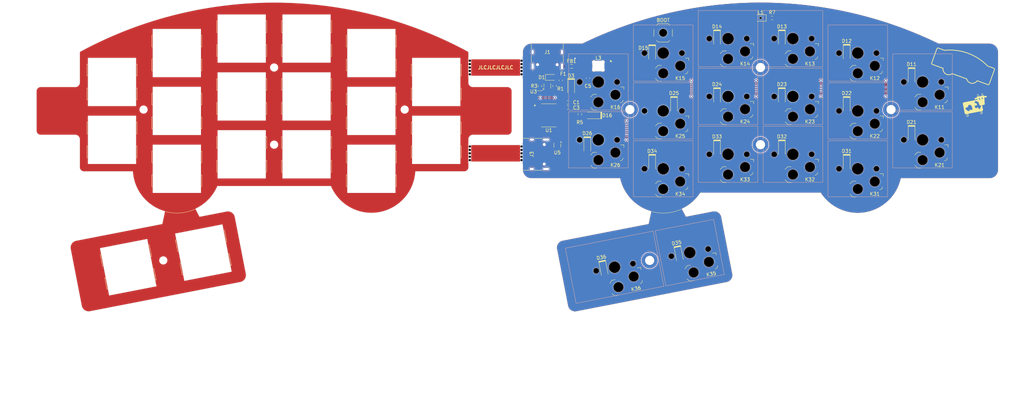
<source format=kicad_pcb>
(kicad_pcb (version 20240108) (generator "pcbnew") (generator_version "8.0")
  (title_block (title "Alufo") (date "2024-10-21") (rev "2.0L") (company "bgkendall") (comment 1 "Split one-layer reversible keyboard PCB (lefthand side)"))
  (layers (0 "F.Cu" signal) (31 "B.Cu" signal) (34 "B.Paste" user) (35 "F.Paste" user) (36 "B.SilkS" user "B.Silkscreen") (37 "F.SilkS" user "F.Silkscreen") (38 "B.Mask" user) (39 "F.Mask" user) (44 "Edge.Cuts" user))
  (net 0 "")
  (net 1 "Row1")
  (net 2 "Net-(D11-A)")
  (net 3 "Net-(D12-A)")
  (net 4 "Net-(D13-A)")
  (net 5 "Row2")
  (net 6 "Net-(D14-A)")
  (net 7 "Net-(D15-A)")
  (net 8 "GND")
  (net 10 "LED")
  (net 11 "Net-(L1-K)")
  (net 13 "Net-(D21-A)")
  (net 15 "Net-(J1-CC1)")
  (net 17 "Net-(J1-CC2)")
  (net 23 "Net-(FB1-Pad1)")
  (net 28 "+3V3")
  (net 31 "Net-(NT1-Pad2)")
  (net 34 "BOOT")
  (net 35 "Net-(D24-A)")
  (net 36 "Net-(D23-A)")
  (net 37 "Net-(D22-A)")
  (net 38 "Net-(D25-A)")
  (net 39 "Net-(D3-K)")
  (net 40 "Net-(D1-A)")
  (net 41 "Row3")
  (net 42 "Col6")
  (net 43 "Col1")
  (net 44 "Net-(D16-A)")
  (net 45 "Net-(D26-A)")
  (net 46 "Net-(D31-A)")
  (net 47 "Net-(D32-A)")
  (net 48 "Net-(D33-A)")
  (net 49 "Net-(D34-A)")
  (net 50 "Net-(D35-A)")
  (net 51 "Net-(D36-A)")
  (net 52 "Col2")
  (net 53 "Col3")
  (net 54 "Col4")
  (net 55 "Col5")
  (net 56 "VCC")
  (net 57 "VBUS")
  (net 58 "USB_P-")
  (net 59 "USB_P+")
  (net 60 "RX_P")
  (net 61 "TX_P")
  (net 62 "USB+")
  (net 63 "USB-")
  (net 64 "RX")
  (net 65 "TX")
  (footprint "Project Library:SW_choc_v1_HS_CPG135001S30_1layer_1u" (layer "F.Cu") (at 190.5 69.416683)
    (property "Reference" "K26")
    (property "Value" "PG1350")
  )
  (footprint "Project Library:D_SOD-123_Mod" (layer "F.Cu") (at 187.255 71.066683 -90)
    (property "Reference" "D26")
    (property "Value" "1N4148")
  )
  (footprint "Project Library:MountingHole_2.2mm_M2_SMD_Solder_Nut" (layer "F.Cu") (at 205.569885 104.829865)
    (property "Reference" "H5" (hide yes))
    (property "Value" "SolderNut")
  )
  (footprint "Project Library:SOT-666_Mod" (layer "F.Cu") (at 175.514 53.594 90)
    (property "Reference" "U3")
    (property "Value" "USBLC6-2P6")
  )
  (footprint "Project Library:SW_choc_v1_HS_CPG135001S30_1layer_1u" (layer "F.Cu") (at 209.55 77.916684)
    (property "Reference" "K34")
    (property "Value" "PG1350")
  )
  (footprint "Resistor_SMD:R_0603_1608Metric" (layer "F.Cu") (at 177.673 53.594 -90)
    (property "Reference" "R1")
    (property "Value" "5k1")
  )
  (footprint "Project Library:SW_choc_v1_HS_CPG135001S30_1layer_1u" (layer "F.Cu") (at 266.700001 43.916677)
    (property "Reference" "K12")
    (property "Value" "PG1350")
  )
  (footprint "Project Library:SW_choc_v1_Plate_CPG135001S30_1u" (layer "F.Cu") (at 123.825001 43.916677)
    (property "Reference" "PK12" (hide yes))
    (property "Value" "SwitchHole")
    (fp_rect (start -7 -7) (end 7 7) (stroke (width 0.05)) (fill none) (layer "Edge.Cuts"))
  )
  (footprint "Project Library:D_SOD-123_Mod" (layer "F.Cu") (at 192.07742 107.452538 -79)
    (property "Reference" "D36")
    (property "Value" "1N4148")
  )
  (footprint "Project Library:Mousebites" (layer "F.Cu") (at 168.275 48.166678)
    (property "Reference" "H11" (hide yes))
    (property "Value" "Mousebites")
    (fp_line (start -1.25 -2.5) (end -1 -2.5) (stroke (width 0.05)) (layer "Edge.Cuts"))
    (fp_line (start -1.25 2.5) (end -1 2.5) (stroke (width 0.05)) (layer "Edge.Cuts"))
    (fp_line (start 0 -3.5) (end 0 -3.75) (stroke (width 0.05)) (layer "Edge.Cuts"))
    (fp_line (start 0 3.5) (end 0 3.75) (stroke (width 0.05)) (layer "Edge.Cuts"))
    (fp_arc (start -1 2.5) (mid -0.292893 2.792893) (end 0 3.5) (stroke (width 0.05)) (layer "Edge.Cuts"))
    (fp_arc (start 0 -3.5) (mid -0.292893 -2.792893) (end -1 -2.5) (stroke (width 0.05)) (layer "Edge.Cuts"))
  )
  (footprint "MountingHole:MountingHole_2.2mm_M2" (layer "F.Cu") (at 95.25 48.166678)
    (property "Reference" "H7" (hide yes))
    (property "Value" "ScrewHole")
  )
  (footprint "Project Library:SW_choc_v1_Plate_CPG135001S30_1u" (layer "F.Cu") (at 85.725 73.666684)
    (property "Reference" "PK33" (hide yes))
    (property "Value" "SwitchHole")
    (fp_rect (start -7 -7) (end 7 7) (stroke (width 0.05)) (fill none) (layer "Edge.Cuts"))
  )
  (footprint "Project Library:SW_choc_v1_HS_CPG135001S30_1layer_1u" (layer "F.Cu") (at 228.6 56.66668)
    (property "Reference" "K24")
    (property "Value" "PG1350")
  )
  (footprint "Project Library:SW_choc_v1_Plate_CPG135001S30_1u" (layer "F.Cu") (at 123.825 77.916685)
    (property "Reference" "PK31" (hide yes))
    (property "Value" "SwitchHole")
    (fp_rect (start -7 -7) (end 7 7) (stroke (width 0.05)) (fill none) (layer "Edge.Cuts"))
  )
  (footprint "Project Library:SW_choc_v1_Plate_CPG135001S30_1u" (layer "F.Cu") (at 47.625 69.416683)
    (property "Reference" "PK26" (hide yes))
    (property "Value" "SwitchHole")
    (fp_rect (start -7 -7) (end 7 7) (stroke (width 0.05)) (fill none) (layer "Edge.Cuts"))
  )
  (footprint "Capacitor_SMD:C_0603_1608Metric" (layer "F.Cu") (at 181.483 58.42)
    (property "Reference" "C1")
    (property "Value" "100nF")
  )
  (footprint "Project Library:Mousebites" (layer "F.Cu") (at 168.275 73.37)
    (property "Reference" "H13" (hide yes))
    (property "Value" "Mousebites")
    (fp_line (start -1.25 -2.5) (end -1 -2.5) (stroke (width 0.05)) (layer "Edge.Cuts"))
    (fp_line (start -1.25 2.5) (end -1 2.5) (stroke (width 0.05)) (layer "Edge.Cuts"))
    (fp_line (start 0 -3.5) (end 0 -3.75) (stroke (width 0.05)) (layer "Edge.Cuts"))
    (fp_line (start 0 3.5) (end 0 3.75) (stroke (width 0.05)) (layer "Edge.Cuts"))
    (fp_arc (start -1 2.5) (mid -0.292893 2.792893) (end 0 3.5) (stroke (width 0.05)) (layer "Edge.Cuts"))
    (fp_arc (start 0 -3.5) (mid -0.292893 -2.792893) (end -1 -2.5) (stroke (width 0.05)) (layer "Edge.Cuts"))
  )
  (footprint "Project Library:SW_choc_v1_Plate_CPG135001S30_1u" (layer "F.Cu") (at 85.725 56.66668)
    (property "Reference" "PK24" (hide yes))
    (property "Value" "SwitchHole")
    (fp_rect (start -7 -7) (end 7 7) (stroke (width 0.05)) (fill none) (layer "Edge.Cuts"))
  )
  (footprint "Project Library:D_SOD-123_Mod" (layer "F.Cu") (at 225.355 39.689176 -90)
    (property "Reference" "D14")
    (property "Value" "1N4148")
  )
  (footprint "Project Library:SW_choc_v1_Plate_CPG135001S30_1u" (layer "F.Cu") (at 104.775 56.66668)
    (property "Reference" "PK23" (hide yes))
    (property "Value" "SwitchHole")
    (fp_rect (start -7 -7) (end 7 7) (stroke (width 0.05)) (fill none) (layer "Edge.Cuts"))
  )
  (footprint "Project Library:D_SOD-123_Mod" (layer "F.Cu") (at 282.505 67.766683 -90)
    (property "Reference" "D21")
    (property "Value" "1N4148")
  )
  (footprint "Project Library:SW_choc_v1_HS_CPG135001S30_1layer_1u" (layer "F.Cu") (at 209.55 60.916681)
    (property "Reference" "K25")
    (property "Value" "PG1350")
  )
  (footprint "Project Library:SW_choc_v1_HS_CPG135001S30_1layer_1u" (layer "F.Cu") (at 285.75 69.416683)
    (property "Reference" "K21")
    (property "Value" "PG1350")
  )
  (footprint "Resistor_SMD:R_0603_1608Metric" (layer "F.Cu") (at 185.039 61.905 90)
    (property "Reference" "R5")
    (property "Value" "5k1–20k")
  )
  (footprint "Project Library:SW_choc_v1_HS_CPG135001S30_1layer_1u" (layer "F.Cu") (at 190.5 52.416679)
    (property "Reference" "K16")
    (property "Value" "PG1350")
  )
  (footprint "Project Library:NetTie-2_SMD_Pad0.2mm" (layer "F.Cu") (at 179.959 63.205)
    (property "Reference" "NT1" (hide yes))
    (property "Value" "NetTie_2" (hide yes))
  )
  (footprint "Project Library:SW_choc_v1_HS_CPG135001S30_1layer_1u" (layer "F.Cu") (at 285.75 52.416679)
    (property "Reference" "K11")
    (property "Value" "PG1350")
  )
  (footprint "Project Library:SW_choc_v1_HS_CPG135001S30_1layer_1u" (layer "F.Cu") (at 266.7 77.916685)
    (property "Reference" "K31")
    (property "Value" "PG1350")
  )
  (footprint "Project Library:SW_choc_v1_HS_CPG135001S30_1layer_1u" (layer "F.Cu") (at 217.34941 102.540158 11)
    (property "Reference" "K35")
    (property "Value" "PG1350")
  )
  (footprint "Project Library:SW_choc_v1_Plate_CPG135001S30_1.5u" (layer "F.Cu") (at 52.3878 106.833359 11)
    (property "Reference" "PK36" (hide yes))
    (property "Value" "SwitchHole")
    (fp_poly (pts (xy -7 -7) (xy 7 -7) (xy 7 7) (xy -7 7)) (stroke (width 0.05)) (fill none) (layer "Edge.Cuts"))
  )
  (footprint "Project Library:USB_C_Receptacle_HRO_TYPE-C-31-M-12" (layer "F.Cu") (at 175.517 44.704 180)
    (property "Reference" "J1")
    (property "Value" "USB_C_Receptacle_USB2.0_16P_2SH")
  )
  (footprint "Project Library:MountingHole_2.2mm_M2_SMD_Solder_Nut" (layer "F.Cu") (at 238.125 70.83335)
    (property "Reference" "H3" (hide yes))
    (property "Value" "SolderNut")
  )
  (footprint "MountingHole:MountingHole_2.2mm_M2" (layer "F.Cu") (at 133.604 60.519806)
    (property "Reference" "H9" (hide yes))
    (property "Value" "ScrewHole")
  )
  (footprint "MountingHole:MountingHole_2.2mm_M2" (layer "F.Cu") (at 62.694885 104.829865)
    (property "Reference" "H10" (hide yes))
    (property "Value" "ScrewHole")
  )
  (footprint "Project Library:SW_choc_v1_Plate_CPG135001S30_1u" (layer "F.Cu") (at 66.675 77.916684)
    (property "Reference" "PK34" (hide yes))
    (property "Value" "SwitchHole")
    (fp_rect (start -7 -7) (end 7 7) (stroke (width 0.05)) (fill none) (layer "Edge.Cuts"))
  )
  (footprint "Project Library:Mousebites" (layer "F.Cu") (at 152.4 48.166678 180)
    (property "Reference" "H12" (hide yes))
    (property "Value" "Mousebites")
    (fp_line (start 0 3.5) (end 0 3.75) (stroke (width 0.05)) (layer "Edge.Cuts"))
    (fp_line (start 0 -3.5) (end 0 -3.75) (stroke (width 0.05)) (layer "Edge.Cuts"))
    (fp_line (start -1.25 2.5) (end -1 2.5) (stroke (width 0.05)) (layer "Edge.Cuts"))
    (fp_line (start -1.25 -2.5) (end -1 -2.5) (stroke (width 0.05)) (layer "Edge.Cuts"))
    (fp_arc (start 0 -3.5) (mid -0.292893 -2.792893) (end -1 -2.5) (stroke (width 0.05)) (layer "Edge.Cuts"))
    (fp_arc (start -1 2.5) (mid -0.292893 2.792893) (end 0 3.5) (stroke (width 0.05)) (layer "Edge.Cuts"))
  )
  (footprint "Project Library:SW_choc_v1_Plate_CPG135001S30_1u" (layer "F.Cu") (at 47.625 52.416679)
    (property "Reference" "PK16" (hide yes))
    (property "Value" "SwitchHole")
    (fp_rect (start -7 -7) (end 7 7) (stroke (width 0.05)) (fill none) (layer "Edge.Cuts"))
  )
  (footprint "MountingHole:MountingHole_2.2mm_M2" (layer "F.Cu") (at 56.896 60.519806)
    (property "Reference" "H6" (hide yes))
    (property "Value" "ScrewHole")
  )
  (footprint "Project Library:MountingHole_2.2mm_M2_SMD_Solder_Nut" (layer "F.Cu") (at 238.125 48.166678)
    (property "Reference" "H2" (hide yes))
    (property "Value" "SolderNut")
  )
  (footprint "Project Library:SW_choc_v1_HS_CPG135001S30_1layer_1.5u" (layer "F.Cu") (at 195.2628 106.833359 11)
    (property "Reference" "K36")
    (property "Value" "PG1350_1½U")
  )
  (footprint "Project Library:SW_choc_v1_HS_CPG135001S30_1layer_1u" (layer "F.Cu") (at 228.6 73.666684)
    (property "Reference" "K33")
    (property "Value" "PG1350")
  )
  (footprint "Project Library:SW_choc_v1_Plate_CPG135001S30_1u" (layer "F.Cu") (at 66.675 60.916681)
    (property "Reference" "PK25" (hide yes))
    (property "Value" "SwitchHole")
    (fp_rect (start -7 -7) (end 7 7) (stroke (width 0.05)) (fill none) (layer "Edge.Cuts"))
  )
  (footprint "Project Library:D_SOD-123_Mod" (layer "F.Cu") (at 188.905 62.23 180)
    (property "Reference" "D16")
    (property "Value" "1N4148")
  )
  (footprint "Project Library:D_SOD-123" (layer "F.Cu") (at 182.499 53.975 -90)
    (property "Reference" "D3")
    (property "Value" "1N4148")
  )
  (footprint "Project Library:SW_choc_v1_Plate_CPG135001S30_1u" (layer "F.Cu") (at 104.775 73.666684)
    (property "Reference" "PK32" (hide yes))
    (property "Value" "SwitchHole")
    (fp_rect (start -7 -7) (end 7 7) (stroke (width 0.05)) (fill none) (layer "Edge.Cuts"))
  )
  (footprint "PCM_marbastlib-various:LED_6028R" (layer "F.Cu") (at 190.5 47.71668 180)
    (property "Reference" "L3")
    (property "Value" "SK6812MINI-E")
    (fp_line (start 1.699999 0.702841) (end 1.699999 -0.702843) (stroke (width 0.1)) (layer "Edge.Cuts"))
    (fp_line (start 0.794452 -1.5) (end -0.794453 -1.5) (stroke (width 0.1)) (layer "Edge.Cuts"))
    (fp_line (start -0.794452 1.499999) (end 0.794452 1.499999) (stroke (width 0.1)) (layer "Edge.Cuts"))
    (fp_line (start -1.699999 -0.702843) (end -1.699999 0.702841) (stroke (width 0.1)) (layer "Edge.Cuts"))
    (fp_arc (start 1.749484 0.919719) (mid 1.712517 0.81407) (end 1.699999 0.702842) (stroke (width 0.1)) (layer "Edge.Cuts"))
    (fp_arc (start 1.749484 0.919719) (mid 1.63807 1.504033) (end 1.046711 1.568296) (stroke (width 0.1)) (layer "Edge.Cuts"))
    (fp_arc (start 1.699999 -0.702843) (mid 1.712527 -0.814069) (end 1.749484 -0.919721) (stroke (width 0.1)) (layer "Edge.Cuts"))
    (fp_arc (start 1.046711 -1.5683) (mid 1.638072 -1.504036) (end 1.749484 -0.919721) (stroke (width 0.1)) (layer "Edge.Cuts"))
    (fp_arc (start 1.046711 -1.5683) (mid 0.925123 -1.517378) (end 0.794453 -1.500001) (stroke (width 0.1)) (layer "Edge.Cuts"))
    (fp_arc (start 0.794452 1.499999) (mid 0.925122 1.517376) (end 1.04671 1.568298) (stroke (width 0.1)) (layer "Edge.Cuts"))
    (fp_arc (start -0.794453 -1.5) (mid -0.925123 -1.517377) (end -1.046711 -1.568299) (stroke (width 0.1)) (layer "Edge.Cuts"))
    (fp_arc (start -1.046711 1.568298) (mid -0.925123 1.517376) (end -0.794452 1.499999) (stroke (width 0.1)) (layer "Edge.Cuts"))
    (fp_arc (start -1.046711 1.568298) (mid -1.638072 1.504034) (end -1.749484 0.919718) (stroke (width 0.1)) (layer "Edge.Cuts"))
    (fp_arc (start -1.699999 0.702841) (mid -1.712527 0.814067) (end -1.749484 0.919719) (stroke (width 0.1)) (layer "Edge.Cuts"))
    (fp_arc (start -1.749484 -0.919721) (mid -1.638071 -1.504036) (end -1.046711 -1.568299) (stroke (width 0.1)) (layer "Edge.Cuts"))
    (fp_arc (start -1.749484 -0.919721) (mid -1.712527 -0.814069) (end -1.699999 -0.702844) (stroke (width 0.1)) (layer "Edge.Cuts"))
  )
  (footprint "Project Library:D_SOD-123_Mod" (layer "F.Cu") (at 263.455 59.266681 -90)
    (property "Reference" "D22")
    (property "Value" "1N4148")
  )
  (footprint "Project Library:SW_choc_v1_HS_CPG135001S30_1layer_1u" (layer "F.Cu") (at 266.7 60.916681)
    (property "Reference" "K22")
    (property "Value" "PG1350")
  )
  (footprint "Package_SO:TSSOP-20_4.4x6.5mm_P0.65mm" (layer "F.Cu") (at 175.9295 62.23)
    (property "Reference" "U1")
    (property "Value" "CH552T")
  )
  (footprint "Project Library:USB_C_Receptacle_HRO_TYPE-C-31-M-12" (layer "F.Cu") (at 171.992 73.666684 -90)
    (property "Reference" "J3")
    (property "Value" "USB_C_Receptacle_USB2.0_16P_2SH")
  )
  (footprint "Project Library:Mousebites" (layer "F.Cu") (at 152.4 73.37 180)
    (property "Reference" "H14" (hide yes))
    (property "Value" "Mousebites")
    (fp_line (start 0 3.5) (end 0 3.75) (stroke (width 0.05)) (layer "Edge.Cuts"))
    (fp_line (start 0 -3.5) (end 0 -3.75) (stroke (width 0.05)) (layer "Edge.Cuts"))
    (fp_line (start -1.25 2.5) (end -1 2.5) (stroke (width 0.05)) (layer "Edge.Cuts"))
    (fp_line (start -1.25 -2.5) (end -1 -2.5) (stroke (width 0.05)) (layer "Edge.Cuts"))
    (fp_arc (start 0 -3.5) (mid -0.292893 -2.792893) (end -1 -2.5) (stroke (width 0.05)) (layer "Edge.Cuts"))
    (fp_arc (start -1 2.5) (mid -0.292893 2.792893) (end 0 3.5) (stroke (width 0.05)) (layer "Edge.Cuts"))
  )
  (footprint "Capacitor_SMD:C_0603_1608Metric" (layer "F.Cu") (at 181.483001 59.955)
    (property "Reference" "C3")
    (property "Value" "100nF")
  )
  (footprint "Project Library:SW_choc_v1_HS_CPG135001S30_1layer_1u" (layer "F.Cu") (at 209.55 43.916677)
    (property "Reference" "K15")
    (property "Value" "PG1350")
  )
  (footprint "Project Library:D_SOD-123_Mod" (layer "F.Cu") (at 282.505 50.766679 -90)
    (property "Reference" "D11")
    (property "Value" "1N4148")
  )
  (footprint "Project Library:D_SOD-123_Mod" (layer "F.Cu") (at 263.455 76.266685 -90)
    (property "Reference" "D31")
    (property "Value" "1N4148")
  )
  (footprint "Project Library:D_SOD-123_Mod" (layer "F.Cu") (at 244.405 56.66668 -90)
    (property "Reference" "D23")
    (property "Value" "1N4148")
  )
  (footprint "Project Library:MountingHole_2.2mm_M2_SMD_Solder_Nut" (layer "F.Cu") (at 276.479 60.519806)
    (property "Reference" "H4" (hide yes))
    (property "Value" "SolderNut")
  )
  (footprint "Project Library:D_SOD-123_Mod" (layer "F.Cu") (at 212.725 59.266682 -90)
    (property "Reference" "D25")
    (property "Value" "1N4148")
  )
  (footprint "Project Library:D_SOD-123_Mod" (layer "F.Cu") (at 263.455 43.939177 -90)
    (property "Reference" "D12")
    (property "Value" "1N4148")
  )
  (footprint "Project Library:SW_choc_v1_Plate_CPG135001S30_1u" (layer "F.Cu") (at 123.825 60.916681)
    (property "Reference" "PK22" (hide yes))
    (property "Value" "SwitchHole")
    (fp_rect (start -7 -7) (end 7 7) (stroke (width 0.05)) (fill none) (layer "Edge.Cuts"))
  )
  (footprint "Project Library:D_SOD-123_Mod" (layer "F.Cu") (at 225.355 56.666681 -90)
    (property "Reference" "D24")
    (property "Value" "1N4148")
  )
  (footprint "Project Library:D_SOD-123_Mod" (layer "F.Cu") (at 206.305 44.052177 -90)
    (property "Reference" "D15")
    (property "Value" "1N4148")
  )
  (footprint "Project Library:D_SOD-123_Mod" (layer "F.Cu") (at 214.16403 103.159338 -79)
    (property "Reference" "D35")
    (property "Value" "1N4148")
  )
  (footprint "Project Library:SW_choc_v1_Plate_CPG135001S30_1u" (layer "F.Cu") (at 142.875 52.416679)
    (property "Reference" "PK11" (hide yes))
    (property "Value" "SwitchHole")
    (fp_rect (start -7 -7) (end 7 7) (stroke (width 0.05)) (fill none) (layer "Edge.Cuts"))
  )
  (footprint "Inductor_SMD:L_0805_2012Metric" (layer "F.Cu") (at 182.626 47.834)
    (property "Reference" "FB1")
    (property "Value" "FerriteBead")
  )
  (footprint "Diode_SMD:D_SOD-323" (layer "F.Cu") (at 176.564 51.054)
    (property "Reference" "D1")
    (property "Value" "PMEG2010EA")
  )
  (footprint "Project Library:SW_SPST_SKQG_WithStem" (layer "F.Cu") (at 209.534593 37.966677 180)
    (property "Reference" "SW1" (hide yes))
    (property "Value" "BOOT")
  )
  (footprint "MountingHole:MountingHole_2.2mm_M2" (layer "F.Cu") (at 95.25 70.83335)
    (property "Reference" "H8" (hide yes))
    (property "Value" "ScrewHole")
  )
  (footprint "Project Library:D_SOD-123_Mod" (layer "F.Cu") (at 206.305 76.266684 -90)
    (property "Reference" "D34")
    (property "Value" "1N4148")
  )
  (footprint "Project Library:SW_choc_v1_Plate_CPG135001S30_1u" (layer "F.Cu") (at 142.875 69.416683)
    (property "Reference" "PK21" (hide yes))
    (property "Value" "SwitchHole")
    (fp_rect (start -7 -7) (end 7 7) (stroke (width 0.05)) (fill none) (layer "Edge.Cuts"))
  )
  (footprint "Project Library:SW_choc_v1_Plate_CPG135001S30_1u" (layer "F.Cu") (at 66.675 43.916677)
    (property "Reference" "PK15" (hide yes))
    (property "Value" "SwitchHole")
    (fp_rect (start -7 -7) (end 7 7) (stroke (width 0.05)) (fill none) (layer "Edge.Cuts"))
  )
  (footprint "Project Library:SW_choc_v1_Plate_CPG135001S30_1u" (layer "F.Cu") (at 85.725 39.666676)
    (property "Reference" "PK14" (hide yes))
    (property "Value" "SwitchHole")
    (fp_rect (start -7 -7) (end 7 7) (stroke (width 0.05)) (fill none) (layer "Edge.Cuts"))
  )
  (footprint "Project Library:SW_choc_v1_Plate_CPG135001S30_1u" (layer "F.Cu") (at 74.47441 102.540158 11)
    (property "Reference" "PK35" (hide yes))
    (property "Value" "SwitchHole")
    (fp_poly (pts (xy -7 -7) (xy 7 -7) (xy 7 7) (xy -7 7)) (stroke (width 0.05)) (fill none) (layer "Edge.Cuts"))
  )
  (footprint "Project Library:SW_choc_v1_HS_CPG135001S30_1layer_1u" (layer "F.Cu") (at 247.65 39.666676)
    (property "Reference" "K13")
    (property "Value" "PG1350")
  )
  (footprint "Project Library:SOT-666_Mod" (layer "F.Cu") (at 178.435 70.957 -90)
    (property "Reference" "U5")
    (property "Value" "USBLC6-2P6")
  )
  (footprint "Project Library:D_SOD-123_Mod" (layer "F.Cu") (at 225.355001 72.016684 -90)
    (property "Reference" "D33")
    (property "Value" "1N4148")
  )
  (footprint "Resistor_SMD:R_0603_1608Metric" (layer "F.Cu") (at 173.355 53.594 -90)
    (property "Reference" "R3")
    (property "Value" "5k1")
  )
  (footprint "Fuse:Fuse_0603_1608Metric" (layer "F.Cu") (at 179.451 51.943 -90)
    (property "Reference" "F1")
    (property "Value" "500mA")
  )
  (footprint "Project Library:SW_choc_v1_Plate_CPG135001S30_1u" (layer "F.Cu") (at 104.775 39.666676)
    (property "Reference" "PK13" (hide yes))
    (property "Value" "SwitchHole")
    (fp_rect (start -7 -7) (end 7 7) (stroke (width 0.05)) (fill none) (layer "Edge.Cuts"))
  )
  (footprint "Project Library:SW_choc_v1_HS_CPG135001S30_1layer_1u" (layer "F.Cu") (at 247.65 56.66668)
    (property "Reference" "K23")
    (property "Value" "PG1350")
  )
  (footprint "Project Library:LED_0805_2012Metric_Mod" (layer "F.Cu") (at 238.145 33.616676 180)
    (property "Reference" "L1")
    (property "Value" "LED")
  )
  (footprint "Project Library:D_SOD-123_Mod" (layer "F.Cu") (at 244.405 72.016684 -90)
    (property "Reference" "D32")
    (property "Value" "1N4148")
  )
  (footprint "Project Library:SW_choc_v1_HS_CPG135001S30_1layer_1u" (layer "F.Cu") (at 247.65 73.666684)
    (property "Reference" "K32")
    (property "Value" "PG1350")
  )
  (footprint "Capacitor_SMD:C_0603_1608Metric" (layer "F.Cu") (at 187.43 51.308 -90)
    (property "Reference" "C5")
    (property "Value" "100nF")
  )
  (footprint "Resistor_SMD:R_0603_1608Metric" (layer "F.Cu") (at 241.554 33.616676)
    (property "Reference" "R7")
    (property "Value" "5k1")
  )
  (footprint "Project Library:SW_choc_v1_HS_CPG135001S30_1layer_1u" (layer "F.Cu") (at 228.6 39.666676)
    (property "Reference" "K14")
    (property "Value" "PG1350")
  )
  (footprint "Project Library:D_SOD-123_Mod" (layer "F.Cu") (at 244.405 39.689176 -90)
    (property "Reference" "D13")
    (property "Value" "1N4148")
  )
  (footprint "Project Library:MountingHole_2.2mm_M2_SMD_Solder_Nut" (layer "F.Cu") (at 199.771 60.519806)
    (property "Reference" "H1" (hide yes))
    (property "Value" "SolderNut")
  )
  (gr_poly (pts (arc (start 177.419 73.716684) (mid 177.331132 73.504552) (end 177.119 73.416684)) (arc (start 177.719 73.416684) (mid 177.506868 73.504552) (end 177.419 73.716684))) (stroke (width 0.2)) (fill none) (layer "F.Cu") (net 61))
  (gr_poly (pts (arc (start 175.967 50.290289) (mid 176.179132 50.202421) (end 176.267 49.990289)) (arc (start 176.267 50.590289) (mid 176.179132 50.378157) (end 175.967 50.290289))) (stroke (width 0.2)) (fill none) (layer "F.Cu") (net 58))
  (gr_poly (pts (arc (start 240.284 55.791678) (mid 240.196132 55.579546) (end 239.984 55.491678)) (arc (start 240.584 55.491678) (mid 240.371868 55.579546) (end 240.284 55.791678))) (stroke (width 0.2)) (fill none) (layer "F.Cu") (net 41))
  (gr_poly (pts (arc (start 220.979999 55.877388) (mid 220.892132 55.665256) (end 220.68 55.577388)) (arc (start 221.28 55.577388) (mid 221.067868 55.665256) (end 220.979999 55.877388))) (stroke (width 0.2)) (fill none) (layer "F.Cu") (net 41))
  (gr_poly (pts (xy 303.764087 56.418706) (xy 303.77302 56.419652) (xy 303.781667 56.421332) (xy 303.789975 56.423715) (xy 303.79789 56.426774) (xy 303.80536 56.430478) (xy 303.808912 56.432563) (xy 303.812332 56.434798) (xy 303.815615 56.43718) (xy 303.818754 56.439706) (xy 303.821742 56.44237) (xy 303.824572 56.445171) (xy 303.827238 56.448103) (xy 303.829734 56.451164) (xy 303.832052 56.454349) (xy 303.834187 56.457656) (xy 303.836131 56.46108) (xy 303.837877 56.464618) (xy 303.839421 56.468266) (xy 303.840753 56.47202) (xy 303.841869 56.475877) (xy 303.842762 56.479833) (xy 303.948709 58.88317) (xy 303.948499 58.894886) (xy 303.947872 58.906177) (xy 303.94681 58.917056) (xy 303.945297 58.927534) (xy 303.943316 58.937623) (xy 303.940851 58.947336) (xy 303.937886 58.956685) (xy 303.934403 58.965682) (xy 303.930386 58.974339) (xy 303.925818 58.982667) (xy 303.920683 58.99068) (xy 303.914965 58.998389) (xy 303.908645 59.005807) (xy 303.901709 59.012945) (xy 303.894139 59.019815) (xy 303.885918 59.026431) (xy 303.877031 59.032802) (xy 303.86746 59.038943) (xy 303.857188 59.044865) (xy 303.8462 59.05058) (xy 303.834479 59.0561) (xy 303.822007 59.061438) (xy 303.808769 59.066605) (xy 303.794747 59.071614) (xy 303.779926 59.076476) (xy 303.764288 59.081204) (xy 303.730496 59.090305) (xy 303.693238 59.099015) (xy 303.652383 59.10743) (xy 302.855321 59.262362) (xy 302.814289 59.269864) (xy 302.776491 59.275744) (xy 302.741776 59.279959) (xy 302.709992 59.282468) (xy 302.680988 59.283229) (xy 302.654612 59.282201) (xy 302.630713 59.279342) (xy 302.60914 59.274611) (xy 302.599178 59.27153) (xy 302.589741 59.267965) (xy 302.58081 59.263912) (xy 302.572365 59.259364) (xy 302.564388 59.254318) (xy 302.55686 59.248766) (xy 302.549762 59.242705) (xy 302.543075 59.236129) (xy 302.53678 59.229033) (xy 302.530859 59.221412) (xy 302.52006 59.204573) (xy 302.510526 59.18557) (xy 302.502107 59.164362) (xy 301.808239 57.310164) (xy 302.273333 57.310164) (xy 302.273655 57.326748) (xy 302.274441 57.343585) (xy 302.275697 57.360653) (xy 302.27743 57.377925) (xy 302.279647 57.395377) (xy 302.282356 57.412984) (xy 302.285563 57.430723) (xy 302.293319 57.465713) (xy 302.302664 57.499389) (xy 302.313472 57.531591) (xy 302.325617 57.562156) (xy 302.338972 57.590922) (xy 302.353409 57.617728) (xy 302.368804 57.642413) (xy 302.385028 57.664813) (xy 302.401956 57.684768) (xy 302.419461 57.702117) (xy 302.437416 57.716696) (xy 302.446522 57.722897) (xy 302.455694 57.728345) (xy 302.464916 57.73302) (xy 302.47417 57.736902) (xy 302.483442 57.73997) (xy 302.492716 57.742204) (xy 302.501976 57.743585) (xy 302.511207 57.744092) (xy 302.520391 57.743704) (xy 302.529514 57.742401) (xy 302.538462 57.740191) (xy 302.547124 57.73711) (xy 302.555493 57.733183) (xy 302.563562 57.728433) (xy 302.571325 57.722887) (xy 302.578773 57.716569) (xy 302.5859 57.709503) (xy 302.592699 57.701714) (xy 302.599163 57.693227) (xy 302.605284 57.684066) (xy 302.611056 57.674256) (xy 302.616471 57.663822) (xy 302.621523 57.652788) (xy 302.626203 57.641179) (xy 302.630506 57.62902) (xy 302.634424 57.616336) (xy 302.637949 57.60315) (xy 302.641076 57.589488) (xy 302.643796 57.575375) (xy 302.646103 57.560835) (xy 302.647989 57.545892) (xy 302.649448 57.530572) (xy 302.650472 57.514899) (xy 302.651054 57.498898) (xy 302.651187 57.482593) (xy 302.650864 57.466009) (xy 302.650079 57.449171) (xy 302.648823 57.432103) (xy 302.64709 57.414831) (xy 302.644872 57.397378) (xy 302.642163 57.37977) (xy 302.638956 57.36203) (xy 302.6312 57.327042) (xy 302.621855 57.293366) (xy 302.611047 57.261166) (xy 302.598902 57.230601) (xy 302.585548 57.201835) (xy 302.57111 57.175029) (xy 302.556791 57.152069) (xy 303.086661 57.152069) (xy 303.086984 57.168653) (xy 303.087769 57.18549) (xy 303.089025 57.202557) (xy 303.090758 57.219829) (xy 303.092976 57.237281) (xy 303.095685 57.254889) (xy 303.098892 57.272627) (xy 303.106648 57.307618) (xy 303.115993 57.341294) (xy 303.126801 57.373496) (xy 303.138946 57.404061) (xy 303.152301 57.432828) (xy 303.166738 57.459634) (xy 303.182133 57.484318) (xy 303.198357 57.506719) (xy 303.215285 57.526674) (xy 303.23279 57.544022) (xy 303.250745 57.558601) (xy 303.259851 57.564802) (xy 303.269023 57.57025) (xy 303.278244 57.574925) (xy 303.287499 57.578807) (xy 303.296771 57.581875) (xy 303.306045 57.58411) (xy 303.315305 57.585491) (xy 303.324535 57.585997) (xy 303.33372 57.585609) (xy 303.342843 57.584307) (xy 303.351789 57.582097) (xy 303.36045 57.579016) (xy 303.368819 57.575089) (xy 303.376887 57.57034) (xy 303.384649 57.564794) (xy 303.392096 57.558475) (xy 303.399223 57.55141) (xy 303.406021 57.543621) (xy 303.412485 57.535133) (xy 303.418605 57.525973) (xy 303.424377 57.516163) (xy 303.429791 57.505729) (xy 303.434843 57.494695) (xy 303.439523 57.483086) (xy 303.443825 57.470927) (xy 303.447743 57.458243) (xy 303.451268 57.445057) (xy 303.454394 57.431396) (xy 303.457114 57.417282) (xy 303.459421 57.402742) (xy 303.461307 57.387799) (xy 303.462765 57.372479) (xy 303.463789 57.356806) (xy 303.464371 57.340805) (xy 303.464504 57.3245) (xy 303.464182 57.307916) (xy 303.463396 57.291078) (xy 303.46214 57.27401) (xy 303.460407 57.256738) (xy 303.458189 57.239285) (xy 303.45548 57.221676) (xy 303.452272 57.203937) (xy 303.444517 57.168949) (xy 303.435172 57.135273) (xy 303.424364 57.103072) (xy 303.41222 57.072508) (xy 303.398865 57.043742) (xy 303.384427 57.016935) (xy 303.369033 56.992251) (xy 303.352809 56.96985) (xy 303.335881 56.949894) (xy 303.318376 56.932545) (xy 303.300421 56.917965) (xy 303.291314 56.911764) (xy 303.282142 56.906315) (xy 303.272921 56.90164) (xy 303.263666 56.897758) (xy 303.254394 56.89469) (xy 303.24512 56.892455) (xy 303.23586 56.891074) (xy 303.22663 56.890567) (xy 303.217446 56.890955) (xy 303.208323 56.892257) (xy 303.199377 56.894467) (xy 303.190716 56.897548) (xy 303.182347 56.901476) (xy 303.174279 56.906225) (xy 303.166517 56.911771) (xy 303.15907 56.91809) (xy 303.151943 56.925156) (xy 303.145145 56.932945) (xy 303.138681 56.941433) (xy 303.132561 56.950594) (xy 303.126789 56.960404) (xy 303.121375 56.970838) (xy 303.116324 56.981873) (xy 303.111643 56.993482) (xy 303.107341 57.005641) (xy 303.103423 57.018326) (xy 303.099898 57.031511) (xy 303.096772 57.045173) (xy 303.094052 57.059287) (xy 303.091745 57.073827) (xy 303.089859 57.08877) (xy 303.0884 57.10409) (xy 303.087377 57.119763) (xy 303.086794 57.135764) (xy 303.086661 57.152069) (xy 302.556791 57.152069) (xy 302.555715 57.150344) (xy 302.53949 57.127943) (xy 302.522561 57.107987) (xy 302.505056 57.090638) (xy 302.4871 57.076058) (xy 302.477992 57.069857) (xy 302.46882 57.064409) (xy 302.459598 57.059734) (xy 302.450343 57.055852) (xy 302.44107 57.052783) (xy 302.431795 57.050549) (xy 302.422534 57.049168) (xy 302.413303 57.048661) (xy 302.404117 57.049049) (xy 302.394994 57.050352) (xy 302.386047 57.052562) (xy 302.377386 57.055643) (xy 302.369018 57.05957) (xy 302.360949 57.064319) (xy 302.353188 57.069866) (xy 302.34574 57.076184) (xy 302.338614 57.083251) (xy 302.331815 57.09104) (xy 302.325352 57.099527) (xy 302.319231 57.108689) (xy 302.31346 57.118499) (xy 302.308046 57.128933) (xy 302.302995 57.139967) (xy 302.298314 57.151576) (xy 302.294012 57.163736) (xy 302.290095 57.17642) (xy 302.286569 57.189606) (xy 302.283443 57.203268) (xy 302.280723 57.217382) (xy 302.278417 57.231922) (xy 302.27653 57.246865) (xy 302.275072 57.262185) (xy 302.274048 57.277858) (xy 302.273466 57.293859) (xy 302.273333 57.310164) (xy 301.808239 57.310164) (xy 301.656543 56.90479) (xy 301.655888 56.900788) (xy 301.655478 56.896794) (xy 301.655307 56.892814) (xy 301.655371 56.888854) (xy 301.655665 56.884919) (xy 301.656185 56.881016) (xy 301.656925 56.877151) (xy 301.657882 56.873329) (xy 301.659049 56.869556) (xy 301.660422 56.865839) (xy 301.661998 56.862182) (xy 301.66377 56.858592) (xy 301.665734 56.855075) (xy 301.667885 56.851636) (xy 301.67022 56.848282) (xy 301.672732 56.845019) (xy 301.675417 56.841851) (xy 301.67827 56.838786) (xy 301.681288 56.835828) (xy 301.684464 56.832985) (xy 301.687794 56.830261) (xy 301.691273 56.827663) (xy 301.694897 56.825196) (xy 301.698661 56.822866) (xy 301.70256 56.82068) (xy 301.70659 56.818643) (xy 301.710745 56.81676) (xy 301.715021 56.815039) (xy 301.719413 56.813484) (xy 301.723917 56.812101) (xy 301.728527 56.810897) (xy 301.733239 56.809878) (xy 303.736095 56.420562) (xy 303.740846 56.419742) (xy 303.745571 56.419132) (xy 303.750265 56.418726) (xy 303.75492 56.418523)) (stroke (width 0.097618)) (fill solid) (layer "F.SilkS"))
  (gr_poly (pts (xy 303.306423 55.775599) (xy 303.310989 55.775982) (xy 303.315504 55.776586) (xy 303.31996 55.777408) (xy 303.324351 55.778443) (xy 303.32867 55.779686) (xy 303.332911 55.781133) (xy 303.337066 55.78278) (xy 303.341128 55.784621) (xy 303.345092 55.786652) (xy 303.34895 55.788869) (xy 303.352696 55.791267) (xy 303.356323 55.793842) (xy 303.359824 55.796589) (xy 303.363192 55.799503) (xy 303.366421 55.80258) (xy 303.369504 55.805816) (xy 303.372434 55.809205) (xy 303.375205 55.812744) (xy 303.377809 55.816428) (xy 303.380241 55.820252) (xy 303.382492 55.824211) (xy 303.384558 55.828302) (xy 303.38643 55.832519) (xy 303.388102 55.836858) (xy 303.389567 55.841315) (xy 303.390819 55.845885) (xy 303.391851 55.850563) (xy 303.503992 56.42748) (xy 303.504788 56.432204) (xy 303.505339 56.43691) (xy 303.505649 56.441591) (xy 303.505725 56.446241) (xy 303.505569 56.450852) (xy 303.505186 56.455419) (xy 303.504582 56.459933) (xy 303.50376 56.46439) (xy 303.502725 56.468781) (xy 303.501482 56.473099) (xy 303.500035 56.47734) (xy 303.498389 56.481495) (xy 303.496547 56.485557) (xy 303.494516 56.489521) (xy 303.492299 56.493379) (xy 303.489901 56.497125) (xy 303.487326 56.500752) (xy 303.48458 56.504253) (xy 303.481665 56.507621) (xy 303.478588 56.51085) (xy 303.475353 56.513933) (xy 303.471963 56.516863) (xy 303.468424 56.519634) (xy 303.464741 56.522238) (xy 303.460917 56.524669) (xy 303.456957 56.526921) (xy 303.452867 56.528986) (xy 303.448649 56.530858) (xy 303.44431 56.532531) (xy 303.439853 56.533996) (xy 303.435283 56.535248) (xy 303.430605 56.53628) (xy 303.233241 56.574644) (xy 303.228516 56.575439) (xy 303.22381 56.575987) (xy 303.219128 56.576295) (xy 303.214477 56.576366) (xy 303.209865 56.576204) (xy 303.205297 56.575815) (xy 303.200781 56.575204) (xy 303.196323 56.574375) (xy 303.191931 56.573332) (xy 303.18761 56.572081) (xy 303.183368 56.570625) (xy 303.179212 56.568971) (xy 303.175147 56.567122) (xy 303.171182 56.565083) (xy 303.167322 56.562858) (xy 303.163575 56.560454) (xy 303.159947 56.557873) (xy 303.156446 56.555122) (xy 303.153076 56.552204) (xy 303.149847 56.549124) (xy 303.146764 56.545887) (xy 303.143833 56.542498) (xy 303.141063 56.538961) (xy 303.138459 56.535281) (xy 303.136029 56.531463) (xy 303.133779 56.527511) (xy 303.131716 56.523431) (xy 303.129846 56.519226) (xy 303.128177 56.514901) (xy 303.126715 56.510462) (xy 303.125466 56.505912) (xy 303.124439 56.501257) (xy 303.11343 56.440203) (xy 303.104748 56.382658) (xy 303.098262 56.32852) (xy 303.093844 56.277685) (xy 303.091364 56.230051) (xy 303.090692 56.185515) (xy 303.091697 56.143973) (xy 303.094252 56.105323) (xy 303.098226 56.06946) (xy 303.103489 56.036283) (xy 303.109911 56.005689) (xy 303.117364 55.977573) (xy 303.125717 55.951834) (xy 303.134841 55.928367) (xy 303.154882 55.887842) (xy 303.17645 55.855171) (xy 303.198508 55.829532) (xy 303.220018 55.810099) (xy 303.239943 55.796048) (xy 303.257246 55.786555) (xy 303.27089 55.780795) (xy 303.283049 55.777176) (xy 303.287774 55.776381) (xy 303.29248 55.775829) (xy 303.297161 55.775519) (xy 303.301811 55.775443)) (stroke (width 0.097618)) (fill none) (layer "F.SilkS"))
  (gr_poly (pts (xy 302.98662 60.589027) (xy 302.996881 60.589901) (xy 303.00703 60.591275) (xy 303.017051 60.593138) (xy 303.026929 60.59548) (xy 303.036647 60.598292) (xy 303.046191 60.601561) (xy 303.055545 60.605279) (xy 303.064693 60.609434) (xy 303.073621 60.614016) (xy 303.082313 60.619015) (xy 303.090753 60.62442) (xy 303.098927 60.630221) (xy 303.106817 60.636407) (xy 303.11441 60.642968) (xy 303.12169 60.649894) (xy 303.128641 60.657175) (xy 303.135247 60.664799) (xy 303.141494 60.672757) (xy 303.147366 60.681037) (xy 303.152848 60.68963) (xy 303.157923 60.698526) (xy 303.162577 60.707713) (xy 303.166795 60.717181) (xy 303.17056 60.726921) (xy 303.173858 60.73692) (xy 303.176672 60.747171) (xy 303.178988 60.75766) (xy 303.309902 61.431157) (xy 303.311684 61.441749) (xy 303.312914 61.452306) (xy 303.313602 61.462812) (xy 303.31376 61.473252) (xy 303.313396 61.48361) (xy 303.312522 61.493871) (xy 303.311148 61.504019) (xy 303.309285 61.514039) (xy 303.306942 61.523916) (xy 303.304131 61.533633) (xy 303.300862 61.543177) (xy 303.297144 61.55253) (xy 303.292989 61.561678) (xy 303.288407 61.570606) (xy 303.283408 61.579297) (xy 303.278003 61.587737) (xy 303.272202 61.59591) (xy 303.266016 61.6038) (xy 303.259455 61.611393) (xy 303.252528 61.618672) (xy 303.245248 61.625623) (xy 303.237624 61.632229) (xy 303.229667 61.638476) (xy 303.221386 61.644348) (xy 303.212793 61.64983) (xy 303.203898 61.654905) (xy 303.194711 61.659559) (xy 303.185242 61.663777) (xy 303.175503 61.667542) (xy 303.165503 61.67084) (xy 303.155253 61.673654) (xy 303.144763 61.67597) (xy 303.140699 61.67672) (xy 303.136639 61.677387) (xy 303.132583 61.677973) (xy 303.128532 61.678479) (xy 303.124487 61.678904) (xy 303.120449 61.679249) (xy 303.116419 61.679515) (xy 303.112396 61.679701) (xy 303.114912 61.672964) (xy 303.117198 61.666133) (xy 303.11925 61.659213) (xy 303.121064 61.652209) (xy 303.122638 61.645128) (xy 303.123966 61.637975) (xy 303.125045 61.630755) (xy 303.125872 61.623474) (xy 303.126442 61.616139) (xy 303.126752 61.608754) (xy 303.126799 61.601326) (xy 303.126578 61.593859) (xy 303.126086 61.586359) (xy 303.125318 61.578833) (xy 303.124272 61.571286) (xy 303.122944 61.563723) (xy 302.992029 60.890229) (xy 302.989957 60.880735) (xy 302.987476 60.871436) (xy 302.984598 60.86234) (xy 302.981334 60.853454) (xy 302.977696 60.844787) (xy 302.973694 60.836346) (xy 302.969341 60.828138) (xy 302.964648 60.820172) (xy 302.959626 60.812454) (xy 302.954286 60.804993) (xy 302.94864 60.797797) (xy 302.9427 60.790872) (xy 302.936476 60.784228) (xy 302.929981 60.77787) (xy 302.923225 60.771808) (xy 302.91622 60.766049) (xy 302.908977 60.760601) (xy 302.901509 60.75547) (xy 302.893825 60.750666) (xy 302.885938 60.746195) (xy 302.877859 60.742065) (xy 302.8696 60.738285) (xy 302.861171 60.734861) (xy 302.852584 60.731802) (xy 302.843852 60.729115) (xy 302.834984 60.726807) (xy 302.825993 60.724887) (xy 302.816889 60.723362) (xy 302.807685 60.722241) (xy 302.798391 60.721529) (xy 302.78902 60.721236) (xy 302.779582 60.721369) (xy 302.784681 60.709485) (xy 302.790492 60.697958) (xy 302.796992 60.686821) (xy 302.804159 60.676107) (xy 302.811972 60.66585) (xy 302.820408 60.656082) (xy 302.829445 60.646835) (xy 302.83906 60.638144) (xy 302.849232 60.630039) (xy 302.859939 60.622556) (xy 302.871157 60.615725) (xy 302.882866 60.609581) (xy 302.895043 60.604156) (xy 302.907666 60.599482) (xy 302.920713 60.595593) (xy 302.934161 60.592522) (xy 302.944755 60.59074) (xy 302.955313 60.58951) (xy 302.96582 60.588821) (xy 302.976261 60.588664)) (stroke (width 0.097618)) (fill none) (layer "F.SilkS"))
  (gr_poly (pts (xy 298.906112 61.382197) (xy 298.916374 61.383071) (xy 298.926523 61.384444) (xy 298.936544 61.386307) (xy 298.946421 61.38865) (xy 298.956139 61.391461) (xy 298.965683 61.39473) (xy 298.975037 61.398448) (xy 298.984186 61.402602) (xy 298.993114 61.407184) (xy 299.001806 61.412183) (xy 299.010246 61.417588) (xy 299.018419 61.423389) (xy 299.02631 61.429575) (xy 299.033903 61.436137) (xy 299.041182 61.443063) (xy 299.048133 61.450343) (xy 299.054739 61.457967) (xy 299.060986 61.465925) (xy 299.066858 61.474205) (xy 299.07234 61.482799) (xy 299.077415 61.491694) (xy 299.08207 61.500881) (xy 299.086287 61.51035) (xy 299.090053 61.520089) (xy 299.09335 61.530089) (xy 299.096165 61.540339) (xy 299.098481 61.550829) (xy 299.229395 62.224326) (xy 299.231177 62.234918) (xy 299.232407 62.245475) (xy 299.233095 62.255981) (xy 299.233252 62.266421) (xy 299.232889 62.276779) (xy 299.232015 62.28704) (xy 299.230641 62.297188) (xy 299.228778 62.307208) (xy 299.226435 62.317085) (xy 299.223624 62.326802) (xy 299.220354 62.336346) (xy 299.216637 62.345699) (xy 299.212482 62.354847) (xy 299.2079 62.363775) (xy 299.202901 62.372466) (xy 299.197496 62.380906) (xy 299.191695 62.389079) (xy 299.185508 62.39697) (xy 299.178947 62.404562) (xy 299.172021 62.411842) (xy 299.164741 62.418792) (xy 299.157117 62.425399) (xy 299.149159 62.431646) (xy 299.140878 62.437518) (xy 299.132285 62.443) (xy 299.12339 62.448075) (xy 299.114203 62.45273) (xy 299.104734 62.456947) (xy 299.094995 62.460713) (xy 299.084995 62.46401) (xy 299.074744 62.466825) (xy 299.064254 62.469141) (xy 299.060191 62.46989) (xy 299.056131 62.470557) (xy 299.052075 62.471144) (xy 299.048025 62.471649) (xy 299.04398 62.472074) (xy 299.039942 62.47242) (xy 299.035912 62.472685) (xy 299.03189 62.472872) (xy 299.034405 62.466135) (xy 299.036691 62.459304) (xy 299.038743 62.452384) (xy 299.040558 62.44538) (xy 299.042131 62.438299) (xy 299.043459 62.431145) (xy 299.044538 62.423926) (xy 299.045365 62.416645) (xy 299.045935 62.40931) (xy 299.046246 62.401925) (xy 299.046292 62.394496) (xy 299.046071 62.387029) (xy 299.045579 62.379529) (xy 299.044811 62.372003) (xy 299.043765 62.364455) (xy 299.042436 62.356892) (xy 298.911523 61.683398) (xy 298.909451 61.673904) (xy 298.90697 61.664605) (xy 298.904092 61.655509) (xy 298.900828 61.646623) (xy 298.897189 61.637956) (xy 298.893188 61.629515) (xy 298.888835 61.621307) (xy 298.884141 61.61334) (xy 298.879119 61.605623) (xy 298.873779 61.598162) (xy 298.868134 61.590965) (xy 298.862193 61.584041) (xy 298.855969 61.577396) (xy 298.849474 61.571039) (xy 298.842718 61.564977) (xy 298.835713 61.559218) (xy 298.82847 61.553769) (xy 298.821002 61.548638) (xy 298.813318 61.543834) (xy 298.805431 61.539363) (xy 298.797352 61.535234) (xy 298.789093 61.531453) (xy 298.780664 61.528029) (xy 298.772077 61.52497) (xy 298.763345 61.522283) (xy 298.754477 61.519975) (xy 298.745485 61.518056) (xy 298.736382 61.516531) (xy 298.727178 61.515409) (xy 298.717884 61.514698) (xy 298.708512 61.514405) (xy 298.699074 61.514538) (xy 298.704174 61.502654) (xy 298.709984 61.491127) (xy 298.716484 61.47999) (xy 298.723652 61.469277) (xy 298.731465 61.459019) (xy 298.7399 61.449251) (xy 298.748937 61.440005) (xy 298.758552 61.431313) (xy 298.768724 61.423209) (xy 298.779431 61.415725) (xy 298.79065 61.408895) (xy 298.802359 61.402751) (xy 298.814536 61.397326) (xy 298.827159 61.392652) (xy 298.840205 61.388764) (xy 298.853654 61.385693) (xy 298.864247 61.383911) (xy 298.874806 61.38268) (xy 298.885313 61.381991) (xy 298.895753 61.381834)) (stroke (width 0.097618)) (fill none) (layer "F.SilkS"))
  (gr_line (start 174.2694 54.6354) (end 173.900881 55.003919) (stroke (width 0.1)) (layer "F.SilkS"))
  (gr_poly (pts (xy 304.361947 56.585004) (xy 304.390901 56.586907) (xy 304.418263 56.590238) (xy 304.443847 56.594954) (xy 304.467463 56.601015) (xy 304.488925 56.608379) (xy 304.508044 56.617005) (xy 304.524632 56.626853) (xy 304.538502 56.637881) (xy 304.544359 56.643824) (xy 304.549465 56.650047) (xy 304.553798 56.656545) (xy 304.557335 56.663312) (xy 304.56005 56.670343) (xy 304.561922 56.677633) (xy 304.562917 56.685093) (xy 304.563033 56.692629) (xy 304.56229 56.700228) (xy 304.560706 56.707876) (xy 304.558302 56.715559) (xy 304.555098 56.723264) (xy 304.551114 56.730977) (xy 304.54637 56.738684) (xy 304.540884 56.746373) (xy 304.534678 56.754029) (xy 304.527771 56.761639) (xy 304.520183 56.769189) (xy 304.511933 56.776667) (xy 304.503043 56.784057) (xy 304.49353 56.791347) (xy 304.483416 56.798523) (xy 304.47272 56.805572) (xy 304.461462 56.81248) (xy 304.449662 56.819233) (xy 304.437339 56.825818) (xy 304.424514 56.832221) (xy 304.411207 56.838429) (xy 304.397436 56.844428) (xy 304.383223 56.850205) (xy 304.368587 56.855746) (xy 304.353547 56.861037) (xy 304.338124 56.866065) (xy 304.322337 56.870816) (xy 304.306207 56.875278) (xy 304.289753 56.879435) (xy 304.272995 56.883275) (xy 304.255953 56.886784) (xy 304.22186 56.892632) (xy 304.18842 56.896847) (xy 304.155819 56.899471) (xy 304.124246 56.900545) (xy 304.093889 56.900109) (xy 304.064935 56.898206) (xy 304.037572 56.894876) (xy 304.011988 56.89016) (xy 303.988371 56.884099) (xy 303.966909 56.876735) (xy 303.94779 56.868108) (xy 303.931201 56.858261) (xy 303.917331 56.847233) (xy 303.911474 56.841289) (xy 303.906367 56.835066) (xy 303.902034 56.828569) (xy 303.898498 56.821802) (xy 303.895782 56.814771) (xy 303.89391 56.807481) (xy 303.892915 56.800021) (xy 303.892799 56.792484) (xy 303.893543 56.784886) (xy 303.895126 56.777238) (xy 303.89753 56.769555) (xy 303.900734 56.76185) (xy 303.904719 56.754137) (xy 303.909464 56.74643) (xy 303.914949 56.738741) (xy 303.921155 56.731085) (xy 303.928063 56.723475) (xy 303.935651 56.715924) (xy 303.943901 56.708447) (xy 303.952792 56.701056) (xy 303.962304 56.693766) (xy 303.972419 56.68659) (xy 303.983115 56.679541) (xy 303.994373 56.672634) (xy 304.006173 56.66588) (xy 304.018496 56.659295) (xy 304.031321 56.652892) (xy 304.044629 56.646684) (xy 304.0584 56.640685) (xy 304.072613 56.634908) (xy 304.08725 56.629367) (xy 304.102289 56.624076) (xy 304.117712 56.619048) (xy 304.133499 56.614297) (xy 304.149629 56.609835) (xy 304.166084 56.605678) (xy 304.182842 56.601838) (xy 304.199884 56.598329) (xy 304.233976 56.592481) (xy 304.267417 56.588266) (xy 304.300017 56.585642) (xy 304.33159 56.584568)) (stroke (width 0.146685)) (fill solid) (layer "F.SilkS"))
  (gr_line (start 173.900881 55.003919) (end 172.4655 55.003919) (stroke (width 0.1)) (layer "F.SilkS"))
  (gr_poly (pts (xy 298.719163 61.514774) (xy 298.729424 61.515647) (xy 298.739572 61.517021) (xy 298.749593 61.518884) (xy 298.759469 61.521226) (xy 298.769187 61.524037) (xy 298.77873 61.527306) (xy 298.788083 61.531023) (xy 298.797232 61.535177) (xy 298.806159 61.539759) (xy 298.81485 61.544757) (xy 298.82329 61.550162) (xy 298.831463 61.555962) (xy 298.839354 61.562148) (xy 298.846946 61.568709) (xy 298.854225 61.575635) (xy 298.861176 61.582914) (xy 298.867782 61.590538) (xy 298.874029 61.598495) (xy 298.879901 61.606775) (xy 298.885382 61.615368) (xy 298.890458 61.624263) (xy 298.895112 61.63345) (xy 298.899329 61.642918) (xy 298.903094 61.652658) (xy 298.906392 61.662658) (xy 298.909207 61.672908) (xy 298.911523 61.683398) (xy 299.042436 62.356892) (xy 299.044218 62.367486) (xy 299.045449 62.378044) (xy 299.046137 62.388551) (xy 299.046294 62.398991) (xy 299.045931 62.40935) (xy 299.045057 62.419611) (xy 299.043683 62.42976) (xy 299.04182 62.43978) (xy 299.039478 62.449657) (xy 299.036666 62.459375) (xy 299.033397 62.468918) (xy 299.02968 62.478272) (xy 299.025525 62.48742) (xy 299.020943 62.496347) (xy 299.015944 62.505039) (xy 299.010539 62.513478) (xy 299.004739 62.521651) (xy 298.998552 62.529541) (xy 298.991991 62.537133) (xy 298.985066 62.544412) (xy 298.977786 62.551362) (xy 298.970162 62.557968) (xy 298.962205 62.564215) (xy 298.953925 62.570086) (xy 298.945332 62.575567) (xy 298.936437 62.580642) (xy 298.927251 62.585296) (xy 298.917783 62.589513) (xy 298.908045 62.593278) (xy 298.898046 62.596576) (xy 298.887796 62.59939) (xy 298.877308 62.601706) (xy 298.866714 62.603488) (xy 298.856156 62.604718) (xy 298.845649 62.605407) (xy 298.835208 62.605564) (xy 298.824849 62.605201) (xy 298.814588 62.604328) (xy 298.804439 62.602954) (xy 298.794418 62.601091) (xy 298.784541 62.598749) (xy 298.774823 62.595939) (xy 298.765279 62.59267) (xy 298.755925 62.588953) (xy 298.746777 62.584798) (xy 298.737849 62.580217) (xy 298.729157 62.575219) (xy 298.720717 62.569814) (xy 298.712544 62.564014) (xy 298.704654 62.557828) (xy 298.697061 62.551267) (xy 298.689782 62.544342) (xy 298.682831 62.537062) (xy 298.676225 62.529438) (xy 298.669978 62.521481) (xy 298.664106 62.513201) (xy 298.658624 62.504608) (xy 298.653549 62.495713) (xy 298.648895 62.486527) (xy 298.644677 62.477058) (xy 298.640912 62.467319) (xy 298.637615 62.457319) (xy 298.6348 62.447069) (xy 298.632484 62.436579) (xy 298.501569 61.763083) (xy 298.499786 61.752489) (xy 298.498556 61.741931) (xy 298.497868 61.731425) (xy 298.49771 61.720984) (xy 298.498074 61.710625) (xy 298.498948 61.700364) (xy 298.500322 61.690216) (xy 298.502185 61.680195) (xy 298.504528 61.670318) (xy 298.507339 61.660601) (xy 298.510609 61.651057) (xy 298.514326 61.641704) (xy 298.518481 61.632556) (xy 298.523063 61.623628) (xy 298.528062 61.614937) (xy 298.533467 61.606497) (xy 298.539269 61.598325) (xy 298.545455 61.590435) (xy 298.552017 61.582842) (xy 298.558943 61.575563) (xy 298.566223 61.568613) (xy 298.573847 61.562007) (xy 298.581805 61.55576) (xy 298.590086 61.549889) (xy 298.598679 61.544408) (xy 298.607574 61.539333) (xy 298.616762 61.534679) (xy 298.62623 61.530462) (xy 298.63597 61.526697) (xy 298.64597 61.523399) (xy 298.65622 61.520585) (xy 298.66671 61.518269) (xy 298.677302 61.516487) (xy 298.687859 61.515257) (xy 298.698366 61.514568) (xy 298.708805 61.514411)) (stroke (width 0.097618)) (fill none) (layer "F.SilkS"))
  (gr_poly (pts (xy 302.799671 60.721605) (xy 302.809931 60.722479) (xy 302.82008 60.723852) (xy 302.8301 60.725715) (xy 302.839976 60.728057) (xy 302.849694 60.730868) (xy 302.859237 60.734137) (xy 302.86859 60.737854) (xy 302.877739 60.742009) (xy 302.886666 60.74659) (xy 302.895357 60.751588) (xy 302.903797 60.756993) (xy 302.91197 60.762793) (xy 302.91986 60.768979) (xy 302.927453 60.77554) (xy 302.934732 60.782465) (xy 302.941683 60.789745) (xy 302.948289 60.797369) (xy 302.954536 60.805326) (xy 302.960407 60.813606) (xy 302.965889 60.822199) (xy 302.970964 60.831094) (xy 302.975618 60.840281) (xy 302.979836 60.849749) (xy 302.983601 60.859488) (xy 302.986898 60.869488) (xy 302.989713 60.879739) (xy 302.992029 60.890229) (xy 303.122944 61.563723) (xy 303.124726 61.574317) (xy 303.125956 61.584875) (xy 303.126644 61.595382) (xy 303.126802 61.605822) (xy 303.126438 61.616181) (xy 303.125564 61.626442) (xy 303.124191 61.636591) (xy 303.122327 61.646611) (xy 303.119985 61.656488) (xy 303.117174 61.666206) (xy 303.113904 61.675749) (xy 303.110187 61.685103) (xy 303.106032 61.694251) (xy 303.10145 61.703178) (xy 303.096451 61.71187) (xy 303.091047 61.720309) (xy 303.085246 61.728482) (xy 303.07906 61.736372) (xy 303.072499 61.743964) (xy 303.065573 61.751243) (xy 303.058293 61.758193) (xy 303.050669 61.764799) (xy 303.042712 61.771046) (xy 303.034432 61.776917) (xy 303.025839 61.782398) (xy 303.016945 61.787473) (xy 303.007758 61.792127) (xy 302.998291 61.796344) (xy 302.988552 61.800109) (xy 302.978553 61.803407) (xy 302.968304 61.806221) (xy 302.957815 61.808537) (xy 302.947221 61.810319) (xy 302.936663 61.811549) (xy 302.926156 61.812238) (xy 302.915716 61.812395) (xy 302.905357 61.812032) (xy 302.895095 61.811159) (xy 302.884947 61.809785) (xy 302.874926 61.807922) (xy 302.865049 61.80558) (xy 302.855331 61.802769) (xy 302.845787 61.7995) (xy 302.836433 61.795783) (xy 302.827285 61.791629) (xy 302.818357 61.787047) (xy 302.809665 61.782049) (xy 302.801225 61.776644) (xy 302.793052 61.770844) (xy 302.785161 61.764658) (xy 302.777569 61.758097) (xy 302.770289 61.751172) (xy 302.763338 61.743892) (xy 302.756732 61.736268) (xy 302.750485 61.728311) (xy 302.744613 61.720031) (xy 302.739132 61.711439) (xy 302.734056 61.702544) (xy 302.729402 61.693357) (xy 302.725185 61.683889) (xy 302.72142 61.67415) (xy 302.718122 61.66415) (xy 302.715307 61.6539) (xy 302.712991 61.64341) (xy 302.582077 60.969916) (xy 302.580295 60.959322) (xy 302.579064 60.948764) (xy 302.578376 60.938256) (xy 302.578218 60.927816) (xy 302.578582 60.917457) (xy 302.579456 60.907195) (xy 302.580829 60.897047) (xy 302.582693 60.887026) (xy 302.585035 60.877149) (xy 302.587846 60.867431) (xy 302.591116 60.857888) (xy 302.594833 60.848535) (xy 302.598988 60.839386) (xy 302.603571 60.830459) (xy 302.608569 60.821768) (xy 302.613975 60.813328) (xy 302.619776 60.805155) (xy 302.625962 60.797265) (xy 302.632524 60.789673) (xy 302.63945 60.782394) (xy 302.64673 60.775444) (xy 302.654354 60.768838) (xy 302.662312 60.762591) (xy 302.670593 60.75672) (xy 302.679186 60.751239) (xy 302.688081 60.746163) (xy 302.697269 60.74151) (xy 302.706737 60.737292) (xy 302.716477 60.733528) (xy 302.726477 60.73023) (xy 302.736727 60.727416) (xy 302.747217 60.7251) (xy 302.757809 60.723318) (xy 302.768367 60.722088) (xy 302.778873 60.721399) (xy 302.789313 60.721242)) (stroke (width 0.097618)) (fill none) (layer "F.SilkS"))
  (gr_poly (pts (xy 290.266828 42.435209) (xy 290.282899 42.436332) (xy 290.298984 42.438268) (xy 290.315058 42.44103) (xy 290.331092 42.444631) (xy 290.34706 42.449083) (xy 290.362935 42.4544) (xy 292.169707 43.112011) (xy 293.052202 43.045628) (xy 293.932063 43.029964) (xy 294.807293 43.064294) (xy 295.675897 43.147889) (xy 296.535877 43.280023) (xy 297.385238 43.45997) (xy 298.221983 43.687003) (xy 299.044115 43.960396) (xy 299.849638 44.279421) (xy 300.636556 44.643353) (xy 301.402872 45.051464) (xy 302.146589 45.503028) (xy 302.865712 45.997318) (xy 303.558244 46.533608) (xy 304.222188 47.111171) (xy 304.855549 47.72928) (xy 306.662319 48.38689) (xy 306.677898 48.393018) (xy 306.692994 48.399867) (xy 306.707593 48.407412) (xy 306.721683 48.415625) (xy 306.73525 48.424479) (xy 306.748283 48.433947) (xy 306.760769 48.444) (xy 306.772695 48.454613) (xy 306.784048 48.465758) (xy 306.794815 48.477408) (xy 306.804985 48.489536) (xy 306.814544 48.502113) (xy 306.823479 48.515114) (xy 306.831778 48.528511) (xy 306.839428 48.542277) (xy 306.846417 48.556385) (xy 306.852732 48.570806) (xy 306.85836 48.585515) (xy 306.863288 48.600484) (xy 306.867504 48.615686) (xy 306.870995 48.631093) (xy 306.873748 48.646678) (xy 306.875751 48.662415) (xy 306.876991 48.678276) (xy 306.877455 48.694233) (xy 306.877131 48.71026) (xy 306.876006 48.72633) (xy 306.874068 48.742414) (xy 306.871302 48.758487) (xy 306.867698 48.77452) (xy 306.863242 48.790487) (xy 306.857921 48.80636) (xy 305.333742 52.994013) (xy 305.327615 53.009593) (xy 305.320765 53.024688) (xy 305.31322 53.039287) (xy 305.305007 53.053377) (xy 305.296154 53.066945) (xy 305.286686 53.079978) (xy 305.276633 53.092463) (xy 305.26602 53.104389) (xy 305.254875 53.115742) (xy 305.243225 53.12651) (xy 305.231097 53.136679) (xy 305.21852 53.146238) (xy 305.205519 53.155173) (xy 305.192122 53.163472) (xy 305.178356 53.171122) (xy 305.164248 53.178111) (xy 305.149827 53.184426) (xy 305.135118 53.190053) (xy 305.120149 53.194981) (xy 305.104947 53.199197) (xy 305.08954 53.202688) (xy 305.073954 53.205441) (xy 305.058217 53.207444) (xy 305.042356 53.208684) (xy 305.026398 53.209149) (xy 305.010371 53.208825) (xy 304.994302 53.2077) (xy 304.978217 53.205761) (xy 304.962144 53.202996) (xy 304.946111 53.199391) (xy 304.930144 53.194935) (xy 304.91427 53.189615) (xy 301.762032 52.042293) (xy 301.721354 52.102998) (xy 301.678376 52.161455) (xy 301.633189 52.217632) (xy 301.585886 52.271499) (xy 301.536558 52.323023) (xy 301.485297 52.372175) (xy 301.432197 52.418923) (xy 301.377348 52.463235) (xy 301.320842 52.505081) (xy 301.262773 52.544429) (xy 301.203231 52.581248) (xy 301.142309 52.615507) (xy 301.080099 52.647175) (xy 301.016692 52.67622) (xy 300.952182 52.702612) (xy 300.88666 52.726319) (xy 300.820218 52.74731) (xy 300.752947 52.765555) (xy 300.684941 52.78102) (xy 300.616292 52.793677) (xy 300.54709 52.803493) (xy 300.477429 52.810437) (xy 300.4074 52.814478) (xy 300.337095 52.815585) (xy 300.266607 52.813726) (xy 300.196027 52.808872) (xy 300.125448 52.800989) (xy 300.054961 52.790048) (xy 299.984658 52.776017) (xy 299.914633 52.758864) (xy 299.844976 52.738559) (xy 299.775779 52.715071) (xy 299.677412 52.675703) (xy 299.582376 52.63052) (xy 299.490873 52.579752) (xy 299.403109 52.523629) (xy 299.319285 52.462382) (xy 299.239605 52.39624) (xy 299.164272 52.325433) (xy 299.09349 52.250191) (xy 299.027462 52.170745) (xy 298.966392 52.087325) (xy 298.910482 52.000159) (xy 298.859937 51.909479) (xy 298.814958 51.815515) (xy 298.775751 51.718496) (xy 298.742517 51.618653) (xy 298.71546 51.516215) (xy 294.439093 49.959743) (xy 294.352521 50.020824) (xy 294.262884 50.075946) (xy 294.170486 50.125065) (xy 294.075632 50.168134) (xy 293.978624 50.205109) (xy 293.879765 50.235944) (xy 293.779361 50.260593) (xy 293.677714 50.27901) (xy 293.575127 50.291151) (xy 293.471905 50.296969) (xy 293.368351 50.29642) (xy 293.264769 50.289457) (xy 293.161462 50.276035) (xy 293.058734 50.256109) (xy 292.956889 50.229633) (xy 292.85623 50.196561) (xy 292.788124 50.170076) (xy 292.721712 50.140856) (xy 292.657044 50.108983) (xy 292.59417 50.074543) (xy 292.533142 50.037616) (xy 292.474008 49.998287) (xy 292.41682 49.956638) (xy 292.361628 49.912753) (xy 292.308484 49.866714) (xy 292.257436 49.818604) (xy 292.208536 49.768507) (xy 292.161834 49.716506) (xy 292.11738 49.662683) (xy 292.075226 49.607122) (xy 292.035421 49.549906) (xy 291.998017 49.491118) (xy 291.963062 49.43084) (xy 291.930609 49.369156) (xy 291.900707 49.30615) (xy 291.873407 49.241903) (xy 291.848759 49.176499) (xy 291.826815 49.110021) (xy 291.807623 49.042552) (xy 291.791235 48.974175) (xy 291.777702 48.904974) (xy 291.767073 48.835031) (xy 291.7594 48.764429) (xy 291.754732 48.693251) (xy 291.75312 48.621581) (xy 291.754615 48.549501) (xy 291.759267 48.477094) (xy 291.767126 48.404444) (xy 288.614887 47.257123) (xy 288.599307 47.250996) (xy 288.584212 47.244146) (xy 288.569613 47.236601) (xy 288.555523 47.228388) (xy 288.541955 47.219534) (xy 288.528922 47.210067) (xy 288.516436 47.200013) (xy 288.504511 47.1894) (xy 288.493158 47.178255) (xy 288.48239 47.166605) (xy 288.472221 47.154478) (xy 288.462662 47.1419) (xy 288.453727 47.128899) (xy 288.445428 47.115502) (xy 288.437777 47.101737) (xy 288.430789 47.087629) (xy 288.424474 47.073208) (xy 288.418846 47.058499) (xy 288.413918 47.04353) (xy 288.409702 47.028328) (xy 288.406211 47.012921) (xy 288.403458 46.997335) (xy 288.401455 46.981599) (xy 288.400215 46.965738) (xy 288.399751 46.949781) (xy 288.400075 46.933753) (xy 288.4012 46.917684) (xy 288.403139 46.9016) (xy 288.405904 46.885527) (xy 288.409508 46.869494) (xy 288.413964 46.853527) (xy 288.419285 46.837654) (xy 289.943466 42.650001) (xy 289.949592 42.634426) (xy 289.95644 42.619334) (xy 289.963984 42.604738) (xy 289.972195 42.590652) (xy 289.981048 42.577087) (xy 289.990515 42.564056) (xy 290.000567 42.551573) (xy 290.01118 42.53965) (xy 290.022324 42.528298) (xy 290.033973 42.517533) (xy 290.0461 42.507364) (xy 290.058677 42.497807) (xy 290.071678 42.488873) (xy 290.085075 42.480574) (xy 290.09884 42.472924) (xy 290.112948 42.465936) (xy 290.127369 42.459621) (xy 290.142078 42.453993) (xy 290.157048 42.449064) (xy 290.17225 42.444847) (xy 290.187657 42.441355) (xy 290.203243 42.438601) (xy 290.218981 42.436596) (xy 290.234842 42.435354) (xy 290.2508 42.434888)) (stroke (width 0.22909)) (fill none) (layer "F.SilkS"))
  (gr_poly (pts (xy 302.093111 57.726442) (xy 302.140963 57.755914) (xy 302.192953 57.78971) (xy 302.246713 57.827019) (xy 302.299872 57.867028) (xy 302.350062 57.908925) (xy 302.394911 57.9519) (xy 302.414593 57.973537) (xy 302.432051 57.995138) (xy 302.446989 58.016604) (xy 302.459111 58.03783) (xy 302.468122 58.058717) (xy 302.473723 58.079163) (xy 302.47562 58.099066) (xy 302.473516 58.118325) (xy 302.467115 58.136838) (xy 302.456121 58.154504) (xy 302.440238 58.171221) (xy 302.419168 58.186888) (xy 302.39099 58.200147) (xy 302.358032 58.207649) (xy 302.320663 58.209937) (xy 302.27925 58.207555) (xy 302.234158 58.201046) (xy 302.185756 58.190954) (xy 302.080489 58.162189) (xy 301.846379 58.085552) (xy 301.72341 58.04637) (xy 301.600413 58.012407) (xy 301.480325 57.988008) (xy 301.422289 57.980752) (xy 301.366082 57.977517) (xy 301.312071 57.978846) (xy 301.260622 57.985281) (xy 301.212103 57.997367) (xy 301.166881 58.015645) (xy 301.125322 58.04066) (xy 301.087795 58.072954) (xy 301.054665 58.113071) (xy 301.0263 58.161553) (xy 301.003068 58.218945) (xy 300.985335 58.285789) (xy 300.973468 58.362628) (xy 300.967834 58.450005) (xy 300.969098 58.477496) (xy 300.974203 58.502477) (xy 300.982896 58.525131) (xy 300.994921 58.545641) (xy 301.010021 58.564188) (xy 301.027943 58.580954) (xy 301.048431 58.596121) (xy 301.071229 58.609872) (xy 301.096082 58.622389) (xy 301.122735 58.633854) (xy 301.18042 58.654355) (xy 301.306155 58.690743) (xy 301.37012 58.709545) (xy 301.432095 58.730693) (xy 301.461697 58.742603) (xy 301.490036 58.755646) (xy 301.516856 58.770005) (xy 301.541901 58.785861) (xy 301.564917 58.803396) (xy 301.585648 58.822793) (xy 301.603839 58.844234) (xy 301.619235 58.867901) (xy 301.63158 58.893975) (xy 301.640619 58.92264) (xy 301.646096 58.954077) (xy 301.647757 58.988469) (xy 301.646045 59.029413) (xy 301.641799 59.066163) (xy 301.635158 59.098954) (xy 301.626259 59.128018) (xy 301.61524 59.15359) (xy 301.602241 59.175901) (xy 301.587397 59.195187) (xy 301.570849 59.211681) (xy 301.552732 59.225616) (xy 301.533187 59.237225) (xy 301.512349 59.246742) (xy 301.490359 59.254401) (xy 301.467352 59.260435) (xy 301.443469 59.265078) (xy 301.418845 59.268562) (xy 301.39362 59.271123) (xy 301.341918 59.274404) (xy 301.289465 59.27679) (xy 301.237366 59.280148) (xy 301.211794 59.282776) (xy 301.186725 59.286347) (xy 301.162296 59.291096) (xy 301.138645 59.297255) (xy 301.115911 59.305058) (xy 301.094231 59.314739) (xy 301.073743 59.326531) (xy 301.054586 59.340668) (xy 301.036897 59.357383) (xy 301.020815 59.37691) (xy 301.007067 59.398862) (xy 300.996217 59.422599) (xy 300.988152 59.447975) (xy 300.982759 59.474844) (xy 300.979925 59.503059) (xy 300.979539 59.532474) (xy 300.981488 59.562944) (xy 300.985659 59.59432) (xy 300.99194 59.626459) (xy 301.000219 59.659212) (xy 301.010382 59.692434) (xy 301.022318 59.725979) (xy 301.051058 59.793451) (xy 301.085538 59.860458) (xy 301.124859 59.925829) (xy 301.168121 59.988396) (xy 301.214424 60.046987) (xy 301.262869 60.100433) (xy 301.312556 60.147563) (xy 301.337583 60.168394) (xy 301.362584 60.187208) (xy 301.387446 60.203857) (xy 301.412055 60.218197) (xy 301.4363 60.230079) (xy 301.460068 60.239359) (xy 301.482944 60.244794) (xy 301.504659 60.245533) (xy 301.525327 60.242012) (xy 301.545059 60.234667) (xy 301.563969 60.223935) (xy 301.582167 60.210253) (xy 301.599768 60.194057) (xy 301.616882 60.175783) (xy 301.650101 60.134748) (xy 301.682722 60.090641) (xy 301.715645 60.046952) (xy 301.749767 60.007174) (xy 301.767558 59.989843) (xy 301.785986 59.974799) (xy 301.805163 59.962478) (xy 301.825201 59.953318) (xy 301.846213 59.947753) (xy 301.86831 59.946222) (xy 301.891606 59.94916) (xy 301.916211 59.957004) (xy 301.94224 59.970191) (xy 301.969803 59.989156) (xy 301.999013 60.014336) (xy 302.029983 60.046168) (xy 302.062824 60.085089) (xy 302.09765 60.131534) (xy 302.134572 60.18594) (xy 302.173702 60.248743) (xy 302.213524 60.310123) (xy 302.252459 60.360327) (xy 302.290522 60.399891) (xy 302.327731 60.429351) (xy 302.364102 60.449245) (xy 302.399652 60.460108) (xy 302.434399 60.462476) (xy 302.468358 60.456887) (xy 302.501548 60.443876) (xy 302.533983 60.42398) (xy 302.565682 60.397735) (xy 302.596661 60.365678) (xy 302.626936 60.328345) (xy 302.656526 60.286272) (xy 302.713712 60.190053) (xy 303.090915 59.329956) (xy 303.096233 59.32079) (xy 303.101345 59.31127) (xy 303.106253 59.301407) (xy 303.110957 59.291209) (xy 303.115456 59.280684) (xy 303.119753 59.269843) (xy 303.123846 59.258693) (xy 303.127736 59.247244) (xy 303.131424 59.235504) (xy 303.13491 59.223482) (xy 303.138195 59.211188) (xy 303.141278 59.198629) (xy 303.144161 59.185815) (xy 303.146843 59.172755) (xy 303.149325 59.159458) (xy 303.151608 59.145932) (xy 303.421341 60.533591) (xy 303.423942 60.549053) (xy 303.425737 60.564464) (xy 303.426742 60.5798) (xy 303.426972 60.59504) (xy 303.426441 60.61016) (xy 303.425166 60.625138) (xy 303.42316 60.639952) (xy 303.420441 60.654579) (xy 303.417021 60.668996) (xy 303.412918 60.683181) (xy 303.408145 60.697112) (xy 303.402719 60.710766) (xy 303.396654 60.724119) (xy 303.389966 60.737151) (xy 303.38267 60.749838) (xy 303.37478 60.762158) (xy 303.366313 60.774088) (xy 303.357283 60.785606) (xy 303.347705 60.796689) (xy 303.337596 60.807315) (xy 303.326969 60.817461) (xy 303.315841 60.827104) (xy 303.304225 60.836223) (xy 303.292139 60.844794) (xy 303.279596 60.852795) (xy 303.266612 60.860204) (xy 303.253202 60.866997) (xy 303.239382 60.873153) (xy 303.225166 60.878649) (xy 303.210569 60.883463) (xy 303.195608 60.887571) (xy 303.180297 60.890952) (xy 298.532267 61.794436) (xy 298.516805 61.797037) (xy 298.501394 61.798833) (xy 298.486057 61.799838) (xy 298.470818 61.800067) (xy 298.455697 61.799537) (xy 298.440719 61.798261) (xy 298.425905 61.796256) (xy 298.411278 61.793536) (xy 298.396861 61.790117) (xy 298.382676 61.786013) (xy 298.368745 61.781241) (xy 298.355091 61.775815) (xy 298.341738 61.76975) (xy 298.328706 61.763061) (xy 298.316019 61.755765) (xy 298.303699 61.747875) (xy 298.291769 61.739408) (xy 298.280251 61.730378) (xy 298.269168 61.720801) (xy 298.258542 61.710691) (xy 298.248396 61.700064) (xy 298.238753 61.688936) (xy 298.229634 61.677321) (xy 298.221063 61.665234) (xy 298.213062 61.652691) (xy 298.205653 61.639707) (xy 298.19886 61.626298) (xy 298.192704 61.612477) (xy 298.187208 61.598261) (xy 298.182394 61.583665) (xy 298.178286 61.568704) (xy 298.174906 61.553393) (xy 297.90481 60.163872) (xy 298.26431 60.163872) (xy 298.265937 60.188683) (xy 298.27003 60.213921) (xy 298.276452 60.239543) (xy 298.285062 60.265505) (xy 298.295722 60.291763) (xy 298.308291 60.318274) (xy 298.322631 60.344994) (xy 298.338602 60.37188) (xy 298.356065 60.398887) (xy 298.394907 60.453091) (xy 298.438044 60.507258) (xy 298.484358 60.561038) (xy 298.532737 60.614083) (xy 298.584165 60.665761) (xy 298.639919 60.715479) (xy 298.699308 60.762936) (xy 298.761646 60.807832) (xy 298.826244 60.849865) (xy 298.892413 60.888734) (xy 298.959466 60.924139) (xy 299.026713 60.955778) (xy 299.093468 60.98335) (xy 299.159042 61.006555) (xy 299.222746 61.025092) (xy 299.283892 61.038658) (xy 299.341793 61.046954) (xy 299.395759 61.049679) (xy 299.421052 61.048858) (xy 299.445104 61.046531) (xy 299.467827 61.04266) (xy 299.489137 61.037209) (xy 299.518416 61.026594) (xy 299.542989 61.014165) (xy 299.563201 61.000097) (xy 299.579395 60.984565) (xy 299.591915 60.967743) (xy 299.601103 60.949806) (xy 299.607304 60.93093) (xy 299.610861 60.911289) (xy 299.612118 60.891058) (xy 299.611418 60.870412) (xy 299.609104 60.849526) (xy 299.605521 60.828575) (xy 299.595919 60.787177) (xy 299.585359 60.747616) (xy 299.576591 60.711294) (xy 299.573738 60.694783) (xy 299.572363 60.679607) (xy 299.572809 60.66594) (xy 299.575421 60.653956) (xy 299.580542 60.643832) (xy 299.588516 60.63574) (xy 299.599685 60.629858) (xy 299.614394 60.626359) (xy 299.632986 60.625418) (xy 299.655805 60.62721) (xy 299.683193 60.63191) (xy 299.715495 60.639694) (xy 299.753055 60.650735) (xy 299.796215 60.665209) (xy 299.846625 60.68173) (xy 299.894346 60.694894) (xy 299.939448 60.704884) (xy 299.982005 60.711883) (xy 300.022086 60.716075) (xy 300.059763 60.717642) (xy 300.095109 60.716769) (xy 300.128194 60.713637) (xy 300.15909 60.708432) (xy 300.187869 60.701336) (xy 300.214602 60.692532) (xy 300.239361 60.682204) (xy 300.262216 60.670535) (xy 300.283241 60.657708) (xy 300.302505 60.643907) (xy 300.320082 60.629314) (xy 300.336041 60.614114) (xy 300.350455 60.598489) (xy 300.374934 60.5667) (xy 300.39409 60.535412) (xy 300.408495 60.506092) (xy 300.418721 60.480207) (xy 300.425341 60.459222) (xy 300.430051 60.437823) (xy 300.431304 60.33495) (xy 300.427903 60.23545) (xy 300.420072 60.139387) (xy 300.408033 60.046827) (xy 300.39201 59.957837) (xy 300.372225 59.872481) (xy 300.348903 59.790826) (xy 300.322265 59.712937) (xy 300.292536 59.63888) (xy 300.259938 59.568722) (xy 300.224694 59.502526) (xy 300.187028 59.44036) (xy 300.147162 59.382289) (xy 300.10532 59.328379) (xy 300.061725 59.278696) (xy 300.016601 59.233305) (xy 299.970169 59.192271) (xy 299.922654 59.155662) (xy 299.874278 59.123542) (xy 299.825264 59.095978) (xy 299.775836 59.073034) (xy 299.726218 59.054778) (xy 299.676631 59.041274) (xy 299.627299 59.032588) (xy 299.578445 59.028786) (xy 299.530293 59.029934) (xy 299.483065 59.036098) (xy 299.436984 59.047343) (xy 299.392275 59.063734) (xy 299.349159 59.085339) (xy 299.30786 59.112222) (xy 299.268601 59.14445) (xy 299.232698 59.178907) (xy 299.201099 59.212449) (xy 299.173475 59.245093) (xy 299.149499 59.276853) (xy 299.128845 59.307747) (xy 299.111184 59.33779) (xy 299.096191 59.366997) (xy 299.083537 59.395387) (xy 299.072895 59.422973) (xy 299.063938 59.449772) (xy 299.04977 59.501074) (xy 299.027254 59.59494) (xy 299.01367 59.637761) (xy 299.005151 59.658199) (xy 298.995044 59.67801) (xy 298.983023 59.69721) (xy 298.968759 59.715816) (xy 298.951926 59.733843) (xy 298.932197 59.751307) (xy 298.909243 59.768224) (xy 298.882739 59.784611) (xy 298.852356 59.800482) (xy 298.817767 59.815856) (xy 298.778645 59.830746) (xy 298.734664 59.84517) (xy 298.685494 59.859143) (xy 298.63081 59.872681) (xy 298.578696 59.885842) (xy 298.53114 59.900085) (xy 298.488003 59.915367) (xy 298.449146 59.931644) (xy 298.414429 59.948872) (xy 298.383713 59.967008) (xy 298.356859 59.986008) (xy 298.333727 60.005828) (xy 298.314177 60.026425) (xy 298.298071 60.047755) (xy 298.285269 60.069774) (xy 298.275631 60.092439) (xy 298.269018 60.115706) (xy 298.265291 60.139532) (xy 298.26431 60.163872) (xy 297.90481 60.163872) (xy 297.644242 58.823365) (xy 297.641641 58.807902) (xy 297.639845 58.792491) (xy 297.63884 58.777155) (xy 297.638611 58.761915) (xy 297.639141 58.746795) (xy 297.640417 58.731817) (xy 297.642422 58.717003) (xy 297.645142 58.702376) (xy 297.648562 58.687959) (xy 297.652665 58.673774) (xy 297.657437 58.659843) (xy 297.662864 58.64619) (xy 297.668929 58.632836) (xy 297.675617 58.619804) (xy 297.682913 58.607117) (xy 297.690803 58.594797) (xy 297.69927 58.582867) (xy 297.7083 58.571349) (xy 297.717878 58.560266) (xy 297.727987 58.549641) (xy 297.738614 58.539495) (xy 297.749742 58.529851) (xy 297.761357 58.520733) (xy 297.773444 58.512162) (xy 297.785987 58.50416) (xy 297.798971 58.496752) (xy 297.81238 58.489958) (xy 297.826201 58.483802) (xy 297.840417 58.478306) (xy 297.855013 58.473493) (xy 297.869974 58.469384) (xy 297.885285 58.466004) (xy 301.990489 57.668033)) (stroke (width 0.146428)) (fill solid) (layer "F.SilkS"))
  (gr_arc (start 214.729864 89.853465) (mid 210.595181 90.886856) (end 206.348377 90.528875) (stroke (width 0.1)) (layer "F.SilkS"))
  (gr_poly (pts (xy 301.527602 57.135944) (xy 301.556556 57.137848) (xy 301.583918 57.141178) (xy 301.609502 57.145894) (xy 301.633118 57.151955) (xy 301.65458 57.159319) (xy 301.673698 57.167946) (xy 301.690287 57.177793) (xy 301.704157 57.188821) (xy 301.710013 57.194765) (xy 301.71512 57.200988) (xy 301.719453 57.207485) (xy 301.72299 57.214252) (xy 301.725705 57.221283) (xy 301.727577 57.228573) (xy 301.728572 57.236033) (xy 301.728688 57.24357) (xy 301.727944 57.251169) (xy 301.726361 57.258816) (xy 301.723957 57.266499) (xy 301.720753 57.274204) (xy 301.716769 57.281917) (xy 301.712024 57.289624) (xy 301.706539 57.297313) (xy 301.700333 57.304969) (xy 301.693426 57.312579) (xy 301.685838 57.320129) (xy 301.677588 57.327607) (xy 301.668697 57.334997) (xy 301.659185 57.342287) (xy 301.649071 57.349463) (xy 301.638375 57.356512) (xy 301.627117 57.36342) (xy 301.615317 57.370173) (xy 301.602994 57.376758) (xy 301.590169 57.383161) (xy 301.576862 57.389369) (xy 301.563091 57.395368) (xy 301.548878 57.401145) (xy 301.534242 57.406686) (xy 301.519202 57.411977) (xy 301.503779 57.417005) (xy 301.487993 57.421756) (xy 301.471862 57.426217) (xy 301.455408 57.430375) (xy 301.43865 57.434215) (xy 301.421608 57.437724) (xy 301.387516 57.443572) (xy 301.354075 57.447787) (xy 301.321475 57.450411) (xy 301.289902 57.451485) (xy 301.259544 57.45105) (xy 301.23059 57.449146) (xy 301.203227 57.445816) (xy 301.177643 57.4411) (xy 301.154026 57.435039) (xy 301.132564 57.427675) (xy 301.113445 57.419048) (xy 301.096856 57.409201) (xy 301.082986 57.398173) (xy 301.077129 57.392229) (xy 301.072022 57.386006) (xy 301.067689 57.379509) (xy 301.064153 57.372742) (xy 301.061437 57.365711) (xy 301.059565 57.358421) (xy 301.05857 57.35096) (xy 301.058454 57.343424) (xy 301.059198 57.335825) (xy 301.060782 57.328178) (xy 301.063185 57.320495) (xy 301.066389 57.31279) (xy 301.070374 57.305077) (xy 301.075119 57.29737) (xy 301.080604 57.289681) (xy 301.08681 57.282025) (xy 301.093718 57.274415) (xy 301.101306 57.266864) (xy 301.109555 57.259387) (xy 301.118446 57.251997) (xy 301.127959 57.244707) (xy 301.138073 57.23753) (xy 301.148769 57.230482) (xy 301.160028 57.223574) (xy 301.171828 57.216821) (xy 301.184151 57.210236) (xy 301.196976 57.203833) (xy 301.210283 57.197625) (xy 301.224054 57.191625) (xy 301.238267 57.185849) (xy 301.252904 57.180308) (xy 301.267944 57.175017) (xy 301.283367 57.169989) (xy 301.299153 57.165237) (xy 301.315284 57.160776) (xy 301.331738 57.156619) (xy 301.348496 57.152779) (xy 301.365538 57.149269) (xy 301.399631 57.143421) (xy 301.433071 57.139206) (xy 301.465672 57.136582) (xy 301.497244 57.135508)) (stroke (width 0.146685)) (fill solid) (layer "F.SilkS"))
  (gr_arc (start 71.854864 89.853465) (mid 67.720181 90.886856) (end 63.473377 90.528875) (stroke (width 0.1)) (layer "F.SilkS"))
  (gr_poly (pts (xy 301.933678 56.034471) (xy 301.953277 56.036791) (xy 301.977015 56.042354) (xy 302.004238 56.052314) (xy 302.034294 56.067823) (xy 302.06653 56.090035) (xy 302.083261 56.104015) (xy 302.100293 56.120103) (xy 302.117543 56.138442) (xy 302.13493 56.159178) (xy 302.152372 56.182455) (xy 302.169788 56.208416) (xy 302.187096 56.237205) (xy 302.204214 56.268968) (xy 302.221062 56.303847) (xy 302.237556 56.341987) (xy 302.253616 56.383532) (xy 302.26916 56.428627) (xy 302.284107 56.477415) (xy 302.298374 56.53004) (xy 302.311881 56.586647) (xy 302.324545 56.64738) (xy 302.325336 56.652081) (xy 302.325883 56.656767) (xy 302.32619 56.661431) (xy 302.326263 56.666066) (xy 302.326105 56.670665) (xy 302.32572 56.675221) (xy 302.325114 56.679728) (xy 302.324291 56.684179) (xy 302.323256 56.688566) (xy 302.322012 56.692883) (xy 302.320565 56.697123) (xy 302.318919 56.701279) (xy 302.317079 56.705345) (xy 302.315048 56.709312) (xy 302.312832 56.713175) (xy 302.310435 56.716927) (xy 302.307862 56.72056) (xy 302.305116 56.724068) (xy 302.302204 56.727444) (xy 302.299128 56.730681) (xy 302.295894 56.733772) (xy 302.292506 56.73671) (xy 302.288969 56.739489) (xy 302.285287 56.742102) (xy 302.281465 56.74454) (xy 302.277507 56.746799) (xy 302.273417 56.748871) (xy 302.269201 56.750748) (xy 302.264862 56.752425) (xy 302.260406 56.753893) (xy 302.255837 56.755148) (xy 302.251158 56.75618) (xy 302.053795 56.794545) (xy 302.04907 56.79534) (xy 302.044364 56.795892) (xy 302.039683 56.796202) (xy 302.035033 56.796278) (xy 302.030421 56.796122) (xy 302.025855 56.79574) (xy 302.02134 56.795135) (xy 302.016884 56.794313) (xy 302.012493 56.793278) (xy 302.008174 56.792035) (xy 302.003934 56.790588) (xy 301.999779 56.788942) (xy 301.995716 56.787101) (xy 301.991752 56.785069) (xy 301.987894 56.782852) (xy 301.984148 56.780454) (xy 301.980521 56.777879) (xy 301.977021 56.775133) (xy 301.973652 56.772218) (xy 301.970423 56.769141) (xy 301.96734 56.765906) (xy 301.96441 56.762516) (xy 301.96164 56.758977) (xy 301.959035 56.755294) (xy 301.956604 56.75147) (xy 301.954352 56.74751) (xy 301.952287 56.743419) (xy 301.950415 56.739202) (xy 301.948743 56.734863) (xy 301.947278 56.730406) (xy 301.946026 56.725836) (xy 301.944994 56.721157) (xy 301.832851 56.144242) (xy 301.832056 56.139517) (xy 301.831505 56.134811) (xy 301.831194 56.13013) (xy 301.831119 56.12548) (xy 301.831275 56.120869) (xy 301.831657 56.116302) (xy 301.832262 56.111787) (xy 301.833084 56.107331) (xy 301.834119 56.10294) (xy 301.835362 56.098621) (xy 301.836809 56.094381) (xy 301.838456 56.090226) (xy 301.840297 56.086163) (xy 301.842328 56.0822) (xy 301.844545 56.078341) (xy 301.846943 56.074596) (xy 301.849518 56.070969) (xy 301.852265 56.067468) (xy 301.855179 56.0641) (xy 301.858256 56.060871) (xy 301.861492 56.057788) (xy 301.864881 56.054858) (xy 301.86842 56.052087) (xy 301.872104 56.049483) (xy 301.875928 56.047051) (xy 301.879887 56.0448) (xy 301.883978 56.042734) (xy 301.888195 56.040862) (xy 301.892535 56.03919) (xy 301.896992 56.037725) (xy 301.901562 56.036473) (xy 301.90624 56.035441) (xy 301.91887 56.034241)) (stroke (width 0.097618)) (fill none) (layer "F.SilkS"))
  (gr_line (start 179.983489 98.97949) (end 205.223095 94.073408) (stroke (width 0.05)) (layer "Edge.Cuts"))
  (gr_line (start 26.66992 53.83335) (end 36.83 53.83335) (stroke (width 0.05)) (layer "Edge.Cuts"))
  (gr_line (start 184.038178 119.839068) (end 228.211401 111.252665) (stroke (width 0.05)) (layer "Edge.Cuts"))
  (gr_arc (start 220.465315 85.00002) (mid 218.099857 87.725761) (end 215.076658 89.696878) (stroke (width 0.05)) (layer "Edge.Cuts"))
  (gr_arc (start 153.67 53.833346) (mid 152.771958 53.461374) (end 152.4 52.563346) (stroke (width 0.05)) (layer "Edge.Cuts"))
  (gr_arc (start 224.156709 90.393088) (mid 225.750466 90.717332) (end 226.648136 92.073576) (stroke (width 0.05)) (layer "Edge.Cuts"))
  (gr_line (start 224.156709 90.393088) (end 216.262714 91.927525) (stroke (width 0.05)) (layer "Edge.Cuts"))
  (gr_line (start 290.5125 41.083344) (end 305.435 41.083343) (stroke (width 0.05)) (layer "Edge.Cuts"))
  (gr_line (start 165.1 55.091788) (end 165.1 66.73) (stroke (width 0.05)) (layer "Edge.Cuts"))
  (gr_line (start 168.275 69.62) (end 168.275 51.916678) (stroke (width 0.05)) (layer "Edge.Cuts"))
  (gr_line (start 152.4 43.533863) (end 152.4 44.416678) (stroke (width 0.05)) (layer "Edge.Cuts"))
  (gr_arc (start 38.1 43.533857) (mid 66.423089 32.536543) (end 95.25 29.014633) (stroke (width 0.05)) (layer "Edge.Cuts"))
  (gr_line (start 178.303 101.470917) (end 181.546751 118.158578) (stroke (width 0.05)) (layer "Edge.Cuts"))
  (gr_arc (start 95.25 29.014633) (mid 124.076911 32.536543) (end 152.4 43.533863) (stroke (width 0.05)) (layer "Edge.Cuts"))
  (gr_arc (start 170.815 80.750019) (mid 169.018942 80.006071) (end 168.275 78.210019) (stroke (width 0.05)) (layer "Edge.Cuts"))
  (gr_arc (start 78.628382 83.058) (mid 75.224861 87.725765) (end 72.201658 89.696876) (stroke (width 0.05)) (layer "Edge.Cuts"))
  (gr_line (start 220.465315 85.00002) (end 255.784685 85.00002) (stroke (width 0.05)) (layer "Edge.Cuts"))
  (gr_arc (start 178.303 101.470917) (mid 178.627235 99.877168) (end 179.983489 98.97949) (stroke (width 0.05)) (layer "Edge.Cuts"))
  (gr_line (start 163.8299 53.833346) (end 153.67 53.833346) (stroke (width 0.05)) (layer "Edge.Cuts"))
  (gr_line (start 25.4 55.10327) (end 25.4 66.723828) (stroke (width 0.05)) (layer "Edge.Cuts"))
  (gr_line (start 136.811136 78.74) (end 151.13 78.74) (stroke (width 0.05)) (layer "Edge.Cuts"))
  (gr_arc (start 152.4 69.27) (mid 152.771974 68.37199) (end 153.676374 68.000016) (stroke (width 0.05)) (layer "Edge.Cuts"))
  (gr_line (start 35.427995 101.470893) (end 38.673371 118.166912) (stroke (width 0.05)) (layer "Edge.Cuts"))
  (gr_arc (start 25.4 55.10327) (mid 25.771958 54.205291) (end 26.66992 53.83335) (stroke (width 0.05)) (layer "Edge.Cuts"))
  (gr_arc (start 38.1 52.56334) (mid 37.728026 53.461372) (end 36.83 53.83335) (stroke (width 0.05)) (layer "Edge.Cuts"))
  (gr_line (start 305.435 80.750019) (end 279.4 80.750019) (stroke (width 0.05)) (layer "Edge.Cuts"))
  (gr_arc (start 26.67 68.000016) (mid 25.771974 67.628042) (end 25.4 66.723828) (stroke (width 0.05)) (layer "Edge.Cuts"))
  (gr_line (start 78.628382 83.058) (end 111.871567 83.058) (stroke (width 0.05)) (layer "Edge.Cuts"))
  (gr_line (start 81.281739 90.393082) (end 73.387715 91.927525) (stroke (width 0.05)) (layer "Edge.Cuts"))
  (gr_arc (start 163.8299 53.833346) (mid 164.728009 54.205323) (end 165.1 55.091788) (stroke (width 0.05)) (layer "Edge.Cuts"))
  (gr_line (start 153.65 45.666678) (end 167.025 45.666678) (stroke (width 0.05)) (layer "Edge.Cuts"))
  (gr_line (start 167.025 75.87) (end 153.65 75.87) (stroke (width 0.05)) (layer "Edge.Cuts"))
  (gr_arc (start 39.37 78.74) (mid 38.471974 78.368026) (end 38.1 77.47) (stroke (width 0.05)) (layer "Edge.Cuts"))
  (gr_arc (start 152.4 77.47) (mid 152.028026 78.368026) (end 151.13 78.74) (stroke (width 0.05)) (layer "Edge.Cuts"))
  (gr_line (start 168.275 43.623343) (end 168.275 44.416678) (stroke (width 0.05)) (layer "Edge.Cuts"))
  (gr_arc (start 165.1 66.73) (mid 164.728026 67.628042) (end 163.83 67.999999) (stroke (width 0.05)) (layer "Edge.Cuts"))
  (gr_line (start 163.83 67.999999) (end 153.676374 68.000016) (stroke (width 0.05)) (layer "Edge.Cuts"))
  (gr_line (start 205.996608 90.434318) (end 205.223095 94.073408) (stroke (width 0.05)) (layer "Edge.Cuts"))
  (gr_line (start 307.975 43.623343) (end 307.975 78.210019) (stroke (width 0.05)) (layer "Edge.Cuts"))
  (gr_arc (start 41.163171 119.839069) (mid 39.572935 119.517187) (end 38.673371 118.166912) (stroke (width 0.05)) (layer "Edge.Cuts"))
  (gr_line (start 152.4 51.916678) (end 152.4 52.563346) (stroke (width 0.05)) (layer "Edge.Cuts"))
  (gr_arc (start 305.435 41.083343) (mid 307.231071 41.827288) (end 307.975 43.623343) (stroke (width 0.05)) (layer "Edge.Cuts"))
  (gr_line (start 39.37 78.74) (end 53.688877 78.74) (stroke (width 0.05)) (layer "Edge.Cuts"))
  (gr_line (start 152.4 69.27) (end 152.4 69.62) (stroke (width 0.05)) (layer "Edge.Cuts"))
  (gr_line (start 38.1 69.270016) (end 38.1 77.47) (stroke (width 0.05)) (layer "Edge.Cuts"))
  (gr_arc (start 81.281739 90.393082) (mid 82.875479 90.71734) (end 83.773136 92.073576) (stroke (width 0.05)) (layer "Edge.Cuts"))
  (gr_arc (start 168.275 43.623343) (mid 169.01894 41.827299) (end 170.815 41.083343) (stroke (width 0.05)) (layer "Edge.Cuts"))
  (gr_line (start 153.65 70.87) (end 167.025 70.87) (stroke (width 0.05)) (layer "Edge.Cuts"))
  (gr_line (start 170.815 80.750019) (end 196.85 80.750019) (stroke (width 0.05)) (layer "Edge.Cuts"))
  (gr_arc (start 184.038178 119.839068) (mid 182.444416 119.514819) (end 181.546751 118.158578) (stroke (width 0.05)) (layer "Edge.Cuts"))
  (gr_line (start 153.65 50.666678) (end 167.025 50.666678) (stroke (width 0.05)) (layer "Edge.Cuts"))
  (gr_line (start 215.076658 89.696878) (end 216.262714 91.927525) (stroke (width 0.05)) (layer "Edge.Cuts"))
  (gr_arc (start 35.427995 101.470893) (mid 35.752243 99.877163) (end 37.108457 98.979496) (stroke (width 0.05)) (layer "Edge.Cuts"))
  (gr_arc (start 36.83 68.000016) (mid 37.72802 68.371991) (end 38.1 69.270016) (stroke (width 0.05)) (layer "Edge.Cuts"))
  (gr_line (start 170.815 41.083343) (end 185.7375 41.083344) (stroke (width 0.05)) (layer "Edge.Cuts"))
  (gr_arc (start 87.016885 108.761225) (mid 86.694782 110.351801) (end 85.343943 111.251199) (stroke (width 0.05)) (layer "Edge.Cuts"))
  (gr_line (start 229.891889 108.761239) (end 226.648136 92.073576) (stroke (width 0.05)) (layer "Edge.Cuts"))
  (gr_arc (start 279.399999 80.750019) (mid 269.004757 90.723174) (end 255.784685 85.00002) (stroke (width 0.05)) (layer "Edge.Cuts"))
  (gr_arc (start 307.975 78.210019) (mid 307.231074 80.006087) (end 305.435 80.750019) (stroke (width 0.05)) (layer "Edge.Cuts"))
  (gr_line (start 152.4 77.47) (end 152.4 77.12) (stroke (width 0.05)) (layer "Edge.Cuts"))
  (gr_line (start 37.108457 98.979496) (end 62.348096 94.073407) (stroke (width 0.05)) (layer "Edge.Cuts"))
  (gr_arc (start 185.7375 41.083344) (mid 238.125 29.014633) (end 290.5125 41.083344) (stroke (width 0.05)) (layer "Edge.Cuts"))
  (gr_line (start 36.83 68.000016) (end 26.67 68.000016) (stroke (width 0.05)) (layer "Edge.Cuts"))
  (gr_line (start 87.016885 108.761225) (end 83.773136 92.073576) (stroke (width 0.05)) (layer "Edge.Cuts"))
  (gr_line (start 63.121609 90.434314) (end 62.348096 94.073407) (stroke (width 0.05)) (layer "Edge.Cuts"))
  (gr_line (start 72.201658 89.696876) (end 73.387715 91.927525) (stroke (width 0.05)) (layer "Edge.Cuts"))
  (gr_line (start 41.163171 119.839069) (end 85.343943 111.251199) (stroke (width 0.05)) (layer "Edge.Cuts"))
  (gr_arc (start 205.996608 90.434318) (mid 200.090111 86.851343) (end 196.850001 80.750019) (stroke (width 0.05)) (layer "Edge.Cuts"))
  (gr_arc (start 229.891889 108.761239) (mid 229.567633 110.354995) (end 228.211401 111.252665) (stroke (width 0.05)) (layer "Edge.Cuts"))
  (gr_arc (start 136.811136 78.74) (mid 126.129757 90.723174) (end 111.871567 83.058) (stroke (width 0.05)) (layer "Edge.Cuts"))
  (gr_arc (start 63.121609 90.434314) (mid 57.215111 86.851343) (end 53.688877 78.74) (stroke (width 0.05)) (layer "Edge.Cuts"))
  (gr_line (start 168.275 78.210019) (end 168.275 77.12) (stroke (width 0.05)) (layer "Edge.Cuts"))
  (gr_line (start 38.1 43.533857) (end 38.1 52.56334) (stroke (width 0.05)) (layer "Edge.Cuts"))
  (gr_text "JLCJLCJLCJLC" (at 160.3375 48.166678 0) (layer "F.SilkS") (effects (font (size 1 1) (thickness 0.2) (bold yes))))
  (segment (start 187.040862 63.13) (end 189.240786 63.13) (width 0.2) (layer "F.Cu") (net 1))
  (segment (start 244.035611 37.669787) (end 244.405001 38.039176) (width 0.2) (layer "F.Cu") (net 1))
  (segment (start 269.819758 41.401999) (end 265.170604 41.402) (width 0.2) (layer "F.Cu") (net 1))
  (segment (start 203.68694 47.551986) (end 206.305 42.402177) (width 0.2) (layer "F.Cu") (net 1))
  (segment (start 178.792 61.905) (end 184.987434 61.905) (width 0.2) (layer "F.Cu") (net 1))
  (segment (start 217.098856 40.52332) (end 218.704321 38.917855) (width 0.2) (layer "F.Cu") (net 1))
  (segment (start 244.405001 38.039176) (end 244.77439 37.669786) (width 0.2) (layer "F.Cu") (net 1))
  (segment (start 193.167 59.203786) (end 193.167 56.040214) (width 0.2) (layer "F.Cu") (net 1))
  (segment (start 227.138603 37.084) (end 242.621396 37.084) (width 0.2) (layer "F.Cu") (net 1))
  (segment (start 206.305 42.402177) (end 207.012284 41.694893) (width 0.2) (layer "F.Cu") (net 1))
  (segment (start 282.505 49.116679) (end 278.305039 44.916718) (width 0.2) (layer "F.Cu") (net 1))
  (segment (start 193.459893 55.333107) (end 194.398107 54.394893) (width 0.2) (layer "F.Cu") (net 1))
  (segment (start 207.719391 41.402) (end 214.977535 41.402) (width 0.2) (layer "F.Cu") (net 1))
  (segment (start 261.764542 40.598719) (end 263.455 42.289177) (width 0.2) (layer "F.Cu") (net 1))
  (segment (start 185.69454 62.197893) (end 186.333755 62.837107) (width 0.2) (layer "F.Cu") (net 1))
  (segment (start 189.947893 62.837107) (end 190.555 62.23) (width 0.2) (layer "F.Cu") (net 1))
  (segment (start 195.105214 54.102) (end 196.242359 54.102) (width 0.2) (layer "F.Cu") (net 1))
  (segment (start 246.188603 37.084) (end 253.27926 37.083999) (width 0.2) (layer "F.Cu") (net 1))
  (segment (start 198.36368 53.22332) (end 202.765378 48.821622) (width 0.2) (layer "F.Cu") (net 1))
  (segment (start 225.355 38.039176) (end 225.72439 37.669786) (width 0.2) (layer "F.Cu") (net 1))
  (segment (start 190.555 62.23) (end 192.874107 59.910893) (width 0.2) (layer "F.Cu") (net 1))
  (segment (start 220.825641 38.039176) (end 225.355 38.039176) (width 0.2) (layer "F.Cu") (net 1))
  (arc (start 217.098856 40.52332) (mid 216.125586 41.173639) (end 214.977535 41.402) (width 0.2) (layer "F.Cu") (net 1))
  (arc (start 227.138603 37.084) (mid 226.373236 37.236241) (end 225.72439 37.669786) (width 0.2) (layer "F.Cu") (net 1))
  (arc (start 218.704321 38.917855) (mid 219.677591 38.267537) (end 220.825641 38.039176) (width 0.2) (layer "F.Cu") (net 1))
  (arc (start 189.240786 63.13) (mid 189.623469 63.05388) (end 189.947893 62.837107) (width 0.2) (layer "F.Cu") (net 1))
  (arc (start 253.27926 37.083999) (mid 257.871462 37.997446) (end 261.764542 40.598719) (width 0.2) (layer "F.Cu") (net 1))
  (arc (start 207.012284 41.694893) (mid 207.336707 41.47812) (end 207.719391 41.402) (width 0.2) (layer "F.Cu") (net 1))
  (arc (start 194.398107 54.394893) (mid 194.722531 54.17812) (end 195.105214 54.102) (width 0.2) (layer "F.Cu") (net 1))
  (arc (start 244.035611 37.669787) (mid 243.386764 37.236241) (end 242.621396 37.084) (width 0.2) (layer "F.Cu") (net 1))
  (arc (start 187.040862 63.13) (mid 186.658179 63.05388) (end 186.333755 62.837107) (width 0.2) (layer "F.Cu") (net 1))
  (arc (start 244.77439 37.669786) (mid 245.423236 37.236241) (end 246.188603 37.084) (width 0.2) (layer "F.Cu") (net 1))
  (arc (start 269.819758 41.401999) (mid 274.411959 42.315445) (end 278.305039 44.916718) (width 0.2) (layer "F.Cu") (net 1))
  (arc (start 193.167 56.040214) (mid 193.24312 55.65753) (end 193.459893 55.333107) (width 0.2) (layer "F.Cu") (net 1))
  (arc (start 265.170604 41.402) (mid 264.405237 41.554241) (end 263.75639 41.987787) (width 0.2) (layer "F.Cu") (net 1))
  (arc (start 196.242359 54.102) (mid 197.39041 53.873638) (end 198.36368 53.22332) (width 0.2) (layer "F.Cu") (net 1))
  (arc (start 192.874107 59.910893) (mid 193.09088 59.586469) (end 193.167 59.203786) (width 0.2) (layer "F.Cu") (net 1))
  (arc (start 185.69454 62.197893) (mid 185.370118 61.98112) (end 184.987434 61.905) (width 0.2) (layer "F.Cu") (net 1))
  (arc (start 202.765378 48.821622) (mid 203.276266 48.223174) (end 203.68694 47.551986) (width 0.2) (layer "F.Cu") (net 1))
  (segment (start 282.505 58.366679) (end 282.505 52.416679) (width 0.2) (layer "F.Cu") (net 2))
  (segment (start 263.455 49.866677) (end 263.455 45.589177) (width 0.2) (layer "F.Cu") (net 3))
  (segment (start 244.405 45.616676) (end 244.405 41.339176) (width 0.2) (layer "F.Cu") (net 4))
  (segment (start 207.391 62.462303) (end 207.391 60.358214) (width 0.2) (layer "F.Cu") (net 5))
  (segment (start 210.132533 57.616681) (end 212.725 57.616681) (width 0.2) (layer "F.Cu") (net 5))
  (segment (start 178.272734 67.564) (end 184.988103 67.564) (width 0.2) (layer "F.Cu") (net 5))
  (segment (start 189.648897 67.437) (end 202.416304 67.437) (width 0.2) (layer "F.Cu") (net 5))
  (segment (start 175.660446 65.158818) (end 177.919181 67.417553) (width 0.2) (layer "F.Cu") (net 5))
  (segment (start 174.476446 63.351446) (end 175.367553 64.242553) (width 0.2) (layer "F.Cu") (net 5))
  (segment (start 263.455 57.616681) (end 265.660788 55.410893) (width 0.2) (layer "F.Cu") (net 5))
  (segment (start 276.652279 55.502267) (end 282.292955 62.720646) (width 0.2) (layer "F.Cu") (net 5))
  (segment (start 215.739215 55.063103) (end 225.355 55.063103) (width 0.2) (layer "F.Cu") (net 5))
  (segment (start 175.514 64.596107) (end 175.514 64.805265) (width 0.2) (layer "F.Cu") (net 5))
  (segment (start 244.405 55.01668) (end 245.280787 54.140893) (width 0.2) (layer "F.Cu") (net 5))
  (segment (start 203.123411 67.144107) (end 207.098108 63.16941) (width 0.2) (layer "F.Cu") (net 5))
  (segment (start 282.505 63.336379) (end 282.505 66.116683) (width 0.2) (layer "F.Cu") (net 5))
  (segment (start 231.559893 54.394893) (end 231.763785 54.598785) (width 0.2) (layer "F.Cu") (net 5))
  (segment (start 250.863893 54.140893) (end 251.081785 54.358785) (width 0.2) (layer "F.Cu") (net 5))
  (segment (start 187.255 69.416683) (end 188.94179 67.729893) (width 0.2) (layer "F.Cu") (net 5))
  (segment (start 185.69521 67.856893) (end 187.255 69.416683) (width 0.2) (layer "F.Cu") (net 5))
  (segment (start 207.683893 59.651107) (end 209.425426 57.909574) (width 0.2) (layer "F.Cu") (net 5))
  (segment (start 212.771423 57.616681) (end 215.032108 55.355996) (width 0.2) (layer "F.Cu") (net 5))
  (segment (start 251.788892 54.651678) (end 260.075783 54.651678) (width 0.2) (layer "F.Cu") (net 5))
  (segment (start 232.470892 54.891677) (end 244.530002 54.891678) (width 0.2) (layer "F.Cu") (net 5))
  (segment (start 260.78289 54.944571) (end 263.455 57.616681) (width 0.2) (layer "F.Cu") (net 5))
  (segment (start 266.367895 55.118) (end 275.864324 55.118) (width 0.2) (layer "F.Cu") (net 5))
  (segment (start 245.987893 53.848) (end 250.156786 53.848) (width 0.2) (layer "F.Cu") (net 5))
  (segment (start 225.355 55.01668) (end 225.976787 54.394893) (width 0.2) (layer "F.Cu") (net 5))
  (segment (start 226.683894 54.102) (end 230.852786 54.102) (width 0.2) (layer "F.Cu") (net 5))
  (segment (start 173.067 63.205) (end 174.122893 63.205) (width 0.2) (layer "F.Cu") (net 5))
  (arc (start 202.416304 67.437) (mid 202.798987 67.36088) (end 203.123411 67.144107) (width 0.2) (layer "F.Cu") (net 5))
  (arc (start 232.470892 54.891677) (mid 232.088209 54.815558) (end 231.763785 54.598785) (width 0.2) (layer "F.Cu") (net 5))
  (arc (start 175.514 64.805265) (mid 175.55206 64.996606) (end 175.660446 65.158818) (width 0.2) (layer "F.Cu") (net 5))
  (arc (start 184.988103 67.564) (mid 185.370786 67.64012) (end 185.69521 67.856893) (width 0.2) (layer "F.Cu") (net 5))
  (arc (start 207.391 60.358214) (mid 207.46712 59.97553) (end 207.683893 59.651107) (width 0.2) (layer "F.Cu") (net 5))
  (arc (start 265.660788 55.410893) (mid 265.985211 55.19412) (end 266.367895 55.118) (width 0.2) (layer "F.Cu") (net 5))
  (arc (start 245.280787 54.140893) (mid 245.60521 53.92412) (end 245.987893 53.848) (width 0.2) (layer "F.Cu") (net 5))
  (arc (start 251.081785 54.358785) (mid 251.406208 54.575558) (end 251.788892 54.651678) (width 0.2) (layer "F.Cu") (net 5))
  (arc (start 282.292955 62.720646) (mid 282.450504 63.010768) (end 282.505 63.336379) (width 0.2) (layer "F.Cu") (net 5))
  (arc (start 260.78289 54.944571) (mid 260.458467 54.727798) (end 260.075783 54.651678) (width 0.2) (layer "F.Cu") (net 5))
  (arc (start 250.156786 53.848) (mid 250.539469 53.92412) (end 250.863893 54.140893) (width 0.2) (layer "F.Cu") (net 5))
  (arc (start 275.864324 55.118) (mid 276.302654 55.219186) (end 276.652279 55.502267) (width 0.2) (layer "F.Cu") (net 5))
  (arc (start 174.122893 63.205) (mid 174.314235 63.24306) (end 174.476446 63.351446) (width 0.2) (layer "F.Cu") (net 5))
  (arc (start 226.683894 54.102) (mid 226.301211 54.17812) (end 225.976787 54.394893) (width 0.2) (layer "F.Cu") (net 5))
  (arc (start 207.098108 63.16941) (mid 207.31488 62.844986) (end 207.391 62.462303) (width 0.2) (layer "F.Cu") (net 5))
  (arc (start 177.919181 67.417553) (mid 178.081393 67.52594) (end 178.272734 67.564) (width 0.2) (layer "F.Cu") (net 5))
  (arc (start 231.559893 54.394893) (mid 231.23547 54.17812) (end 230.852786 54.102) (width 0.2) (layer "F.Cu") (net 5))
  (arc (start 209.425426 57.909574) (mid 209.74985 57.692801) (end 210.132533 57.616681) (width 0.2) (layer "F.Cu") (net 5))
  (arc (start 188.94179 67.729893) (mid 189.266214 67.51312) (end 189.648897 67.437) (width 0.2) (layer "F.Cu") (net 5))
  (arc (start 215.739215 55.063103) (mid 215.356532 55.139223) (end 215.032108 55.355996) (width 0.2) (layer "F.Cu") (net 5))
  (arc (start 175.367553 64.242553) (mid 175.47594 64.404765) (end 175.514 64.596107) (width 0.2) (layer "F.Cu") (net 5))
  (segment (start 225.355 45.616676) (end 225.355 41.339176) (width 0.2) (layer "F.Cu") (net 6))
  (segment (start 206.305 49.866677) (end 206.305 45.702177) (width 0.2) (layer "F.Cu") (net 7))
  (segment (start 172.267 53.331) (end 173.355 54.419) (width 0.5) (layer "F.Cu") (net 8))
  (segment (start 177.318 60.605) (end 178.792 60.605) (width 0.4) (layer "F.Cu") (net 8))
  (segment (start 176.037 70.416684) (end 177.144684 70.416684) (width 0.3) (layer "F.Cu") (net 8))
  (segment (start 172.267 48.749) (end 172.267 53.331) (width 0.5) (layer "F.Cu") (net 8))
  (segment (start 174.514 53.844) (end 173.939 54.419) (width 0.3) (layer "F.Cu") (net 8))
  (segment (start 177.144684 70.416684) (end 177.435 70.707) (width 0.3) (layer "F.Cu") (net 8))
  (segment (start 176.784 60.071) (end 177.318 60.605) (width 0.4) (layer "F.Cu") (net 8))
  (segment (start 175.514 54.519) (end 175.514 54.101344) (width 0.3) (layer "F.Cu") (net 8))
  (segment (start 177.673 54.419) (end 176.784 55.308) (width 0.4) (layer "F.Cu") (net 8))
  (segment (start 178.792 60.605) (end 179.992882 60.605) (width 0.4) (layer "F.Cu") (net 8))
  (segment (start 182.258 58.42) (end 182.258 59.955) (width 0.5) (layer "F.Cu") (net 8))
  (segment (start 181.38 60.833) (end 182.258 59.955) (width 0.4) (layer "F.Cu") (net 8))
  (segment (start 177.089 54.419) (end 177.673 54.419) (width 0.3) (layer "F.Cu") (net 8))
  (segment (start 173.939 54.419) (end 173.355 54.419) (width 0.3) (layer "F.Cu") (net 8))
  (segment (start 178.767 48.749) (end 179.675 49.657) (width 0.5) (layer "F.Cu") (net 8))
  (segment (start 176.784 55.308) (end 176.784 60.071) (width 0.4) (layer "F.Cu") (net 8))
  (segment (start 180.220882 60.833) (end 181.38 60.833) (width 0.4) (layer "F.Cu") (net 8))
  (segment (start 176.514 53.844) (end 177.089 54.419) (width 0.3) (layer "F.Cu") (net 8))
  (segment (start 179.992882 60.605) (end 180.220882 60.833) (width 0.4) (layer "F.Cu") (net 8))
  (via (at 183.642 45.466) (size 0.8) (drill 0.4) (layers "F.Cu" "B.Cu") (net 8))
  (segment (start 178.800888 61.246112) (end 179.823335 61.246112) (width 0.2) (layer "F.Cu") (net 10))
  (segment (start 191.681893 54.571107) (end 192.620107 53.632893) (width 0.2) (layer "F.Cu") (net 10))
  (segment (start 192.910743 53.024055) (end 192.910743 48.780937) (width 0.2) (layer "F.Cu") (net 10))
  (segment (start 180.252329 61.468) (end 182.846786 61.468) (width 0.2) (layer "F.Cu") (net 10))
  (segment (start 180.000111 61.319335) (end 180.075552 61.394776) (width 0.2) (layer "F.Cu") (net 10))
  (segment (start 186.423 54.864) (end 190.974786 54.864) (width 0.2) (layer "F.Cu") (net 10))
  (segment (start 184.023 60.392521) (end 184.023 57.264) (width 0.2) (layer "F.Cu") (net 10))
  (segment (start 183.482979 61.243202) (end 183.80333 60.922851) (width 0.2) (layer "F.Cu") (net 10))
  (segment (start 192.910743 48.780937) (end 193.225 48.46668) (width 0.2) (layer "F.Cu") (net 10))
  (arc (start 182.846786 61.468) (mid 183.183679 61.409548) (end 183.482979 61.243202) (width 0.2) (layer "F.Cu") (net 10))
  (arc (start 180.075552 61.394776) (mid 180.156658 61.44897) (end 180.252329 61.468) (width 0.2) (layer "F.Cu") (net 10))
  (arc (start 179.823335 61.246112) (mid 179.919005 61.265142) (end 180.000111 61.319335) (width 0.2) (layer "F.Cu") (net 10))
  (arc (start 190.974786 54.864) (mid 191.357469 54.78788) (end 191.681893 54.571107) (width 0.2) (layer "F.Cu") (net 10))
  (arc (start 192.620107 53.632893) (mid 192.816986 53.35334) (end 192.910743 53.024055) (width 0.2) (layer "F.Cu") (net 10))
  (arc (start 184.023 57.264) (mid 184.725944 55.566944) (end 186.423 54.864) (width 0.2) (layer "F.Cu") (net 10))
  (arc (start 183.80333 60.922851) (mid 183.96591 60.679534) (end 184.023 60.392521) (width 0.2) (layer "F.Cu") (net 10))
  (segment (start 239.0825 33.616675) (end 240.729 33.616675) (width 0.2) (layer "F.Cu") (net 11))
  (segment (start 282.505 75.366683) (end 282.505 69.416683) (width 0.2) (layer "F.Cu") (net 13))
  (segment (start 176.767 48.749) (end 176.767 51.655893) (width 0.2) (layer "F.Cu") (net 15))
  (segment (start 176.913447 52.009447) (end 177.673 52.769) (width 0.2) (layer "F.Cu") (net 15))
  (arc (start 176.767 51.655893) (mid 176.80506 51.847235) (end 176.913447 52.009447) (width 0.2) (layer "F.Cu") (net 15))
  (segment (start 173.767 48.749) (end 173.767 52.149893) (width 0.2) (layer "F.Cu") (net 17))
  (arc (start 173.620553 52.503447) (mid 173.72894 52.341235) (end 173.767 52.149893) (width 0.2) (layer "F.Cu") (net 17))
  (segment (start 179.925 47.834) (end 181.225001 47.834) (width 1) (layer "F.Cu") (net 23))
  (segment (start 212.634593 36.116677) (end 214.255915 34.495355) (width 0.2) (layer "F.Cu") (net 28))
  (segment (start 182.708 49.515119) (end 184.016214 49.515119) (width 0.2) (layer "F.Cu") (net 28))
  (segment (start 206.434593 36.116677) (end 188.213226 43.611557) (width 0.2) (layer "F.Cu") (net 28))
  (segment (start 185.73483 47.67325) (end 185.73483 47.310844) (width 0.2) (layer "F.Cu") (net 28))
  (segment (start 216.377235 33.616676) (end 237.2075 33.616676) (width 0.2) (layer "F.Cu") (net 28))
  (segment (start 206.434593 36.116677) (end 212.634593 36.116677) (width 0.2) (layer "F.Cu") (net 28))
  (segment (start 180.708 58.42) (end 180.708 51.515119) (width 0.2) (layer "F.Cu") (net 28))
  (segment (start 178.792 59.305) (end 180.708 58.42) (width 0.3) (layer "F.Cu") (net 28))
  (arc (start 185.73483 47.310844) (mid 186.411698 45.084459) (end 188.213226 43.611557) (width 0.2) (layer "F.Cu") (net 28))
  (arc (start 180.708 51.515119) (mid 181.293786 50.100905) (end 182.708 49.515119) (width 0.2) (layer "F.Cu") (net 28))
  (arc (start 214.255915 34.495355) (mid 215.229185 33.845037) (end 216.377235 33.616676) (width 0.2) (layer "F.Cu") (net 28))
  (arc (start 184.016214 49.515119) (mid 185.198361 48.89607) (end 185.73483 47.67325) (width 0.2) (layer "F.Cu") (net 28))
  (segment (start 180.213 63.205) (end 181.166001 63.205) (width 0.2) (layer "F.Cu") (net 31))
  (segment (start 181.519555 63.058553) (end 181.701662 62.876446) (width 0.2) (layer "F.Cu") (net 31))
  (segment (start 182.055215 62.73) (end 184.763 62.73) (width 0.2) (layer "F.Cu") (net 31))
  (arc (start 181.701662 62.876446) (mid 181.863874 62.76806) (end 182.055215 62.73) (width 0.2) (layer "F.Cu") (net 31))
  (arc (start 181.166001 63.205) (mid 181.357343 63.16694) (end 181.519555 63.058553) (width 0.2) (layer "F.Cu") (net 31))
  (segment (start 205.326537 39.816677) (end 206.434593 39.816677) (width 0.2) (layer "F.Cu") (net 34))
  (segment (start 206.434593 39.816677) (end 212.634593 39.816677) (width 0.2) (layer "F.Cu") (net 34))
  (segment (start 194.338843 52.642943) (end 194.338842 51.632798) (width 0.2) (layer "F.Cu") (net 34))
  (segment (start 185.039 61.08) (end 185.039 57.553) (width 0.2) (layer "F.Cu") (net 34))
  (segment (start 186.839 55.753) (end 191.228786 55.753) (width 0.2) (layer "F.Cu") (net 34))
  (segment (start 191.935892 55.460107) (end 194.04595 53.35005) (width 0.2) (layer "F.Cu") (net 34))
  (segment (start 195.217523 49.511477) (end 204.61943 40.10957) (width 0.2) (layer "F.Cu") (net 34))
  (arc (start 194.338842 51.632798) (mid 194.567205 50.484747) (end 195.217523 49.511477) (width 0.2) (layer "F.Cu") (net 34))
  (arc (start 194.04595 53.35005) (mid 194.262723 53.025626) (end 194.338843 52.642943) (width 0.2) (layer "F.Cu") (net 34))
  (arc (start 204.61943 40.10957) (mid 204.943854 39.892797) (end 205.326537 39.816677) (width 0.2) (layer "F.Cu") (net 34))
  (arc (start 191.228786 55.753) (mid 191.611469 55.67688) (end 191.935892 55.460107) (width 0.2) (layer "F.Cu") (net 34))
  (arc (start 185.039 57.553) (mid 185.566208 56.280208) (end 186.839 55.753) (width 0.2) (layer "F.Cu") (net 34))
  (segment (start 225.355 62.61668) (end 225.355 58.31668) (width 0.2) (layer "F.Cu") (net 35))
  (segment (start 244.405 62.61668) (end 244.405 58.31668) (width 0.2) (layer "F.Cu") (net 36))
  (segment (start 263.455 66.866681) (end 263.455 60.916681) (width 0.2) (layer "F.Cu") (net 37))
  (segment (start 206.775 66.866681) (end 212.725 60.916681) (width 0.2) (layer "F.Cu") (net 38))
  (segment (start 187.579 50.533) (end 187.579 48.46668) (width 0.3) (layer "F.Cu") (net 39))
  (segment (start 184.199 50.533) (end 187.325 50.533) (width 0.3) (layer "F.Cu") (net 39))
  (arc (start 184.199 50.533) (mid 182.996918 51.030918) (end 182.499 52.233) (width 0.3) (layer "F.Cu") (net 39))
  (segment (start 177.673 51.054) (end 179.3495 52.7305) (width 0.3) (layer "F.Cu") (net 40))
  (segment (start 174.980083 65.122994) (end 175.017672 65.162314) (width 0.2) (layer "F.Cu") (net 41))
  (segment (start 177.915715 68.060355) (end 177.95501 68.097914) (width 0.2) (layer "F.Cu") (net 41))
  (segment (start 206.305 74.616684) (end 207.552733 78.663792) (width 0.2) (layer "F.Cu") (net 41))
  (segment (start 211.963 68.54447) (end 211.963 64.168214) (width 0.2) (layer "F.Cu") (net 41))
  (segment (start 177.899571 68.044571) (end 177.915715 68.060355) (width 0.2) (layer "F.Cu") (net 41))
  (segment (start 184.182478 71.550111) (end 184.273107 71.58765) (width 0.2) (layer "F.Cu") (net 41))
  (segment (start 211.611038 94.873955) (end 213.849195 101.539653) (width 0.2) (layer "F.Cu") (net 41))
  (segment (start 180.942985 68.42379) (end 181.006617 68.484905) (width 0.2) (layer "F.Cu") (net 41))
  (segment (start 174.368374 64.005464) (end 174.376389 64.013389) (width 0.2) (layer "F.Cu") (net 41))
  (segment (start 174.203316 63.890452) (end 174.316994 63.956083) (width 0.2) (layer "F.Cu") (net 41))
  (segment (start 243.494164 55.788164) (end 246.214107 58.508107) (width 0.2) (layer "F.Cu") (net 41))
  (segment (start 230.035893 58.508107) (end 232.759429 55.784571) (width 0.2) (layer "F.Cu") (net 41))
  (segment (start 173.993986 63.855) (end 174.005252 63.855063) (width 0.2) (layer "F.Cu") (net 41))
  (segment (start 174.316994 63.956083) (end 174.352246 63.989784) (width 0.2) (layer "F.Cu") (net 41))
  (segment (start 240.284 55.73546) (end 240.284 65.417257) (width 0.2) (layer "F.Cu") (net 41))
  (segment (start 180.405082 68.200991) (end 180.597896 68.239342) (width 0.2) (layer "F.Cu") (net 41))
  (segment (start 181.006617 68.484905) (end 181.021027 68.499027) (width 0.2) (layer "F.Cu") (net 41))
  (segment (start 178.068687 68.163544) (end 178.195476 68.197515) (width 0.2) (layer "F.Cu") (net 41))
  (segment (start 174.879 64.740076) (end 174.879 64.799986) (width 0.2) (layer "F.Cu") (net 41))
  (segment (start 174.076525 63.85648) (end 174.203316 63.890452) (width 0.2) (layer "F.Cu") (net 41))
  (segment (start 184.001415 71.452241) (end 184.009586 71.457701) (width 0.2) (layer "F.Cu") (net 41))
  (segment (start 174.878616 64.706147) (end 174.878808 64.71745) (width 0.2) (layer "F.Cu") (net 41))
  (segment (start 211.455 83.886427) (end 211.455 93.91903) (width 0.2) (layer "F.Cu") (net 41))
  (segment (start 174.87919 64.822536) (end 174.879381 64.833789) (width 0.2) (layer "F.Cu") (net 41))
  (segment (start 174.878936 64.728762) (end 174.879 64.740076) (width 0.2) (layer "F.Cu") (net 41))
  (segment (start 220.98 55.821152) (end 220.98 65.163256) (width 0.2) (layer "F.Cu") (net 41))
  (segment (start 259.538787 70.700472) (end 263.455 74.616685) (width 0.2) (layer "F.Cu") (net 41))
  (segment (start 257.878573 55.664571) (end 258.660107 56.446105) (width 0.2) (layer "F.Cu") (net 41))
  (segment (start 252.636214 55.371678) (end 257.171466 55.371678) (width 0.2) (layer "F.Cu") (net 41))
  (segment (start 174.878808 64.71745) (end 174.878936 64.728762) (width 0.2) (layer "F.Cu") (net 41))
  (segment (start 181.021027 68.499027) (end 183.857107 71.335107) (width 0.2) (layer "F.Cu") (net 41))
  (segment (start 258.953 57.153212) (end 258.953 69.286258) (width 0.2) (layer "F.Cu") (net 41))
  (segment (start 174.879063 64.811252) (end 174.87919 64.822536) (width 0.2) (layer "F.Cu") (net 41))
  (segment (start 224.526281 55.870281) (end 227.164107 58.508107) (width 0.2) (layer "F.Cu") (net 41))
  (segment (start 178.195476 68.197515) (end 178.249798 68.198744) (width 0.2) (layer "F.Cu") (net 41))
  (segment (start 208.298257 79.901257) (end 210.869214 82.472214) (width 0.2) (layer "F.Cu") (net 41))
  (segment (start 174.88048 64.882525) (end 174.914452 65.009316) (width 0.2) (layer "F.Cu") (net 41))
  (segment (start 184.564214 71.628) (end 191.355786 71.628) (width 0.2) (layer "F.Cu") (net 41))
  (segment (start 178.249798 68.198744) (end 178.272419 68.199) (width 0.2) (layer "F.Cu") (net 41))
  (segment (start 180.31691 68.199205) (end 180.405082 68.200991) (width 0.2) (layer "F.Cu") (net 41))
  (segment (start 246.921214 58.801) (end 248.378464 58.801) (width 0.2) (layer "F.Cu") (net 41))
  (segment (start 174.879381 64.833789) (end 174.88048 64.882525) (width 0.2) (layer "F.Cu") (net 41))
  (segment (start 180.296659 68.199) (end 180.31691 68.199205) (width 0.2) (layer "F.Cu") (net 41))
  (segment (start 206.305 74.616684) (end 211.670107 69.251577) (width 0.2) (layer "F.Cu") (net 41))
  (segment (start 249.085571 58.508107) (end 251.929107 55.664571) (width 0.2) (layer "F.Cu") (net 41))
  (segment (start 175.017672 65.162314) (end 175.033404 65.178404) (width 0.2) (layer "F.Cu") (net 41))
  (segment (start 183.857107 71.335107) (end 183.864352 71.342065) (width 0.2) (layer "F.Cu") (net 41))
  (segment (start 227.871214 58.801) (end 229.328786 58.801) (width 0.2) (layer "F.Cu") (net 41))
  (segment (start 192.062893 71.335107) (end 194.926608 68.471392) (width 0.2) (layer "F.Cu") (net 41))
  (segment (start 184.273107 71.58765) (end 184.379395 71.608789) (width 0.2) (layer "F.Cu") (net 41))
  (segment (start 233.466537 55.491678) (end 233.47013 55.495271) (width 0.2) (layer "F.Cu") (net 41))
  (segment (start 174.027789 63.855381) (end 174.076525 63.85648) (width 0.2) (layer "F.Cu") (net 41))
  (segment (start 180.597896 68.239342) (end 180.688529 68.276882) (width 0.2) (layer "F.Cu") (net 41))
  (segment (start 233.47013 55.495271) (end 242.787057 55.495271) (width 0.2) (layer "F.Cu") (net 41))
  (segment (start 174.7364 64.37367) (end 174.744264 64.381805) (width 0.2) (layer "F.Cu") (net 41))
  (segment (start 221.565787 66.57747) (end 225.355001 70.366684) (width 0.2) (layer "F.Cu") (net 41))
  (segment (start 200.488014 68.471392) (end 206.305 74.288378) (width 0.2) (layer "F.Cu") (net 41))
  (segment (start 174.376389 64.013389) (end 174.720585 64.357585) (width 0.2) (layer "F.Cu") (net 41))
  (segment (start 174.360337 63.997606) (end 174.368374 64.005464) (width 0.2) (layer "F.Cu") (net 41))
  (segment (start 213.741 61.561786) (end 213.741 58.810857) (width 0.2) (layer "F.Cu") (net 41))
  (segment (start 209.489235 109.827988) (end 213.661243 103.642731) (width 0.2) (layer "F.Cu") (net 41))
  (segment (start 174.720585 64.357585) (end 174.728512 64.365602) (width 0.2) (layer "F.Cu") (net 41))
  (segment (start 174.005252 63.855063) (end 174.016536 63.85519) (width 0.2) (layer "F.Cu") (net 41))
  (segment (start 174.777914 64.41701) (end 174.843544 64.530687) (width 0.2) (layer "F.Cu") (net 41))
  (segment (start 174.728512 64.365602) (end 174.7364 64.37367) (width 0.2) (layer "F.Cu") (net 41))
  (segment (start 178.272419 68.199) (end 180.296659 68.199) (width 0.2) (layer "F.Cu") (net 41))
  (segment (start 173.067 63.855) (end 173.993986 63.855) (width 0.2) (layer "F.Cu") (net 41))
  (segment (start 174.914452 65.009316) (end 174.980083 65.122994) (width 0.2) (layer "F.Cu") (net 41))
  (segment (start 195.633714 68.178499) (end 199.780907 68.178499) (width 0.2) (layer "F.Cu") (net 41))
  (segment (start 191.762585 105.832853) (end 191.88864 106.481346) (width 0.2) (layer "F.Cu") (net 41))
  (segment (start 174.352246 63.989784) (end 174.360337 63.997606) (width 0.2) (layer "F.Cu") (net 41))
  (segment (start 216.974469 55.577388) (end 223.819174 55.577388) (width 0.2) (layer "F.Cu") (net 41))
  (segment (start 192.733509 107.757804) (end 198.864521 111.893224) (width 0.2) (layer "F.Cu") (net 41))
  (segment (start 174.744264 64.381805) (end 174.777914 64.41701) (width 0.2) (layer "F.Cu") (net 41))
  (segment (start 175.033404 65.178404) (end 177.899571 68.044571) (width 0.2) (layer "F.Cu") (net 41))
  (segment (start 174.843544 64.530687) (end 174.877515 64.657476) (width 0.2) (layer "F.Cu") (net 41))
  (segment (start 174.016536 63.85519) (end 174.027789 63.855381) (width 0.2) (layer "F.Cu") (net 41))
  (segment (start 184.554119 71.627794) (end 184.564214 71.628) (width 0.2) (layer "F.Cu") (net 41))
  (segment (start 174.877515 64.657476) (end 174.878616 64.706147) (width 0.2) (layer "F.Cu") (net 41))
  (segment (start 177.95501 68.097914) (end 178.068687 68.163544) (width 0.2) (layer "F.Cu") (net 41))
  (segment (start 240.869787 66.831471) (end 244.405 70.366684) (width 0.2) (layer "F.Cu") (net 41))
  (segment (start 212.255893 63.461107) (end 213.448107 62.268893) (width 0.2) (layer "F.Cu") (net 41))
  (segment (start 180.861418 68.36929) (end 180.942985 68.42379) (width 0.2) (layer "F.Cu") (net 41))
  (segment (start 213.966421 102.142728) (end 213.849195 101.539653) (width 0.2) (layer "F.Cu") (net 41))
  (segment (start 214.033893 58.10375) (end 216.267362 55.870281) (width 0.2) (layer "F.Cu") (net 41))
  (segment (start 174.879 64.799986) (end 174.879063 64.811252) (width 0.2) (layer "F.Cu") (net 41))
  (segment (start 200.364524 112.198403) (end 208.212777 110.672857) (width 0.2) (layer "F.Cu") (net 41))
  (arc (start 184.379395 71.608789) (mid 184.466338 71.622137) (end 184.554119 71.627794) (width 0.2) (layer "F.Cu") (net 41))
  (arc (start 223.819174 55.577388) (mid 224.201858 55.653508) (end 224.526281 55.870281) (width 0.2) (layer "F.Cu") (net 41))
  (arc (start 211.963 64.168214) (mid 212.03912 63.78553) (end 212.255893 63.461107) (width 0.2) (layer "F.Cu") (net 41))
  (arc (start 240.869787 66.831471) (mid 240.436241 66.182624) (end 240.284 65.417257) (width 0.2) (layer "F.Cu") (net 41))
  (arc (start 232.759429 55.784571) (mid 233.083852 55.567798) (end 233.466537 55.491678) (width 0.2) (layer "F.Cu") (net 41))
  (arc (start 246.921214 58.801) (mid 246.538531 58.72488) (end 246.214107 58.508107) (width 0.2) (layer "F.Cu") (net 41))
  (arc (start 213.741 58.810857) (mid 213.81712 58.428174) (end 214.033893 58.10375) (width 0.2) (layer "F.Cu") (net 41))
  (arc (start 227.164107 58.508107) (mid 227.488531 58.72488) (end 227.871214 58.801) (width 0.2) (layer "F.Cu") (net 41))
  (arc (start 242.787057 55.495271) (mid 243.16974 55.571391) (end 243.494164 55.788164) (width 0.2) (layer "F.Cu") (net 41))
  (arc (start 180.688529 68.276882) (mid 180.777243 68.318838) (end 180.861418 68.36929) (width 0.2) (layer "F.Cu") (net 41))
  (arc (start 200.488014 68.471392) (mid 200.163591 68.254619) (end 199.780907 68.178499) (width 0.2) (layer "F.Cu") (net 41))
  (arc (start 252.636214 55.371678) (mid 252.253531 55.447798) (end 251.929107 55.664571) (width 0.2) (layer "F.Cu") (net 41))
  (arc (start 211.670107 69.251577) (mid 211.88688 68.927154) (end 211.963 68.54447) (width 0.2) (layer "F.Cu") (net 41))
  (arc (start 213.966421 102.142728) (mid 213.963016 102.923082) (end 213.661243 103.642731) (width 0.2) (layer "F.Cu") (net 41))
  (arc (start 248.378464 58.801) (mid 248.761147 58.72488) (end 249.085571 58.508107) (width 0.2) (layer "F.Cu") (net 41))
  (arc (start 229.328786 58.801) (mid 229.71147 58.72488) (end 230.035893 58.508107) (width 0.2) (layer "F.Cu") (net 41))
  (arc (start 216.267362 55.870281) (mid 216.591785 55.653508) (end 216.974469 55.577388) (width 0.2) (layer "F.Cu") (net 41))
  (arc (start 220.98 65.163256) (mid 221.132241 65.928623) (end 221.565787 66.57747) (width 0.2) (layer "F.Cu") (net 41))
  (arc (start 208.212777 110.672857) (mid 208.935033 110.377374) (end 209.489235 109.827988) (width 0.2) (layer "F.Cu") (net 41))
  (arc (start 192.733509 107.757804) (mid 192.184123 107.203602) (end 191.88864 106.481346) (width 0.2) (layer "F.Cu") (net 41))
  (arc (start 194.926608 68.471392) (mid 195.251031 68.254619) (end 195.633714 68.178499) (width 0.2) (layer "F.Cu") (net 41))
  (arc (start 259.538787 70.700472) (mid 259.105241 70.051625) (end 258.953 69.286258) (width 0.2) (layer "F.Cu") (net 41))
  (arc (start 207.552733 78.663792) (mid 207.849893 79.328072) (end 208.298257 79.901257) (width 0.2) (layer "F.Cu") (net 41))
  (arc (start 257.878573 55.664571) (mid 257.55415 55.447798) (end 257.171466 55.371678) (width 0.2) (layer "F.Cu") (net 41))
  (arc (start 198.864521 111.893224) (mid 199.58417 112.194998) (end 200.364524 112.198403) (width 0.2) (layer "F.Cu") (net 41))
  (arc (start 191.355786 71.628) (mid 191.73847 71.55188) (end 192.062893 71.335107) (width 0.2) (layer "F.Cu") (net 41))
  (arc (start 183.864352 71.342065) (mid 183.930457 71.400171) (end 184.001415 71.452241) (width 0.2) (layer "F.Cu") (net 41))
  (arc (start 211.455 93.91903) (mid 211.494266 94.402825) (end 211.611038 94.873955) (width 0.2) (layer "F.Cu") (net 41))
  (arc (start 210.869214 82.472214) (mid 211.302759 83.12106) (end 211.455 83.886427) (width 0.2) (layer "F.Cu") (net 41))
  (arc (start 213.448107 62.268893) (mid 213.66488 61.944469) (end 213.741 61.561786) (width 0.2) (layer "F.Cu") (net 41))
  (arc (start 258.660107 56.446105) (mid 258.87688 56.770528) (end 258.953 57.153212) (width 0.2) (layer "F.Cu") (net 41))
  (arc (start 184.009586 71.457701) (mid 184.093762 71.508153) (end 184.182478 71.550111) (width 0.2) (layer "F.Cu") (net 41))
  (segment (start 198.695 63.855) (end 178.792 63.855) (width 0.2) (layer "F.Cu") (net 42))
  (segment (start 207.510098 91.44) (end 207.511884 93.543525) (width 0.2) (layer "F.Cu") (net 42))
  (segment (start 198.745 73.166683) (end 198.745 80.291359) (width 0.2) (layer "F.Cu") (net 42))
  (segment (start 198.745 73.166683) (end 198.745 69.416683) (width 0.2) (layer "F.Cu") (net 42))
  (segment (start 201.88271 101.956281) (end 203.2 108.733149) (width 0.2) (layer "F.Cu") (net 42))
  (segment (start 202.826864 99.148436) (end 206.512611 96.353845) (width 0.2) (layer "F.Cu") (net 42))
  (segment (start 196.469663 60.840348) (end 196.470941 59.140146) (width 0.2) (layer "F.Cu") (net 42))
  (segment (start 197.119387 62.317236) (end 198.745 63.805) (width 0.2) (layer "F.Cu") (net 42))
  (segment (start 198.745 56.166679) (end 197.054786 57.856893) (width 0.2) (layer "F.Cu") (net 42))
  (segment (start 199.623679 82.412679) (end 206.633205 89.422205) (width 0.2) (layer "F.Cu") (net 42))
  (segment (start 198.745 63.805) (end 198.695 63.855) (width 0.2) (layer "F.Cu") (net 42))
  (segment (start 207.511884 93.543525) (end 207.511884 94.118427) (width 0.2) (layer "F.Cu") (net 42))
  (via (at 198.745 63.805) (size 0.8) (drill 0.4) (layers "F.Cu" "B.Cu") (net 42))
  (via (at 198.745 69.416683) (size 0.8) (drill 0.4) (layers "F.Cu" "B.Cu") (net 42))
  (arc (start 207.511884 94.118427) (mid 207.250696 95.342727) (end 206.512611 96.353845) (width 0.2) (layer "F.Cu") (net 42))
  (arc (start 198.745 80.291359) (mid 198.973361 81.439409) (end 199.623679 82.412679) (width 0.2) (layer "F.Cu") (net 42))
  (arc (start 202.826864 99.148436) (mid 201.984045 100.427694) (end 201.88271 101.956281) (width 0.2) (layer "F.Cu") (net 42))
  (arc (start 207.511884 91.543525) (mid 207.283523 90.395475) (end 206.633205 89.422205) (width 0.2) (layer "F.Cu") (net 42))
  (arc (start 196.469663 60.840348) (mid 196.638984 61.647219) (end 197.119387 62.317236) (width 0.2) (layer "F.Cu") (net 42))
  (arc (start 197.054786 57.856893) (mid 196.647274 58.445693) (end 196.470941 59.140146) (width 0.2) (layer "F.Cu") (net 42))
  (segment (start 198.745 63.855) (end 198.745 69.416683) (width 0.2) (layer "B.Cu") (net 42))
  (segment (start 207.175893 58.635107) (end 210.969289 54.841711) (width 0.2) (layer "F.Cu") (net 43))
  (segment (start 176.250076 65.180686) (end 176.295447 65.228133) (width 0.2) (layer "F.Cu") (net 43))
  (segment (start 178.236171 66.96175) (end 192.865643 66.961751) (width 0.2) (layer "F.Cu") (net 43))
  (segment (start 176.002554 64.115554) (end 176.047914 64.16301) (width 0.2) (layer "F.Cu") (net 43))
  (segment (start 173.777316 61.940452) (end 173.890994 62.006083) (width 0.2) (layer "F.Cu") (net 43))
  (segment (start 176.147515 64.403476) (end 176.149 64.469107) (width 0.2) (layer "F.Cu") (net 43))
  (segment (start 178.17057 66.960042) (end 178.236171 66.96175) (width 0.2) (layer "F.Cu") (net 43))
  (segment (start 289.764787 77.900213) (end 293.995 73.67) (width 0.2) (layer "F.Cu") (net 43))
  (segment (start 233.394892 54.291678) (end 241.839108 54.291678) (width 0.2) (layer "F.Cu") (net 43))
  (segment (start 177.882618 66.815304) (end 177.930215 66.86048) (width 0.2) (layer "F.Cu") (net 43))
  (segment (start 176.149 64.874579) (end 176.150479 64.940211) (width 0.2) (layer "F.Cu") (net 43))
  (segment (start 274.945 81.666685) (end 277.539898 79.071787) (width 0.2) (layer "F.Cu") (net 43))
  (segment (start 192.865643 66.961751) (end 201.991035 66.961751) (width 0.2) (layer "F.Cu") (net 43))
  (segment (start 202.698142 66.668858) (end 206.590107 62.776893) (width 0.2) (layer "F.Cu") (net 43))
  (segment (start 225.585214 53.086) (end 231.360786 53.086) (width 0.2) (layer "F.Cu") (net 43))
  (segment (start 242.546215 53.998785) (end 243.420107 53.124893) (width 0.2) (layer "F.Cu") (net 43))
  (segment (start 176.150479 64.940211) (end 176.184448 65.067005) (width 0.2) (layer "F.Cu") (net 43))
  (segment (start 252.846892 53.931677) (end 275.727108 53.931678) (width 0.2) (layer "F.Cu") (net 43))
  (segment (start 176.149 64.469107) (end 176.149 64.874579) (width 0.2) (layer "F.Cu") (net 43))
  (segment (start 232.067893 53.378893) (end 232.687785 53.998785) (width 0.2) (layer "F.Cu") (net 43))
  (segment (start 173.938447 62.051447) (end 176.002554 64.115554) (width 0.2) (layer "F.Cu") (net 43))
  (segment (start 280.609427 50.292) (end 289.995 50.292) (width 0.2) (layer "F.Cu") (net 43))
  (segment (start 176.184448 65.067005) (end 176.250076 65.180686) (width 0.2) (layer "F.Cu") (net 43))
  (segment (start 211.676396 54.548818) (end 223.293968 54.548818) (width 0.2) (layer "F.Cu") (net 43))
  (segment (start 177.930215 66.86048) (end 178.04384 66.926081) (width 0.2) (layer "F.Cu") (net 43))
  (segment (start 278.954112 78.486) (end 288.350573 78.486) (width 0.2) (layer "F.Cu") (net 43))
  (segment (start 176.113544 64.276686) (end 176.147515 64.403476) (width 0.2) (layer "F.Cu") (net 43))
  (segment (start 178.04384 66.926081) (end 178.17057 66.960042) (width 0.2) (layer "F.Cu") (net 43))
  (segment (start 173.890994 62.006083) (end 173.938447 62.051447) (width 0.2) (layer "F.Cu") (net 43))
  (segment (start 251.625893 53.124893) (end 252.139785 53.638785) (width 0.2) (layer "F.Cu") (net 43))
  (segment (start 173.650525 61.90648) (end 173.777316 61.940452) (width 0.2) (layer "F.Cu") (net 43))
  (segment (start 244.127214 52.832) (end 250.918786 52.832) (width 0.2) (layer "F.Cu") (net 43))
  (segment (start 176.295447 65.228133) (end 177.882618 66.815304) (width 0.2) (layer "F.Cu") (net 43))
  (segment (start 206.883 62.069785) (end 206.883 59.342214) (width 0.2) (layer "F.Cu") (net 43))
  (segment (start 176.047914 64.16301) (end 176.113544 64.276686) (width 0.2) (layer "F.Cu") (net 43))
  (segment (start 224.001075 54.255925) (end 224.878107 53.378893) (width 0.2) (layer "F.Cu") (net 43))
  (segment (start 293.995 73.166683) (end 293.995 56.166679) (width 0.2) (layer "F.Cu") (net 43))
  (segment (start 293.995001 54.292) (end 293.995 56.166679) (width 0.2) (layer "F.Cu") (net 43))
  (segment (start 276.434215 53.638785) (end 279.195214 50.877786) (width 0.2) (layer "F.Cu") (net 43))
  (arc (start 232.687785 53.998785) (mid 233.012209 54.215558) (end 233.394892 54.291678) (width 0.2) (layer "F.Cu") (net 43))
  (arc (start 206.590107 62.776893) (mid 206.80688 62.452469) (end 206.883 62.069785) (width 0.2) (layer "F.Cu") (net 43))
  (arc (start 210.969289 54.841711) (mid 211.293713 54.624938) (end 211.676396 54.548818) (width 0.2) (layer "F.Cu") (net 43))
  (arc (start 252.139785 53.638785) (mid 252.464208 53.855558) (end 252.846892 53.931677) (width 0.2) (layer "F.Cu") (net 43))
  (arc (start 224.878107 53.378893) (mid 225.20253 53.16212) (end 225.585214 53.086) (width 0.2) (layer "F.Cu") (net 43))
  (arc (start 250.918786 52.832) (mid 251.30147 52.90812) (end 251.625893 53.124893) (width 0.2) (layer "F.Cu") (net 43))
  (arc (start 288.350573 78.486) (mid 289.11594 78.333759) (end 289.764787 77.900213) (width 0.2) (layer "F.Cu") (net 43))
  (arc (start 279.195214 50.877786) (mid 279.84406 50.444241) (end 280.609427 50.292) (width 0.2) (layer "F.Cu") (net 43))
  (arc (start 201.991035 66.961751) (mid 202.373718 66.885631) (end 202.698142 66.668858) (width 0.2) (layer "F.Cu") (net 43))
  (arc (start 275.727108 53.931678) (mid 276.109791 53.855558) (end 276.434215 53.638785) (width 0.2) (layer "F.Cu") (net 43))
  (arc (start 241.839108 54.291678) (mid 242.221792 54.215558) (end 242.546215 53.998785) (width 0.2) (layer "F.Cu") (net 43))
  (arc (start 206.883 59.342214) (mid 206.95912 58.959531) (end 207.175893 58.635107) (width 0.2) (layer "F.Cu") (net 43))
  (arc (start 231.360786 53.086) (mid 231.743469 53.162119) (end 232.067893 53.378893) (width 0.2) (layer "F.Cu") (net 43))
  (arc (start 243.420107 53.124893) (mid 243.74453 52.90812) (end 244.127214 52.832) (width 0.2) (layer "F.Cu") (net 43))
  (arc (start 289.995 50.292) (mid 292.823427 51.463573) (end 293.995001 54.292) (width 0.2) (layer "F.Cu") (net 43))
  (arc (start 277.539898 79.071787) (mid 278.188745 78.638241) (end 278.954112 78.486) (width 0.2) (layer "F.Cu") (net 43))
  (arc (start 223.293968 54.548818) (mid 223.676652 54.472698) (end 224.001075 54.255925) (width 0.2) (layer "F.Cu") (net 43))
  (segment (start 187.255 58.366679) (end 187.255 62.23) (width 0.2) (layer "F.Cu") (net 44))
  (segment (start 187.255 75.366683) (end 187.255 72.716683) (width 0.2) (layer "F.Cu") (net 45))
  (segment (start 263.455 83.866686) (end 263.455 77.916685) (width 0.2) (layer "F.Cu") (net 46))
  (segment (start 244.405 79.616684) (end 244.405001 73.666684) (width 0.2) (layer "F.Cu") (net 47))
  (segment (start 225.355 79.616684) (end 225.355 73.666684) (width 0.2) (layer "F.Cu") (net 48))
  (segment (start 206.305 83.866684) (end 206.305 77.916684) (width 0.2) (layer "F.Cu") (net 49))
  (segment (start 214.478865 104.779022) (end 215.299343 109.000015) (width 0.2) (layer "F.Cu") (net 50))
  (segment (start 192.392255 109.072223) (end 193.212734 113.293215) (width 0.2) (layer "F.Cu") (net 51))
  (segment (start 173.915314 61.393672) (end 173.931404 61.409404) (width 0.2) (layer "F.Cu") (net 52))
  (segment (start 177.838071 66.205071) (end 177.854215 66.220855) (width 0.2) (layer "F.Cu") (net 52))
  (segment (start 173.875994 61.356084) (end 173.915314 61.393672) (width 0.2) (layer "F.Cu") (net 52))
  (segment (start 206.667893 57.619107) (end 209.959574 54.327426) (width 0.2) (layer "F.Cu") (net 52))
  (segment (start 176.819452 65.136316) (end 176.885083 65.249994) (width 0.2) (layer "F.Cu") (net 52))
  (segment (start 178.133976 66.358015) (end 178.188298 66.359244) (width 0.2) (layer "F.Cu") (net 52))
  (segment (start 274.945 47.666677) (end 274.945 51.979179) (width 0.2) (layer "F.Cu") (net 52))
  (segment (start 178.188298 66.359244) (end 178.210919 66.3595) (width 0.2) (layer "F.Cu") (net 52))
  (segment (start 206.375 61.688787) (end 206.375 58.326214) (width 0.2) (layer "F.Cu") (net 52))
  (segment (start 177.89351 66.258414) (end 178.007187 66.324044) (width 0.2) (layer "F.Cu") (net 52))
  (segment (start 176.682914 64.16301) (end 176.748544 64.276687) (width 0.2) (layer "F.Cu") (net 52))
  (segment (start 176.629571 64.107571) (end 176.645355 64.123715) (width 0.2) (layer "F.Cu") (net 52))
  (segment (start 176.938404 65.305404) (end 177.838071 66.205071) (width 0.2) (layer "F.Cu") (net 52))
  (segment (start 210.666681 54.034533) (end 222.284253 54.034533) (width 0.2) (layer "F.Cu") (net 52))
  (segment (start 176.78548 65.009525) (end 176.819452 65.136316) (width 0.2) (layer "F.Cu") (net 52))
  (segment (start 176.885083 65.249994) (end 176.922672 65.289314) (width 0.2) (layer "F.Cu") (net 52))
  (segment (start 273.431 62.738467) (end 273.431 58.532393) (width 0.2) (layer "F.Cu") (net 52))
  (segment (start 257.779898 75.946) (end 263.529756 75.946) (width 0.2) (layer "F.Cu") (net 52))
  (segment (start 252.514893 52.108893) (end 253.324785 52.918784) (width 0.2) (layer "F.Cu") (net 52))
  (segment (start 241.368215 53.398785) (end 242.658107 52.108893) (width 0.2) (layer "F.Cu") (net 52))
  (segment (start 243.365214 51.816) (end 251.807787 51.816) (width 0.2) (layer "F.Cu") (net 52))
  (segment (start 258.483893 52.918785) (end 259.130606 52.272072) (width 0.2) (layer "F.Cu") (net 52))
  (segment (start 176.784254 64.955162) (end 176.78548 65.009525) (width 0.2) (layer "F.Cu") (net 52))
  (segment (start 176.783744 64.457798) (end 176.784 64.480419) (width 0.2) (layer "F.Cu") (net 52))
  (segment (start 176.748544 64.276687) (end 176.782515 64.403476) (width 0.2) (layer "F.Cu") (net 52))
  (segment (start 225.077214 52.07) (end 231.868786 52.07) (width 0.2) (layer "F.Cu") (net 52))
  (segment (start 176.782515 64.403476) (end 176.783744 64.457798) (width 0.2) (layer "F.Cu") (net 52))
  (segment (start 232.575893 52.362894) (end 233.611785 53.398785) (width 0.2) (layer "F.Cu") (net 52))
  (segment (start 176.784 64.932619) (end 176.784254 64.955162) (width 0.2) (layer "F.Cu") (net 52))
  (segment (start 274.945 64.666681) (end 273.723893 63.445574) (width 0.2) (layer "F.Cu") (net 52))
  (segment (start 173.931404 61.409404) (end 176.629571 64.107571) (width 0.2) (layer "F.Cu") (net 52))
  (segment (start 173.762316 61.290452) (end 173.875994 61.356084) (width 0.2) (layer "F.Cu") (net 52))
  (segment (start 259.837713 51.979179) (end 274.945 51.979179) (width 0.2) (layer "F.Cu") (net 52))
  (segment (start 254.031893 53.211678) (end 257.776786 53.211678) (width 0.2) (layer "F.Cu") (net 52))
  (segment (start 176.784 64.480419) (end 176.784 64.932619) (width 0.2) (layer "F.Cu") (net 52))
  (segment (start 255.895 77.416684) (end 257.072791 76.238893) (width 0.2) (layer "F.Cu") (net 52))
  (segment (start 173.635525 61.25648) (end 173.762316 61.290452) (width 0.2) (layer "F.Cu") (net 52))
  (segment (start 176.922672 65.289314) (end 176.938404 65.305404) (width 0.2) (layer "F.Cu") (net 52))
  (segment (start 178.210919 66.3595) (end 201.704286 66.3595) (width 0.2) (layer "F.Cu") (net 52))
  (segment (start 177.854215 66.220855) (end 177.89351 66.258414) (width 0.2) (layer "F.Cu") (net 52))
  (segment (start 176.645355 64.123715) (end 176.682914 64.16301) (width 0.2) (layer "F.Cu") (net 52))
  (segment (start 273.723893 57.825286) (end 274.945 56.604179) (width 0.2) (layer "F.Cu") (net 52))
  (segment (start 264.94397 75.360213) (end 274.945 65.359183) (width 0.2) (layer "F.Cu") (net 52))
  (segment (start 178.007187 66.324044) (end 178.133976 66.358015) (width 0.2) (layer "F.Cu") (net 52))
  (segment (start 234.318892 53.691678) (end 240.661108 53.691678) (width 0.2) (layer "F.Cu") (net 52))
  (segment (start 222.99136 53.74164) (end 224.370107 52.362893) (width 0.2) (layer "F.Cu") (net 52))
  (segment (start 202.411393 66.066607) (end 206.082107 62.395893) (width 0.2) (layer "F.Cu") (net 52))
  (via (at 274.945 51.979179) (size 0.8) (drill 0.4) (layers "F.Cu" "B.Cu") (net 52))
  (via (at 274.945 56.604179) (size 0.8) (drill 0.4) (layers "F.Cu" "B.Cu") (net 52))
  (arc (start 273.431 58.532393) (mid 273.50712 58.14971) (end 273.723893 57.825286) (width 0.2) (layer "F.Cu") (net 52))
  (arc (start 231.868786 52.07) (mid 232.25147 52.14612) (end 232.575893 52.362894) (width 0.2) (layer "F.Cu") (net 52))
  (arc (start 242.658107 52.108893) (mid 242.98253 51.89212) (end 243.365214 51.816) (width 0.2) (layer "F.Cu") (net 52))
  (arc (start 253.324785 52.918784) (mid 253.649209 53.135558) (end 254.031893 53.211678) (width 0.2) (layer "F.Cu") (net 52))
  (arc (start 233.611785 53.398785) (mid 233.936209 53.615558) (end 234.318892 53.691678) (width 0.2) (layer "F.Cu") (net 52))
  (arc (start 224.370107 52.362893) (mid 224.694532 52.14612) (end 225.077214 52.07) (width 0.2) (layer "F.Cu") (net 52))
  (arc (start 206.082107 62.395893) (mid 206.29888 62.07147) (end 206.375 61.688787) (width 0.2) (layer "F.Cu") (net 52))
  (arc (start 257.779898 75.946) (mid 257.397215 76.02212) (end 257.072791 76.238893) (width 0.2) (layer "F.Cu") (net 52))
  (arc (start 251.807787 51.816) (mid 252.19047 51.89212) (end 252.514893 52.108893) (width 0.2) (layer "F.Cu") (net 52))
  (arc (start 209.959574 54.327426) (mid 210.283997 54.110653) (end 210.666681 54.034533) (width 0.2) (layer "F.Cu") (net 52))
  (arc (start 263.529756 75.946) (mid 264.295123 75.793759) (end 264.94397 75.360213) (width 0.2) (layer "F.Cu") (net 52))
  (arc (start 273.431 62.738467) (mid 273.50712 63.12115) (end 273.723893 63.445574) (width 0.2) (layer "F.Cu") (net 52))
  (arc (start 259.130606 52.272072) (mid 259.455029 52.055299) (end 259.837713 51.979179) (width 0.2) (layer "F.Cu") (net 52))
  (arc (start 206.375 58.326214) (mid 206.45112 57.94353) (end 206.667893 57.619107) (width 0.2) (layer "F.Cu") (net 52))
  (arc (start 222.284253 54.034533) (mid 222.666937 53.958413) (end 222.99136 53.74164) (width 0.2) (layer "F.Cu") (net 52))
  (arc (start 202.411393 66.066607) (mid 202.08697 66.28338) (end 201.704286 66.3595) (width 0.2) (layer "F.Cu") (net 52))
  (arc (start 240.661108 53.691678) (mid 241.043792 53.615558) (end 241.368215 53.398785) (width 0.2) (layer "F.Cu") (net 52))
  (arc (start 257.776786 53.211678) (mid 258.15947 53.135558) (end 258.483893 52.918785) (width 0.2) (layer "F.Cu") (net 52))
  (segment (start 274.945 51.979179) (end 274.945 56.604179) (width 0.2) (layer "B.Cu") (net 52))
  (segment (start 206.159893 56.603107) (end 208.949859 53.813141) (width 0.2) (layer "F.Cu") (net 53))
  (segment (start 177.417515 64.403476) (end 177.418744 64.457798) (width 0.2) (layer "F.Cu") (net 53))
  (segment (start 255.895 51.979179) (end 255.895 43.416676) (width 0.2) (layer "F.Cu") (net 53))
  (segment (start 178.245312 65.75725) (end 201.417536 65.75725) (width 0.2) (layer "F.Cu") (net 53))
  (segment (start 245.823285 71.180897) (end 255.895 61.109182) (width 0.2) (layer "F.Cu") (net 53))
  (segment (start 173.747316 60.640452) (end 173.860994 60.706083) (width 0.2) (layer "F.Cu") (net 53))
  (segment (start 242.624743 71.766684) (end 244.409071 71.766684) (width 0.2) (layer "F.Cu") (net 53))
  (segment (start 253.403893 51.092893) (end 253.961107 51.650107) (width 0.2) (layer "F.Cu") (net 53))
  (segment (start 255.895 60.41668) (end 255.895 56.604179) (width 0.2) (layer "F.Cu") (net 53))
  (segment (start 236.845 76.718) (end 241.21053 72.35247) (width 0.2) (layer "F.Cu") (net 53))
  (segment (start 178.219406 65.756914) (end 178.245312 65.75725) (width 0.2) (layer "F.Cu") (net 53))
  (segment (start 221.981645 53.227355) (end 223.862107 51.346893) (width 0.2) (layer "F.Cu") (net 53))
  (segment (start 177.264571 64.107571) (end 177.280355 64.123715) (width 0.2) (layer "F.Cu") (net 53))
  (segment (start 242.603214 50.8) (end 252.696786 50.8) (width 0.2) (layer "F.Cu") (net 53))
  (segment (start 235.242892 53.091678) (end 239.483108 53.091678) (width 0.2) (layer "F.Cu") (net 53))
  (segment (start 177.42048 65.009525) (end 177.454452 65.136316) (width 0.2) (layer "F.Cu") (net 53))
  (segment (start 254.668214 51.943) (end 255.895 51.943) (width 0.2) (layer "F.Cu") (net 53))
  (segment (start 177.573404 65.305403) (end 177.869583 65.601583) (width 0.2) (layer "F.Cu") (net 53))
  (segment (start 177.280355 64.123715) (end 177.317914 64.16301) (width 0.2) (layer "F.Cu") (net 53))
  (segment (start 173.916404 60.759404) (end 177.264571 64.107571) (width 0.2) (layer "F.Cu") (net 53))
  (segment (start 177.317914 64.16301) (end 177.383544 64.276687) (width 0.2) (layer "F.Cu") (net 53))
  (segment (start 177.383544 64.276687) (end 177.417515 64.403476) (width 0.2) (layer "F.Cu") (net 53))
  (segment (start 177.869583 65.601583) (end 177.888262 65.619781) (width 0.2) (layer "F.Cu") (net 53))
  (segment (start 177.520083 65.249994) (end 177.557672 65.289314) (width 0.2) (layer "F.Cu") (net 53))
  (segment (start 178.166756 65.75555) (end 178.219406 65.756914) (width 0.2) (layer "F.Cu") (net 53))
  (segment (start 233.083893 51.346893) (end 234.535785 52.798785) (width 0.2) (layer "F.Cu") (net 53))
  (segment (start 177.418744 64.457798) (end 177.419 64.480419) (width 0.2) (layer "F.Cu") (net 53))
  (segment (start 177.454452 65.136316) (end 177.520083 65.249994) (width 0.2) (layer "F.Cu") (net 53))
  (segment (start 202.124643 65.464357) (end 205.574107 62.014893) (width 0.2) (layer "F.Cu") (net 53))
  (segment (start 209.656966 53.520248) (end 221.274537 53.520248) (width 0.2) (layer "F.Cu") (net 53))
  (segment (start 173.620525 60.60648) (end 173.747316 60.640452) (width 0.2) (layer "F.Cu") (net 53))
  (segment (start 177.557672 65.289314) (end 177.573404 65.305403) (width 0.2) (layer "F.Cu") (net 53))
  (segment (start 240.190215 52.798785) (end 241.896107 51.092893) (width 0.2) (layer "F.Cu") (net 53))
  (segment (start 205.867 61.307786) (end 205.867 57.310214) (width 0.2) (layer "F.Cu") (net 53))
  (segment (start 173.900314 60.743672) (end 173.916404 60.759404) (width 0.2) (layer "F.Cu") (net 53))
  (segment (start 224.569214 51.054) (end 232.376786 51.054) (width 0.2) (layer "F.Cu") (net 53))
  (segment (start 173.860994 60.706083) (end 173.900314 60.743672) (width 0.2) (layer "F.Cu") (net 53))
  (segment (start 177.419 64.932619) (end 177.419254 64.955163) (width 0.2) (layer "F.Cu") (net 53))
  (segment (start 177.926401 65.655981) (end 178.040025 65.721586) (width 0.2) (layer "F.Cu") (net 53))
  (segment (start 177.888262 65.619781) (end 177.926401 65.655981) (width 0.2) (layer "F.Cu") (net 53))
  (segment (start 177.419 64.480419) (end 177.419 64.932619) (width 0.2) (layer "F.Cu") (net 53))
  (segment (start 178.040025 65.721586) (end 178.166756 65.75555) (width 0.2) (layer "F.Cu") (net 53))
  (segment (start 177.419254 64.955163) (end 177.42048 65.009525) (width 0.2) (layer "F.Cu") (net 53))
  (via (at 255.895 51.943) (size 0.8) (drill 0.4) (layers "F.Cu" "B.Cu") (net 53))
  (via (at 255.895 56.604179) (size 0.8) (drill 0.4) (layers "F.Cu" "B.Cu") (net 53))
  (arc (start 245.823285 71.180897) (mid 245.174438 71.614443) (end 244.409071 71.766684) (width 0.2) (layer "F.Cu") (net 53))
  (arc (start 234.535785 52.798785) (mid 234.860209 53.015558) (end 235.242892 53.091678) (width 0.2) (layer "F.Cu") (net 53))
  (arc (start 239.483108 53.091678) (mid 239.865792 53.015558) (end 240.190215 52.798785) (width 0.2) (layer "F.Cu") (net 53))
  (arc (start 242.624743 71.766684) (mid 241.859376 71.918925) (end 241.21053 72.35247) (width 0.2) (layer "F.Cu") (net 53))
  (arc (start 241.896107 51.092893) (mid 242.22053 50.87612) (end 242.603214 50.8) (width 0.2) (layer "F.Cu") (net 53))
  (arc (start 223.862107 51.346893) (mid 224.18653 51.13012) (end 224.569214 51.054) (width 0.2) (layer "F.Cu") (net 53))
  (arc (start 208.949859 53.813141) (mid 209.274282 53.596368) (end 209.656966 53.520248) (width 0.2) (layer "F.Cu") (net 53))
  (arc (start 252.696786 50.8) (mid 253.07947 50.87612) (end 253.403893 51.092893) (width 0.2) (layer "F.Cu") (net 53))
  (arc (start 221.274537 53.520248) (mid 221.657222 53.444128) (end 221.981645 53.227355) (width 0.2) (layer "F.Cu") (net 53))
  (arc (start 205.574107 62.014893) (mid 205.79088 61.69047) (end 205.867 61.307786) (width 0.2) (layer "F.Cu") (net 53))
  (arc (start 201.417536 65.75725) (mid 201.800219 65.68113) (end 202.124643 65.464357) (width 0.2) (layer "F.Cu") (net 53))
  (arc (start 232.376786 51.054) (mid 232.759469 51.13012) (end 233.083893 51.346893) (width 0.2) (layer "F.Cu") (net 53))
  (arc (start 205.867 57.310214) (mid 205.94312 56.92753) (end 206.159893 56.603107) (width 0.2) (layer "F.Cu") (net 53))
  (arc (start 253.961107 51.650107) (mid 254.28553 51.86688) (end 254.668214 51.943) (width 0.2) (layer "F.Cu") (net 53))
  (segment (start 255.895 51.943) (end 255.895 56.604179) (width 0.2) (layer "B.Cu") (net 53))
  (segment (start 221.795 71.882) (end 225.243755 71.882) (width 0.2) (layer "F.Cu") (net 54))
  (segment (start 205.651893 55.587107) (end 207.940144 53.298856) (width 0.2) (layer "F.Cu") (net 54))
  (segment (start 220.97193 52.71307) (end 223.354107 50.330893) (width 0.2) (layer "F.Cu") (net 54))
  (segment (start 178.792 65.155) (end 201.197088 65.155) (width 0.2) (layer "F.Cu") (net 54))
  (segment (start 224.061214 50.038) (end 232.884786 50.038) (width 0.2) (layer "F.Cu") (net 54))
  (segment (start 241.427 48.955573) (end 241.427 46.294427) (width 0.2) (layer "F.Cu") (net 54))
  (segment (start 240.841213 44.880213) (end 239.963462 44.002462) (width 0.2) (layer "F.Cu") (net 54))
  (segment (start 236.845 56.642) (end 236.845 60.41668) (width 0.2) (layer "F.Cu") (net 54))
  (segment (start 233.591893 50.330893) (end 234.947286 51.686286) (width 0.2) (layer "F.Cu") (net 54))
  (segment (start 239.817608 51.393392) (end 240.841214 50.369786) (width 0.2) (layer "F.Cu") (net 54))
  (segment (start 208.64725 53.005963) (end 220.264823 53.005963) (width 0.2) (layer "F.Cu") (net 54))
  (segment (start 226.657969 71.296213) (end 236.845 61.109182) (width 0.2) (layer "F.Cu") (net 54))
  (segment (start 235.654393 51.979179) (end 236.845 51.979179) (width 0.2) (layer "F.Cu") (net 54))
  (segment (start 236.845 51.979179) (end 238.403394 51.979179) (width 0.2) (layer "F.Cu") (net 54))
  (segment (start 201.904195 64.862107) (end 205.066107 61.700195) (width 0.2) (layer "F.Cu") (net 54))
  (segment (start 217.795 81.666684) (end 217.795 75.882) (width 0.2) (layer "F.Cu") (net 54))
  (segment (start 236.845 56.604179) (end 236.845 56.642) (width 0.2) (layer "F.Cu") (net 54))
  (segment (start 238.549249 43.416676) (end 236.845 43.416676) (width 0.2) (layer "F.Cu") (net 54))
  (segment (start 205.359 60.993088) (end 205.359 56.294214) (width 0.2) (layer "F.Cu") (net 54))
  (via (at 236.845 56.642) (size 0.8) (drill 0.4) (layers "F.Cu" "B.Cu") (net 54))
  (via (at 236.845 51.979179) (size 0.8) (drill 0.4) (layers "F.Cu" "B.Cu") (net 54))
  (arc (start 225.243755 71.882) (mid 226.009122 71.729759) (end 226.657969 71.296213) (width 0.2) (layer "F.Cu") (net 54))
  (arc (start 238.549249 43.416676) (mid 239.314616 43.568917) (end 239.963462 44.002462) (width 0.2) (layer "F.Cu") (net 54))
  (arc (start 234.947286 51.686286) (mid 235.27171 51.903059) (end 235.654393 51.979179) (width 0.2) (layer "F.Cu") (net 54))
  (arc (start 232.884786 50.038) (mid 233.267469 50.11412) (end 233.591893 50.330893) (width 0.2) (layer "F.Cu") (net 54))
  (arc (start 220.264823 53.005963) (mid 220.647507 52.929843) (end 220.97193 52.71307) (width 0.2) (layer "F.Cu") (net 54))
  (arc (start 205.359 56.294214) (mid 205.43512 55.91153) (end 205.651893 55.587107) (width 0.2) (layer "F.Cu") (net 54))
  (arc (start 241.427 46.294427) (mid 241.274759 45.52906) (end 240.841213 44.880213) (width 0.2) (layer "F.Cu") (net 54))
  (arc (start 221.795 71.882) (mid 218.966573 73.053573) (end 217.795 75.882) (width 0.2) (layer "F.Cu") (net 54))
  (arc (start 238.403394 51.979179) (mid 239.168761 51.826938) (end 239.817608 51.393392) (width 0.2) (layer "F.Cu") (net 54))
  (arc (start 205.066107 61.700195) (mid 205.28288 61.375772) (end 205.359 60.993088) (width 0.2) (layer "F.Cu") (net 54))
  (arc (start 207.940144 53.298856) (mid 208.264568 53.082083) (end 208.64725 53.005963) (width 0.2) (layer "F.Cu") (net 54))
  (arc (start 240.841214 50.369786) (mid 241.274759 49.72094) (end 241.427 48.955573) (width 0.2) (layer "F.Cu") (net 54))
  (arc (start 223.354107 50.330893) (mid 223.67853 50.11412) (end 224.061214 50.038) (width 0.2) (layer "F.Cu") (net 54))
  (arc (start 201.197088 65.155) (mid 201.579771 65.07888) (end 201.904195 64.862107) (width 0.2) (layer "F.Cu") (net 54))
  (segment (start 236.845 51.979179) (end 236.845 56.642) (width 0.2) (layer "B.Cu") (net 54))
  (segment (start 217.795 56.642) (end 217.795 56.604179) (width 0.2) (layer "F.Cu") (net 55))
  (segment (start 225.608764 101.820104) (end 226.15846 104.648039) (width 0.2) (layer "F.Cu") (net 55))
  (segment (start 200.659093 64.212107) (end 202.602307 62.268893) (width 0.2) (layer "F.Cu") (net 55))
  (segment (start 217.795 51.979179) (end 217.795 47.666677) (width 0.2) (layer "F.Cu") (net 55))
  (segment (start 203.77388 55.94112) (end 207.442928 52.272072) (width 0.2) (layer "F.Cu") (net 55))
  (segment (start 217.795 64.666681) (end 217.795 56.642) (width 0.2) (layer "F.Cu") (net 55))
  (segment (start 202.8952 61.561786) (end 202.8952 58.062441) (width 0.2) (layer "F.Cu") (net 55))
  (segment (start 217.795 65.359182) (end 213.17868 69.975502) (width 0.2) (layer "F.Cu") (net 55))
  (segment (start 213.570392 92.304405) (end 224.393492 99.941316) (width 0.2) (layer "F.Cu") (net 55))
  (segment (start 208.150035 51.979179) (end 217.795 51.979179) (width 0.2) (layer "F.Cu") (net 55))
  (segment (start 178.792 64.505) (end 199.951986 64.505) (width 0.2) (layer "F.Cu") (net 55))
  (segment (start 212.3 72.096823) (end 212.3 89.853189) (width 0.2) (layer "F.Cu") (net 55))
  (via (at 217.795 51.979179) (size 0.8) (drill 0.4) (layers "F.Cu" "B.Cu") (net 55))
  (via (at 217.795 56.642) (size 0.8) (drill 0.4) (layers "F.Cu" "B.Cu") (net 55))
  (arc (start 212.3 89.853189) (mid 212.636466 91.233619) (end 213.570392 92.304405) (width 0.2) (layer "F.Cu") (net 55))
  (arc (start 207.442928 52.272072) (mid 207.767351 52.055299) (end 208.150035 51.979179) (width 0.2) (layer "F.Cu") (net 55))
  (arc (start 199.951986 64.505) (mid 200.334669 64.42888) (end 200.659093 64.212107) (width 0.2) (layer "F.Cu") (net 55))
  (arc (start 213.17868 69.975502) (mid 212.528362 70.948772) (end 212.3 72.096823) (width 0.2) (layer "F.Cu") (net 55))
  (arc (start 224.393492 99.941316) (mid 225.182847 100.763168) (end 225.608764 101.820104) (width 0.2) (layer "F.Cu") (net 55))
  (arc (start 202.8952 61.561786) (mid 202.81908 61.944469) (end 202.602307 62.268893) (width 0.2) (layer "F.Cu") (net 55))
  (arc (start 202.8952 58.062441) (mid 203.123562 56.91439) (end 203.77388 55.94112) (width 0.2) (layer "F.Cu") (net 55))
  (segment (start 217.795 51.979179) (end 217.795 56.642) (width 0.2) (layer "B.Cu") (net 55))
  (segment (start 178.177656 71.207) (end 178.435 71.464344) (width 0.3) (layer "F.Cu") (net 56))
  (segment (start 173.99 74.738313) (end 173.99 72.594371) (width 0.3) (layer "F.Cu") (net 56))
  (segment (start 173.4295 57.0484) (end 171.291 57.0484) (width 0.3) (layer "F.Cu") (net 56))
  (segment (start 181.483 58.9915) (end 181.483 57.8485) (width 0.2) (layer "F.Cu") (net 56))
  (segment (start 174.802685 75.882369) (end 174.224314 75.303998) (width 0.3) (layer "F.Cu") (net 56))
  (segment (start 175.514 51.054) (end 175.514 52.669) (width 0.3) (layer "F.Cu") (net 56))
  (segment (start 178.435 71.464344) (end 178.435 71.882) (width 0.3) (layer "F.Cu") (net 56))
  (segment (start 178.792 59.955) (end 178.173 59.955) (width 0.3) (layer "F.Cu") (net 56))
  (segment (start 176.046684 71.207) (end 178.177656 71.207) (width 0.3) (layer "F.Cu") (net 56))
  (segment (start 181.483 57.055214) (end 181.483 57.8485) (width 0.3) (layer "F.Cu") (net 56))
  (segment (start 176.960976 53.520976) (end 176.784001 53.344001) (width 0.3) (layer "F.Cu") (net 56))
  (segment (start 182.499 55.625) (end 181.775893 56.348107) (width 0.3) (layer "F.Cu") (net 56))
  (segment (start 177.673 59.455) (end 177.673 57.2775) (width 0.3) (layer "F.Cu") (net 56))
  (segment (start 176.784001 53.344001) (end 175.74479 53.344001) (width 0.3) (layer "F.Cu") (net 56))
  (segment (start 176.037 76.116684) (end 175.368371 76.116684) (width 0.3) (layer "F.Cu") (net 56))
  (segment (start 169.291 59.0484) (end 169.291 71.659999) (width 0.3) (layer "F.Cu") (net 56))
  (segment (start 174.802002 71.450998) (end 174.224315 72.028685) (width 0.3) (layer "F.Cu") (net 56))
  (segment (start 181.483 59.228893) (end 181.483 58.9915) (width 0.3) (layer "F.Cu") (net 56))
  (segment (start 175.74479 53.344001) (end 175.514 53.113211) (width 0.3) (layer "F.Cu") (net 56))
  (segment (start 178.516999 57.0484) (end 178.516999 54.270976) (width 0.3) (layer "F.Cu") (net 56))
  (segment (start 180.964 59.955) (end 181.336554 59.582446) (width 0.3) (layer "F.Cu") (net 56))
  (segment (start 171.023558 73.646634) (end 173.99 73.646634) (width 0.3) (layer "F.Cu") (net 56))
  (segment (start 177.766999 53.520976) (end 176.960976 53.520976) (width 0.3) (layer "F.Cu") (net 56))
  (segment (start 178.792 59.955) (end 180.708 59.955) (width 0.3) (layer "F.Cu") (net 56))
  (segment (start 175.514 53.113211) (end 175.514 52.669) (width 0.3) (layer "F.Cu") (net 56))
  (segment (start 176.037 71.216684) (end 175.367687 71.216684) (width 0.3) (layer "F.Cu") (net 56))
  (via (at 173.4295 57.0484) (size 0.8) (drill 0.4) (layers "F.Cu" "B.Cu") (net 56))
  (via (at 177.673 57.0484) (size 0.8) (drill 0.4) (layers "F.Cu" "B.Cu") (net 56))
  (arc (start 171.291 57.0484) (mid 169.876786 57.634186) (end 169.291 59.0484) (width 0.3) (layer "F.Cu") (net 56))
  (arc (start 169.291 71.659999) (mid 169.785695 72.976751) (end 171.023558 73.646634) (width 0.3) (layer "F.Cu") (net 56))
  (arc (start 181.483 57.055214) (mid 181.55912 56.672531) (end 181.775893 56.348107) (width 0.3) (layer "F.Cu") (net 56))
  (arc (start 174.802685 75.882369) (mid 175.062224 76.055788) (end 175.368371 76.116684) (width 0.3) (layer "F.Cu") (net 56))
  (arc (start 177.673 59.455) (mid 177.819447 59.808553) (end 178.173 59.955) (width 0.3) (layer "F.Cu") (net 56))
  (arc (start 175.367687 71.216684) (mid 175.061541 71.27758) (end 174.802002 71.450998) (width 0.3) (layer "F.Cu") (net 56))
  (arc (start 174.224315 72.028685) (mid 174.050897 72.288224) (end 173.99 72.594371) (width 0.3) (layer "F.Cu") (net 56))
  (arc (start 181.483 59.228893) (mid 181.44494 59.420234) (end 181.336554 59.582446) (width 0.3) (layer "F.Cu") (net 56))
  (arc (start 174.224314 75.303998) (mid 174.050896 75.044459) (end 173.99 74.738313) (width 0.3) (layer "F.Cu") (net 56))
  (arc (start 178.516999 54.270976) (mid 178.297329 53.740646) (end 177.766999 53.520976) (width 0.3) (layer "F.Cu") (net 56))
  (segment (start 173.4295 57.0484) (end 177.673 57.0484) (width 0.3) (layer "B.Cu") (net 56))
  (segment (start 173.301315 47.639685) (end 173.970686 46.970314) (width 0.3) (layer "F.Cu") (net 57))
  (segment (start 174.536371 46.736) (end 176.516129 46.736) (width 0.3) (layer "F.Cu") (net 57))
  (segment (start 178.259893 50.624893) (end 178.497607 50.862607) (width 0.3) (layer "F.Cu") (net 57))
  (segment (start 177.967 48.749) (end 177.967 49.917786) (width 0.3) (layer "F.Cu") (net 57))
  (segment (start 177.081815 46.970315) (end 177.732686 47.621186) (width 0.3) (layer "F.Cu") (net 57))
  (arc (start 178.259893 50.624893) (mid 178.04312 50.30047) (end 177.967 49.917786) (width 0.3) (layer "F.Cu") (net 57))
  (arc (start 173.067 48.205371) (mid 173.127897 47.899224) (end 173.301315 47.639685) (width 0.3) (layer "F.Cu") (net 57))
  (arc (start 179.204714 51.1555) (mid 178.822031 51.07938) (end 178.497607 50.862607) (width 0.3) (layer "F.Cu") (net 57))
  (arc (start 176.516129 46.736) (mid 176.822276 46.796897) (end 177.081815 46.970315) (width 0.3) (layer "F.Cu") (net 57))
  (arc (start 174.536371 46.736) (mid 174.230225 46.796896) (end 173.970686 46.970314) (width 0.3) (layer "F.Cu") (net 57))
  (arc (start 177.967 48.186871) (mid 177.906104 47.880725) (end 177.732686 47.621186) (width 0.3) (layer "F.Cu") (net 57))
  (segment (start 176.225995 51.730005) (end 176.092505 51.863495) (width 0.2) (layer "F.Cu") (net 58))
  (segment (start 176.0515 51.96249) (end 176.0515 52.744) (width 0.2) (layer "F.Cu") (net 58))
  (segment (start 175.259999 48.756) (end 175.26 49.792) (width 0.2) (layer "F.Cu") (net 58))
  (segment (start 175.694399 50.290289) (end 175.967 50.290289) (width 0.2) (layer "F.Cu") (net 58))
  (segment (start 176.267 49.990289) (end 176.267 48.749) (width 0.2) (layer "F.Cu") (net 58))
  (segment (start 176.267 50.590289) (end 176.267 51.63101) (width 0.2) (layer "F.Cu") (net 58))
  (arc (start 176.267 51.63101) (mid 176.256343 51.684586) (end 176.225995 51.730005) (width 0.2) (layer "F.Cu") (net 58))
  (arc (start 175.26 49.792) (mid 175.38408 50.121673) (end 175.694399 50.290289) (width 0.2) (layer "F.Cu") (net 58))
  (arc (start 176.0515 51.96249) (mid 176.062157 51.908914) (end 176.092505 51.863495) (width 0.2) (layer "F.Cu") (net 58))
  (segment (start 174.767 48.749) (end 174.767 51.64601) (width 0.2) (layer "F.Cu") (net 59))
  (segment (start 174.808005 51.745005) (end 174.935495 51.872495) (width 0.2) (layer "F.Cu") (net 59))
  (segment (start 174.9765 51.97149) (end 174.9765 52.744) (width 0.2) (layer "F.Cu") (net 59))
  (segment (start 174.767 48.749) (end 174.767 47.749) (width 0.2) (layer "F.Cu") (net 59))
  (segment (start 175.767 48.749) (end 175.767 47.749) (width 0.2) (layer "F.Cu") (net 59))
  (arc (start 174.767 47.749) (mid 174.913447 47.395447) (end 175.267 47.249) (width 0.2) (layer "F.Cu") (net 59))
  (arc (start 175.767 47.749) (mid 175.620553 47.395447) (end 175.267 47.249) (width 0.2) (layer "F.Cu") (net 59))
  (arc (start 174.767 51.64601) (mid 174.777657 51.699586) (end 174.808005 51.745005) (width 0.2) (layer "F.Cu") (net 59))
  (arc (start 174.9765 51.97149) (mid 174.965843 51.917914) (end 174.935495 51.872495) (width 0.2) (layer "F.Cu") (net 59))
  (segment (start 176.037 72.916684) (end 175.0742 72.916684) (width 0.2) (layer "F.Cu") (net 60))
  (segment (start 177.897501 72.116684) (end 177.8975 71.807) (width 0.2) (layer "F.Cu") (net 60))
  (segment (start 175.0742 73.916684) (end 176.037 73.916684) (width 0.2) (layer "F.Cu") (net 60))
  (segment (start 176.037 72.916684) (end 177.0975 72.916684) (width 0.2) (layer "F.Cu") (net 60))
  (arc (start 175.0742 72.916684) (mid 174.720647 73.06313) (end 174.5742 73.416684) (width 0.2) (layer "F.Cu") (net 60))
  (arc (start 177.0975 72.916684) (mid 177.663185 72.682369) (end 177.897501 72.116684) (width 0.2) (layer "F.Cu") (net 60))
  (arc (start 175.0742 73.916684) (mid 174.720647 73.770237) (end 174.5742 73.416684) (width 0.2) (layer "F.Cu") (net 60))
  (segment (start 176.919 74.416684) (end 176.037 74.416684) (width 0.2) (layer "F.Cu") (net 61))
  (segment (start 177.419 73.628317) (end 177.419 73.916684) (width 0.2) (layer "F.Cu") (net 61))
  (segment (start 178.9725 72.016683) (end 178.9725 71.807) (width 0.2) (layer "F.Cu") (net 61))
  (segment (start 176.037 73.416684) (end 177.5725 73.416684) (width 0.2) (layer "F.Cu") (net 61))
  (arc (start 178.9725 72.016683) (mid 178.562449 73.006633) (end 177.5725 73.416684) (width 0.2) (layer "F.Cu") (net 61))
  (arc (start 177.419 73.916684) (mid 177.272553 74.270237) (end 176.919 74.416684) (width 0.2) (layer "F.Cu") (net 61))
  (segment (start 177.593107 62.912107) (end 175.269393 60.588393) (width 0.2) (layer "F.Cu") (net 62))
  (segment (start 174.9765 59.881286) (end 174.9765 54.444) (width 0.2) (layer "F.Cu") (net 62))
  (segment (start 178.792 63.205) (end 179.705 63.205) (width 0.2) (layer "F.Cu") (net 62))
  (arc (start 177.593107 62.912107) (mid 177.91753 63.12888) (end 178.300214 63.205) (width 0.2) (layer "F.Cu") (net 62))
  (arc (start 175.269393 60.588393) (mid 175.05262 60.263971) (end 174.9765 59.881286) (width 0.2) (layer "F.Cu") (net 62))
  (segment (start 176.0515 54.444) (end 176.0515 60.140556) (width 0.2) (layer "F.Cu") (net 63))
  (segment (start 176.344393 60.847663) (end 177.758837 62.262107) (width 0.2) (layer "F.Cu") (net 63))
  (arc (start 178.465944 62.555) (mid 178.083261 62.47888) (end 177.758837 62.262107) (width 0.2) (layer "F.Cu") (net 63))
  (arc (start 176.0515 60.140556) (mid 176.12762 60.523239) (end 176.344393 60.847663) (width 0.2) (layer "F.Cu") (net 63))
  (segment (start 177.751053 69.674053) (end 176.295446 68.218446) (width 0.2) (layer "F.Cu") (net 64))
  (segment (start 173.067 65.544893) (end 173.067 65.155) (width 0.2) (layer "F.Cu") (net 64))
  (segment (start 175.240553 67.925553) (end 173.213446 65.898445) (width 0.2) (layer "F.Cu") (net 64))
  (segment (start 175.941893 68.072) (end 175.594107 68.072) (width 0.2) (layer "F.Cu") (net 64))
  (arc (start 175.240553 67.925553) (mid 175.402765 68.03394) (end 175.594107 68.072) (width 0.2) (layer "F.Cu") (net 64))
  (arc (start 173.067 65.544893) (mid 173.10506 65.736234) (end 173.213446 65.898445) (width 0.2) (layer "F.Cu") (net 64))
  (arc (start 177.751053 69.674053) (mid 177.85944 69.836265) (end 177.8975 70.027607) (width 0.2) (layer "F.Cu") (net 64))
  (arc (start 176.295446 68.218446) (mid 176.133234 68.11006) (end 175.941893 68.072) (width 0.2) (layer "F.Cu") (net 64))
  (segment (start 178.9725 70.107) (end 178.9725 69.919197) (width 0.2) (layer "F.Cu") (net 65))
  (segment (start 178.268303 69.215) (end 178.261107 69.215) (width 0.2) (layer "F.Cu") (net 65))
  (segment (start 177.907553 69.068552) (end 174.517446 65.678446) (width 0.2) (layer "F.Cu") (net 65))
  (segment (start 178.826053 69.565643) (end 178.621856 69.361446) (width 0.2) (layer "F.Cu") (net 65))
  (segment (start 174.224553 64.877553) (end 173.998446 64.651446) (width 0.2) (layer "F.Cu") (net 65))
  (segment (start 174.371 65.324893) (end 174.371 65.231107) (width 0.2) (layer "F.Cu") (net 65))
  (arc (start 174.371 65.324893) (mid 174.40906 65.516234) (end 174.517446 65.678446) (width 0.2) (layer "F.Cu") (net 65))
  (arc (start 173.644893 64.505) (mid 173.836234 64.54306) (end 173.998446 64.651446) (width 0.2) (layer "F.Cu") (net 65))
  (arc (start 178.268303 69.215) (mid 178.459644 69.253059) (end 178.621856 69.361446) (width 0.2) (layer "F.Cu") (net 65))
  (arc (start 178.261107 69.215) (mid 178.069765 69.17694) (end 177.907553 69.068552) (width 0.2) (layer "F.Cu") (net 65))
  (arc (start 174.371 65.231107) (mid 174.33294 65.039765) (end 174.224553 64.877553) (width 0.2) (layer "F.Cu") (net 65))
  (arc (start 178.826053 69.565643) (mid 178.93444 69.727855) (end 178.9725 69.919197) (width 0.2) (layer "F.Cu") (net 65))
  (zone (net 56) (net_name "VCC") (layer "F.Cu") (priority 1) (connect_pads yes (clearance 0)) (min_thickness 0.025) (fill yes (thermal_gap 0.5) (thermal_bridge_width 0.5) (island_removal_mode 1) (island_area_min 10))
    (polygon (pts (xy 174.021386 72.700395) (xy 174.023378 72.700395) (xy 174.03563 72.706295) (xy 174.073336 72.721914) (xy 174.078233 72.726811) (xy 174.083523 72.729359) (xy 174.09432 72.742898) (xy 174.11472 72.763298) (xy 174.119185 72.774077) (xy 174.125145 72.781551) (xy 174.12866 72.796951) (xy 174.137118 72.81737) (xy 174.14 72.846634) (xy 174.14 74.446634) (xy 174.137118 74.475898) (xy 174.12866 74.496316) (xy 174.125145 74.511717) (xy 174.119185 74.51919) (xy 174.11472 74.52997) (xy 174.09432 74.550369) (xy 174.083523 74.563909) (xy 174.078233 74.566456) (xy 174.073336 74.571354) (xy 174.03563 74.586972) (xy 174.023378 74.592873) (xy 174.021387 74.592873) (xy 174.019264 74.593751) (xy 173.960736 74.593752) (xy 173.958614 74.592873) (xy 173.956622 74.592873) (xy 173.944369 74.586971) (xy 173.906664 74.571354) (xy 173.901766 74.566456) (xy 173.896477 74.563909) (xy 173.885679 74.550369) (xy 173.86528 74.52997) (xy 173.860814 74.51919) (xy 173.854855 74.511717) (xy 173.851339 74.496316) (xy 173.842882 74.475898) (xy 173.84 74.446634) (xy 173.84 74.373397) (xy 173.807406 74.230594) (xy 173.743853 74.098624) (xy 173.652528 73.984106) (xy 173.538009 73.892782) (xy 173.40604 73.829228) (xy 173.263237 73.796634) (xy 173.19 73.796634) (xy 173.124917 73.781779) (xy 173.072725 73.740157) (xy 173.043761 73.680012) (xy 173.043761 73.613256) (xy 173.072725 73.553111) (xy 173.124917 73.511489) (xy 173.19 73.496634) (xy 173.263237 73.496634) (xy 173.40604 73.46404) (xy 173.538009 73.400487) (xy 173.652528 73.309162) (xy 173.743853 73.194643) (xy 173.807406 73.062674) (xy 173.84 72.919871) (xy 173.84 72.846634) (xy 173.842882 72.81737) (xy 173.851339 72.796951) (xy 173.854855 72.781551) (xy 173.860814 72.774077) (xy 173.86528 72.763298) (xy 173.885679 72.742898) (xy 173.896477 72.729359) (xy 173.901766 72.726811) (xy 173.906664 72.721914) (xy 173.944369 72.706295) (xy 173.956622 72.700395) (xy 173.958614 72.700395) (xy 173.960736 72.699516) (xy 174.019264 72.699516)))
  )
  (zone (net 0) (net_name "") (layer "F.Cu") (connect_pads (clearance 0.2)) (min_thickness 0.2) (fill yes (thermal_gap 0.5) (thermal_bridge_width 0.5) (island_removal_mode 1) (island_area_min 10))
    (polygon (pts (xy 14.725 28.33334) (xy 168.275 28.33334) (xy 168.275 127.50003) (xy 14.725 127.50003)))
  )
  (zone (net 8) (net_name "GND") (layers "F&B.Cu") (connect_pads (clearance 0.2)) (min_thickness 0.2) (fill yes (thermal_gap 0.5) (thermal_bridge_width 0.5))
    (polygon (pts (xy 168.275 28.33334) (xy 315.5625 28.33334) (xy 315.5625 127.50003) (xy 168.275 127.50003)))
  )
)
</source>
